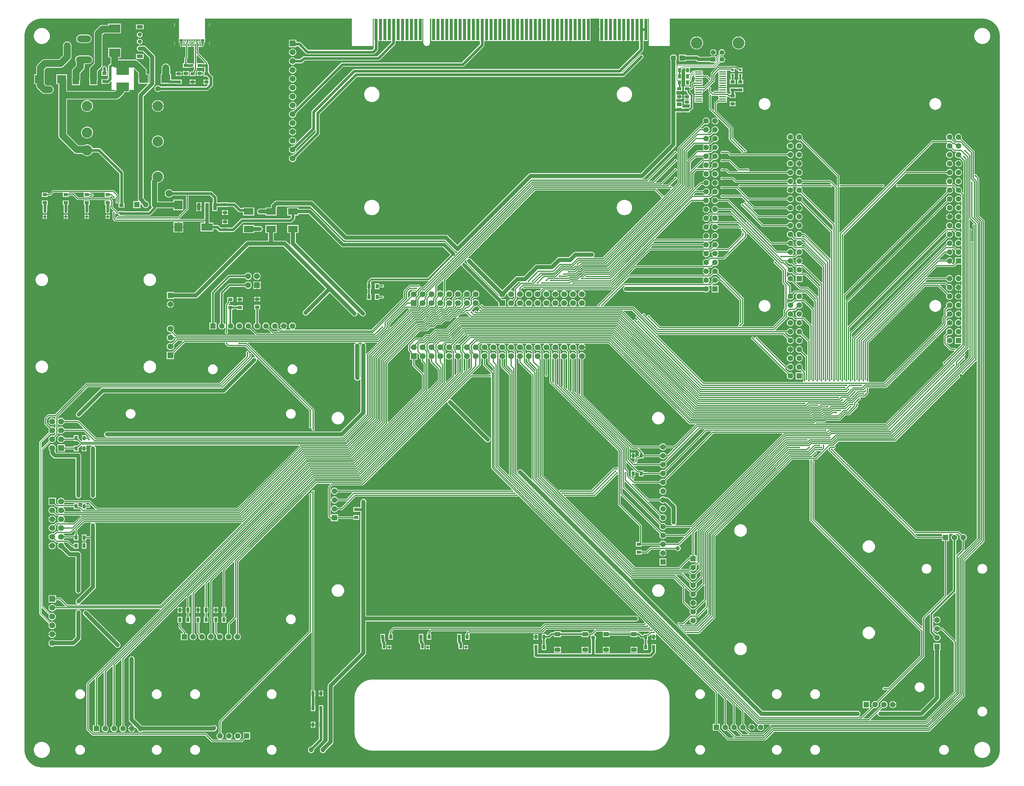
<source format=gtl>
G04*
G04 #@! TF.GenerationSoftware,Altium Limited,Altium Designer,22.6.1 (34)*
G04*
G04 Layer_Physical_Order=1*
G04 Layer_Color=255*
%FSLAX24Y24*%
%MOIN*%
G70*
G04*
G04 #@! TF.SameCoordinates,DB5E7376-35C4-4558-AAA8-989BC4282307*
G04*
G04*
G04 #@! TF.FilePolarity,Positive*
G04*
G01*
G75*
%ADD12C,0.0079*%
%ADD15C,0.0118*%
%ADD16C,0.0197*%
%ADD40R,0.0669X0.0669*%
%ADD41C,0.0669*%
%ADD46R,0.0669X0.0669*%
%ADD54R,0.0358X0.2449*%
%ADD55R,0.0315X0.0295*%
%ADD56R,0.0295X0.0315*%
%ADD57O,0.0827X0.0138*%
%ADD58R,0.0610X0.0512*%
%ADD59R,0.0512X0.0354*%
%ADD60R,0.0354X0.0512*%
%ADD61R,0.1417X0.0984*%
%ADD62R,0.1102X0.0752*%
%ADD63R,0.0752X0.1102*%
%ADD64R,0.0394X0.0846*%
%ADD65R,0.1280X0.0846*%
%ADD66R,0.0551X0.0433*%
%ADD67R,0.0945X0.1024*%
%ADD68R,0.1024X0.0945*%
%ADD69R,0.0394X0.0276*%
%ADD70R,0.0118X0.0276*%
%ADD71R,0.1299X0.0945*%
%ADD72C,0.0472*%
%ADD73C,0.0315*%
%ADD74C,0.0394*%
%ADD75C,0.0787*%
%ADD76C,0.0591*%
%ADD77C,0.0157*%
%ADD78R,0.0630X0.0630*%
%ADD79C,0.0630*%
%ADD80R,0.0630X0.0630*%
%ADD81R,0.0709X0.0394*%
%ADD82C,0.0472*%
%ADD83O,0.0512X0.0591*%
%ADD84R,0.0554X0.0554*%
%ADD85C,0.0554*%
%ADD86C,0.1306*%
%ADD87O,0.0787X0.1575*%
%ADD88O,0.1575X0.0787*%
%ADD89O,0.1811X0.0787*%
%ADD90C,0.1181*%
%ADD91C,0.0197*%
%ADD92C,0.0394*%
%ADD93C,0.0787*%
%ADD94C,0.0591*%
%ADD95C,0.0315*%
G36*
X37009Y81547D02*
X39371D01*
Y84646D01*
X39474D01*
Y82118D01*
X39491D01*
Y81289D01*
X39310Y81107D01*
X32068D01*
X31233Y81942D01*
X31155Y81994D01*
X31063Y82013D01*
X30728D01*
Y82248D01*
X29902D01*
Y81421D01*
X30728D01*
Y81531D01*
X30963D01*
X31798Y80696D01*
X31876Y80644D01*
X31969Y80625D01*
X39409D01*
X39502Y80644D01*
X39580Y80696D01*
X39903Y81019D01*
X39955Y81097D01*
X39973Y81189D01*
Y82118D01*
X40193D01*
Y83421D01*
X40272D01*
Y82118D01*
X41470D01*
Y81968D01*
X39900Y80398D01*
X31614D01*
X31522Y80380D01*
X31444Y80328D01*
X31192Y80075D01*
X30651D01*
X30610Y80129D01*
X30523Y80196D01*
X30423Y80237D01*
X30315Y80252D01*
X30207Y80237D01*
X30106Y80196D01*
X30020Y80129D01*
X29954Y80043D01*
X29912Y79943D01*
X29898Y79835D01*
X29912Y79727D01*
X29954Y79626D01*
X30020Y79540D01*
X30106Y79474D01*
X30207Y79432D01*
X30315Y79418D01*
X30423Y79432D01*
X30523Y79474D01*
X30610Y79540D01*
X30651Y79594D01*
X31291D01*
X31384Y79612D01*
X31462Y79664D01*
X31714Y79917D01*
X40000D01*
X40092Y79935D01*
X40170Y79987D01*
X41881Y81698D01*
X41933Y81776D01*
X41951Y81868D01*
Y82118D01*
X42693D01*
Y83421D01*
X42772D01*
Y82118D01*
X44990D01*
Y84646D01*
X45093D01*
Y81927D01*
X45093D01*
X45097Y81878D01*
X45122Y81783D01*
X45171Y81698D01*
X45241Y81629D01*
X45326Y81580D01*
X45420Y81555D01*
X45519D01*
X45613Y81580D01*
X45698Y81629D01*
X45768Y81698D01*
X45817Y81783D01*
X45841Y81875D01*
X45842Y81878D01*
X45845Y81915D01*
X45845Y81923D01*
X45845D01*
X45845Y81927D01*
X45845Y81927D01*
X45845Y81973D01*
Y84646D01*
X45974D01*
Y82118D01*
X51491D01*
Y81753D01*
X49428Y79690D01*
X35929D01*
X35837Y79671D01*
X35759Y79619D01*
X30651Y74511D01*
X30613Y74544D01*
X30635Y74573D01*
X30676Y74626D01*
X30718Y74727D01*
X30732Y74835D01*
X30718Y74943D01*
X30676Y75043D01*
X30610Y75129D01*
X30523Y75196D01*
X30423Y75237D01*
X30315Y75252D01*
X30207Y75237D01*
X30106Y75196D01*
X30020Y75129D01*
X29954Y75043D01*
X29912Y74943D01*
X29898Y74835D01*
X29912Y74727D01*
X29954Y74626D01*
X30020Y74540D01*
X30106Y74474D01*
X30207Y74432D01*
X30315Y74418D01*
X30423Y74432D01*
X30523Y74474D01*
X30576Y74514D01*
X30606Y74537D01*
X30639Y74499D01*
X30382Y74243D01*
X30315Y74252D01*
X30207Y74237D01*
X30106Y74196D01*
X30020Y74129D01*
X29954Y74043D01*
X29912Y73943D01*
X29898Y73835D01*
X29912Y73727D01*
X29954Y73626D01*
X30020Y73540D01*
X30106Y73474D01*
X30207Y73432D01*
X30315Y73418D01*
X30423Y73432D01*
X30523Y73474D01*
X30610Y73540D01*
X30676Y73626D01*
X30718Y73727D01*
X30732Y73835D01*
X30723Y73902D01*
X36029Y79208D01*
X49528D01*
X49620Y79226D01*
X49698Y79279D01*
X51903Y81483D01*
X51955Y81561D01*
X51973Y81654D01*
Y82118D01*
X52193D01*
Y83421D01*
X52272D01*
Y82118D01*
X59193D01*
Y83421D01*
X59272D01*
Y82118D01*
X59693D01*
Y83421D01*
X59772D01*
Y82118D01*
X60193D01*
Y83421D01*
X60272D01*
Y82118D01*
X60693D01*
Y83421D01*
X60772D01*
Y82118D01*
X61193D01*
Y83421D01*
X61272D01*
Y82118D01*
X61693D01*
Y83421D01*
X61772D01*
Y82118D01*
X63990D01*
Y84646D01*
X64974D01*
Y83461D01*
X65232D01*
Y83421D01*
X65272D01*
Y82118D01*
X67693D01*
Y83421D01*
X67772D01*
Y82118D01*
X68193D01*
Y83421D01*
X68272D01*
Y82118D01*
X68693D01*
Y83421D01*
X68772D01*
Y82118D01*
X69193D01*
Y83421D01*
X69272D01*
Y82118D01*
X69491D01*
Y81255D01*
X67178Y78942D01*
X37283D01*
X37191Y78923D01*
X37113Y78871D01*
X32507Y74265D01*
X32455Y74187D01*
X32436Y74094D01*
Y72297D01*
X30651Y70511D01*
X30613Y70544D01*
X30635Y70573D01*
X30676Y70626D01*
X30718Y70727D01*
X30732Y70835D01*
X30718Y70943D01*
X30676Y71043D01*
X30610Y71129D01*
X30523Y71196D01*
X30423Y71237D01*
X30315Y71252D01*
X30207Y71237D01*
X30106Y71196D01*
X30020Y71129D01*
X29954Y71043D01*
X29912Y70943D01*
X29898Y70835D01*
X29912Y70727D01*
X29954Y70626D01*
X30020Y70540D01*
X30106Y70474D01*
X30207Y70432D01*
X30315Y70418D01*
X30423Y70432D01*
X30523Y70474D01*
X30576Y70514D01*
X30606Y70537D01*
X30639Y70499D01*
X30382Y70243D01*
X30315Y70252D01*
X30207Y70237D01*
X30106Y70196D01*
X30020Y70129D01*
X29954Y70043D01*
X29912Y69943D01*
X29898Y69835D01*
X29912Y69727D01*
X29954Y69626D01*
X30020Y69540D01*
X30106Y69474D01*
X30207Y69432D01*
X30315Y69418D01*
X30423Y69432D01*
X30523Y69474D01*
X30606Y69537D01*
X30639Y69499D01*
X30382Y69243D01*
X30315Y69252D01*
X30207Y69237D01*
X30106Y69196D01*
X30020Y69129D01*
X29954Y69043D01*
X29912Y68943D01*
X29898Y68835D01*
X29912Y68727D01*
X29954Y68626D01*
X30020Y68540D01*
X30106Y68474D01*
X30207Y68432D01*
X30315Y68418D01*
X30423Y68432D01*
X30523Y68474D01*
X30610Y68540D01*
X30676Y68626D01*
X30718Y68727D01*
X30732Y68835D01*
X30723Y68902D01*
X33320Y71499D01*
X33372Y71577D01*
X33390Y71669D01*
Y73837D01*
X37619Y78066D01*
X67677D01*
X67769Y78085D01*
X67847Y78137D01*
X69895Y80184D01*
X69947Y80262D01*
X69965Y80354D01*
X69947Y80447D01*
X69895Y80525D01*
X69817Y80577D01*
X69724Y80595D01*
X69632Y80577D01*
X69554Y80525D01*
X67577Y78548D01*
X67531D01*
X67512Y78594D01*
X69903Y80985D01*
X69955Y81063D01*
X69973Y81155D01*
Y82118D01*
X70490D01*
Y84646D01*
X70593D01*
Y81547D01*
X72956D01*
Y84646D01*
X108268Y84646D01*
X108397Y84646D01*
X108653Y84612D01*
X108902Y84545D01*
X109140Y84446D01*
X109364Y84317D01*
X109568Y84160D01*
X109751Y83978D01*
X109908Y83773D01*
X110037Y83550D01*
X110136Y83311D01*
X110203Y83062D01*
X110236Y82806D01*
Y82677D01*
X110236D01*
X110236Y82677D01*
Y1969D01*
Y1839D01*
X110203Y1584D01*
X110136Y1334D01*
X110037Y1096D01*
X109908Y873D01*
X109751Y668D01*
X109568Y485D01*
X109364Y328D01*
X109140Y199D01*
X108902Y100D01*
X108653Y34D01*
X108397Y0D01*
X1839D01*
X1584Y34D01*
X1334Y100D01*
X1096Y199D01*
X873Y328D01*
X668Y485D01*
X485Y668D01*
X328Y873D01*
X199Y1096D01*
X100Y1334D01*
X34Y1584D01*
X0Y1839D01*
Y1969D01*
Y82677D01*
Y82806D01*
X34Y83062D01*
X100Y83311D01*
X199Y83550D01*
X328Y83773D01*
X485Y83978D01*
X668Y84160D01*
X873Y84317D01*
X1096Y84446D01*
X1334Y84545D01*
X1584Y84612D01*
X1839Y84646D01*
X17479D01*
X17479Y84646D01*
Y84361D01*
X17440Y84337D01*
X17444Y84330D01*
X17450Y84319D01*
X17455Y84307D01*
X17459Y84295D01*
X17463Y84282D01*
X17466Y84270D01*
X17469Y84257D01*
X17471Y84244D01*
X17472Y84232D01*
X17472Y84219D01*
Y84205D01*
Y83693D01*
Y83679D01*
X17472Y83666D01*
X17471Y83653D01*
X17469Y83640D01*
X17466Y83628D01*
X17463Y83615D01*
X17459Y83603D01*
X17455Y83591D01*
X17450Y83579D01*
X17444Y83567D01*
X17440Y83561D01*
X17479Y83537D01*
Y82421D01*
X17466Y82406D01*
X17441D01*
Y82206D01*
X17409Y82196D01*
X17412Y82193D01*
X17420Y82184D01*
X17427Y82174D01*
X17434Y82164D01*
X17441Y82154D01*
X17447Y82143D01*
X17452Y82132D01*
X17457Y82120D01*
X17461Y82108D01*
X17465Y82096D01*
X17467Y82085D01*
X17470Y82072D01*
X17471Y82060D01*
X17472Y82048D01*
X17472Y82035D01*
Y81878D01*
X17549D01*
X17543Y81921D01*
X17539Y81931D01*
X17567Y81972D01*
X17677D01*
Y82189D01*
X17756D01*
Y81972D01*
X18159D01*
X18188Y81927D01*
X18171Y81894D01*
X17795D01*
Y81677D01*
X17756D01*
D01*
X17795D01*
Y81461D01*
X18206D01*
Y80373D01*
X18129Y80296D01*
X18099Y80251D01*
X18088Y80197D01*
Y79606D01*
X17894D01*
Y79094D01*
X18563D01*
Y79110D01*
X18917D01*
X19009Y79128D01*
X19088Y79180D01*
X19107Y79200D01*
X19140Y79249D01*
X19190Y79234D01*
Y78956D01*
X19113Y78879D01*
X19083Y78833D01*
X19072Y78780D01*
Y78661D01*
X18681D01*
Y78150D01*
X19350D01*
Y78510D01*
X19353Y78524D01*
Y78721D01*
X19430Y78798D01*
X19461Y78844D01*
X19471Y78898D01*
Y79094D01*
X20138D01*
Y79110D01*
X20350D01*
Y78642D01*
X20256D01*
Y78130D01*
X20585D01*
X20842Y77873D01*
Y77736D01*
X20630D01*
Y77480D01*
Y77224D01*
X20716D01*
X20735Y77178D01*
X20530Y76973D01*
X15365D01*
X15345Y76999D01*
X15267Y77059D01*
X15176Y77097D01*
X15079Y77110D01*
X14981Y77097D01*
X14890Y77059D01*
X14812Y76999D01*
X14752Y76921D01*
X14714Y76830D01*
X14701Y76732D01*
X14714Y76635D01*
X14752Y76544D01*
X14812Y76466D01*
X14890Y76406D01*
X14981Y76368D01*
X15079Y76355D01*
X15176Y76368D01*
X15267Y76406D01*
X15345Y76466D01*
X15365Y76491D01*
X20630D01*
X20722Y76510D01*
X20800Y76562D01*
X21253Y77015D01*
X21305Y77093D01*
X21324Y77185D01*
Y77972D01*
X21305Y78065D01*
X21253Y78143D01*
X20925Y78471D01*
Y78642D01*
X20831D01*
Y79370D01*
X20813Y79462D01*
X20761Y79540D01*
X20731Y79560D01*
Y79646D01*
X20720Y79699D01*
X20690Y79745D01*
X19668Y80767D01*
Y81461D01*
X20079D01*
Y81677D01*
X20118D01*
D01*
X20079D01*
Y81894D01*
X19696D01*
X19688Y81901D01*
X19676Y81927D01*
X19705Y81972D01*
X20118D01*
Y82189D01*
X20197D01*
Y81972D01*
X20307D01*
X20335Y81931D01*
X20331Y81921D01*
X20325Y81878D01*
X20402D01*
Y82035D01*
X20402Y82048D01*
X20403Y82060D01*
X20404Y82072D01*
X20407Y82085D01*
X20409Y82096D01*
X20413Y82108D01*
X20417Y82120D01*
X20422Y82132D01*
X20427Y82143D01*
X20433Y82154D01*
X20440Y82164D01*
X20447Y82174D01*
X20454Y82184D01*
X20461Y82192D01*
X20433Y82201D01*
Y82406D01*
X20408D01*
X20395Y82421D01*
Y83537D01*
X20426Y83556D01*
X20424Y83559D01*
X20419Y83571D01*
X20415Y83583D01*
X20411Y83596D01*
X20408Y83608D01*
X20405Y83620D01*
X20403Y83633D01*
X20402Y83646D01*
X20402Y83659D01*
Y83673D01*
Y84224D01*
Y84239D01*
X20402Y84252D01*
X20403Y84264D01*
X20405Y84277D01*
X20408Y84290D01*
X20411Y84302D01*
X20415Y84315D01*
X20419Y84326D01*
X20424Y84338D01*
X20426Y84342D01*
X20395Y84361D01*
Y84646D01*
X20395Y84646D01*
X37009D01*
Y81547D01*
D02*
G37*
G36*
X20400Y79637D02*
X20381Y79591D01*
X20138D01*
Y79606D01*
X19471D01*
Y80501D01*
X19517Y80520D01*
X20400Y79637D01*
D02*
G37*
G36*
X19271Y81939D02*
X19242Y81894D01*
X18996D01*
Y81461D01*
X19190D01*
Y79506D01*
X19140Y79491D01*
X19107Y79540D01*
X19029Y79593D01*
X18937Y79611D01*
X18845Y79593D01*
X18843Y79591D01*
X18563D01*
Y79606D01*
X18369D01*
Y80139D01*
X18446Y80216D01*
X18476Y80261D01*
X18487Y80315D01*
Y81461D01*
X18878D01*
Y81894D01*
X18623D01*
X18593Y81939D01*
X18605Y81965D01*
X18613Y81972D01*
X19253D01*
X19271Y81939D01*
D02*
G37*
G36*
X32909Y72028D02*
Y71769D01*
X30651Y69511D01*
X30613Y69544D01*
X30676Y69626D01*
X30718Y69727D01*
X30732Y69835D01*
X30723Y69902D01*
X32847Y72027D01*
X32859Y72043D01*
X32909Y72028D01*
D02*
G37*
%LPC*%
G36*
X17157Y84444D02*
X17156Y84444D01*
X17155Y84443D01*
X17157Y84444D01*
D02*
G37*
G36*
X17316Y84444D02*
X17318Y84443D01*
X17317Y84444D01*
X17316Y84444D01*
D02*
G37*
G36*
X20874Y84158D02*
Y83988D01*
X20950D01*
X20945Y84031D01*
X20913Y84108D01*
X20874Y84158D01*
D02*
G37*
G36*
X17000D02*
X16961Y84108D01*
X16929Y84031D01*
X16924Y83988D01*
X17000D01*
Y84158D01*
D02*
G37*
G36*
X20950Y83909D02*
X20874D01*
Y83739D01*
X20913Y83790D01*
X20945Y83867D01*
X20950Y83909D01*
D02*
G37*
G36*
X17000Y83909D02*
X16924D01*
X16929Y83867D01*
X16961Y83790D01*
X17000Y83739D01*
Y83909D01*
D02*
G37*
G36*
X17155Y83454D02*
X17156Y83454D01*
X17157Y83454D01*
X17155Y83454D01*
D02*
G37*
G36*
X17318Y83454D02*
X17316Y83454D01*
X17317Y83454D01*
X17318Y83454D01*
D02*
G37*
G36*
X13465Y83996D02*
X12598D01*
Y83445D01*
X13465D01*
Y83996D01*
D02*
G37*
G36*
X13032Y83152D02*
X12949Y83141D01*
X12873Y83110D01*
X12807Y83059D01*
X12756Y82993D01*
X12725Y82917D01*
X12714Y82835D01*
X12725Y82752D01*
X12756Y82676D01*
X12807Y82610D01*
X12873Y82560D01*
X12949Y82528D01*
X13032Y82517D01*
X13114Y82528D01*
X13190Y82560D01*
X13256Y82610D01*
X13307Y82676D01*
X13338Y82752D01*
X13349Y82835D01*
X13338Y82917D01*
X13307Y82993D01*
X13256Y83059D01*
X13190Y83110D01*
X13114Y83141D01*
X13032Y83152D01*
D02*
G37*
G36*
X65193Y83382D02*
X64974D01*
Y82118D01*
X65193D01*
Y83382D01*
D02*
G37*
G36*
X80756Y82621D02*
Y81929D01*
X81448D01*
X81437Y82033D01*
X81396Y82171D01*
X81328Y82298D01*
X81236Y82410D01*
X81125Y82501D01*
X80998Y82569D01*
X80860Y82611D01*
X80756Y82621D01*
D02*
G37*
G36*
X76016D02*
Y81929D01*
X76708D01*
X76697Y82033D01*
X76655Y82171D01*
X76588Y82298D01*
X76496Y82410D01*
X76385Y82501D01*
X76258Y82569D01*
X76120Y82611D01*
X76016Y82621D01*
D02*
G37*
G36*
X75937Y82621D02*
X75833Y82611D01*
X75695Y82569D01*
X75568Y82501D01*
X75457Y82410D01*
X75365Y82298D01*
X75297Y82171D01*
X75255Y82033D01*
X75245Y81929D01*
X75937D01*
Y82621D01*
D02*
G37*
G36*
X80677Y82621D02*
X80573Y82611D01*
X80435Y82569D01*
X80308Y82501D01*
X80197Y82410D01*
X80105Y82298D01*
X80037Y82171D01*
X79996Y82033D01*
X79985Y81929D01*
X80677D01*
Y82621D01*
D02*
G37*
G36*
X7126Y82839D02*
X6339D01*
X6215Y82822D01*
X6100Y82775D01*
X6002Y82699D01*
X5926Y82600D01*
X5878Y82486D01*
X5862Y82362D01*
X5878Y82239D01*
X5926Y82124D01*
X6002Y82025D01*
X6100Y81950D01*
X6215Y81902D01*
X6339Y81886D01*
X7126D01*
X7249Y81902D01*
X7364Y81950D01*
X7463Y82025D01*
X7539Y82124D01*
X7586Y82239D01*
X7602Y82362D01*
X7586Y82486D01*
X7539Y82600D01*
X7463Y82699D01*
X7364Y82775D01*
X7249Y82822D01*
X7126Y82839D01*
D02*
G37*
G36*
X20874Y82048D02*
Y81878D01*
X20950D01*
X20945Y81921D01*
X20913Y81997D01*
X20874Y82048D01*
D02*
G37*
G36*
X17000Y82049D02*
X16961Y81997D01*
X16929Y81921D01*
X16924Y81878D01*
X17000D01*
Y82035D01*
X17000Y82048D01*
X17000Y82049D01*
D02*
G37*
G36*
X108268Y83587D02*
X108090Y83570D01*
X107920Y83518D01*
X107762Y83434D01*
X107624Y83321D01*
X107511Y83183D01*
X107427Y83025D01*
X107375Y82855D01*
X107358Y82677D01*
X107375Y82500D01*
X107427Y82329D01*
X107511Y82172D01*
X107624Y82034D01*
X107762Y81921D01*
X107920Y81837D01*
X108090Y81785D01*
X108268Y81767D01*
X108445Y81785D01*
X108616Y81837D01*
X108773Y81921D01*
X108911Y82034D01*
X109024Y82172D01*
X109108Y82329D01*
X109160Y82500D01*
X109178Y82677D01*
X109160Y82855D01*
X109108Y83025D01*
X109024Y83183D01*
X108911Y83321D01*
X108773Y83434D01*
X108616Y83518D01*
X108445Y83570D01*
X108268Y83587D01*
D02*
G37*
G36*
X1969Y83587D02*
X1791Y83570D01*
X1620Y83518D01*
X1463Y83434D01*
X1325Y83321D01*
X1212Y83183D01*
X1128Y83025D01*
X1076Y82855D01*
X1059Y82677D01*
X1076Y82500D01*
X1128Y82329D01*
X1212Y82172D01*
X1325Y82034D01*
X1463Y81921D01*
X1620Y81837D01*
X1791Y81785D01*
X1969Y81767D01*
X2146Y81785D01*
X2317Y81837D01*
X2474Y81921D01*
X2612Y82034D01*
X2725Y82172D01*
X2809Y82329D01*
X2861Y82500D01*
X2878Y82677D01*
X2861Y82855D01*
X2809Y83025D01*
X2725Y83183D01*
X2612Y83321D01*
X2474Y83434D01*
X2317Y83518D01*
X2146Y83570D01*
X1969Y83587D01*
D02*
G37*
G36*
X13032Y82365D02*
X12949Y82354D01*
X12873Y82322D01*
X12807Y82272D01*
X12756Y82206D01*
X12725Y82129D01*
X12714Y82047D01*
X12725Y81965D01*
X12756Y81888D01*
X12807Y81823D01*
X12873Y81772D01*
X12949Y81740D01*
X13032Y81730D01*
X13114Y81740D01*
X13190Y81772D01*
X13256Y81823D01*
X13307Y81888D01*
X13338Y81965D01*
X13349Y82047D01*
X13338Y82129D01*
X13307Y82206D01*
X13256Y82272D01*
X13190Y82322D01*
X13114Y82354D01*
X13032Y82365D01*
D02*
G37*
G36*
X20256Y81894D02*
X20157D01*
Y81717D01*
X20256D01*
Y81894D01*
D02*
G37*
G36*
X17717D02*
X17618D01*
Y81717D01*
X17717D01*
Y81894D01*
D02*
G37*
G36*
X17000Y81799D02*
X16924D01*
X16929Y81756D01*
X16961Y81680D01*
X17000Y81628D01*
X17000Y81630D01*
X17000Y81642D01*
Y81799D01*
D02*
G37*
G36*
X20402Y81799D02*
X20325D01*
X20331Y81756D01*
X20363Y81680D01*
X20402Y81628D01*
X20402Y81630D01*
X20402Y81642D01*
Y81799D01*
D02*
G37*
G36*
X17549Y81799D02*
X17472D01*
Y81642D01*
X17472Y81630D01*
X17472Y81628D01*
X17511Y81680D01*
X17543Y81756D01*
X17549Y81799D01*
D02*
G37*
G36*
X20950Y81799D02*
X20874D01*
Y81661D01*
Y81647D01*
X20874Y81634D01*
X20873Y81628D01*
X20913Y81680D01*
X20945Y81756D01*
X20950Y81799D01*
D02*
G37*
G36*
X20256Y81638D02*
X20157D01*
Y81461D01*
X20256D01*
Y81638D01*
D02*
G37*
G36*
X17717D02*
X17618D01*
Y81461D01*
X17717D01*
Y81638D01*
D02*
G37*
G36*
X75937Y81850D02*
X75245D01*
X75255Y81746D01*
X75297Y81608D01*
X75365Y81481D01*
X75457Y81370D01*
X75568Y81279D01*
X75695Y81211D01*
X75833Y81169D01*
X75937Y81159D01*
Y81850D01*
D02*
G37*
G36*
X81448D02*
X80756D01*
Y81159D01*
X80860Y81169D01*
X80998Y81211D01*
X81125Y81279D01*
X81236Y81370D01*
X81328Y81481D01*
X81396Y81608D01*
X81437Y81746D01*
X81448Y81850D01*
D02*
G37*
G36*
X80677D02*
X79985D01*
X79996Y81746D01*
X80037Y81608D01*
X80105Y81481D01*
X80197Y81370D01*
X80308Y81279D01*
X80435Y81211D01*
X80573Y81169D01*
X80677Y81159D01*
Y81850D01*
D02*
G37*
G36*
X76708D02*
X76016D01*
Y81159D01*
X76120Y81169D01*
X76258Y81211D01*
X76385Y81279D01*
X76496Y81370D01*
X76588Y81481D01*
X76655Y81608D01*
X76697Y81746D01*
X76708Y81850D01*
D02*
G37*
G36*
X77894Y81181D02*
Y80866D01*
X78208D01*
X78201Y80920D01*
X78165Y81006D01*
X78108Y81081D01*
X78034Y81138D01*
X77947Y81174D01*
X77894Y81181D01*
D02*
G37*
G36*
X77815Y81181D02*
X77761Y81174D01*
X77675Y81138D01*
X77600Y81081D01*
X77543Y81006D01*
X77508Y80920D01*
X77501Y80866D01*
X77815D01*
Y81181D01*
D02*
G37*
G36*
Y80787D02*
X77501D01*
X77508Y80734D01*
X77543Y80647D01*
X77600Y80573D01*
X77675Y80516D01*
X77761Y80480D01*
X77815Y80473D01*
Y80787D01*
D02*
G37*
G36*
X78208D02*
X77894D01*
Y80473D01*
X77947Y80480D01*
X78034Y80516D01*
X78108Y80573D01*
X78165Y80647D01*
X78201Y80734D01*
X78208Y80787D01*
D02*
G37*
G36*
X30315Y81252D02*
X30207Y81237D01*
X30106Y81196D01*
X30020Y81129D01*
X29954Y81043D01*
X29912Y80943D01*
X29898Y80835D01*
X29912Y80727D01*
X29954Y80626D01*
X30020Y80540D01*
X30106Y80474D01*
X30207Y80432D01*
X30315Y80418D01*
X30423Y80432D01*
X30523Y80474D01*
X30610Y80540D01*
X30676Y80626D01*
X30718Y80727D01*
X30732Y80835D01*
X30718Y80943D01*
X30676Y81043D01*
X30610Y81129D01*
X30523Y81196D01*
X30423Y81237D01*
X30315Y81252D01*
D02*
G37*
G36*
X13465Y80650D02*
X12598D01*
Y80098D01*
X13465D01*
Y80650D01*
D02*
G37*
G36*
X78839Y81186D02*
X78746Y81174D01*
X78659Y81138D01*
X78585Y81081D01*
X78528Y81006D01*
X78492Y80920D01*
X78480Y80827D01*
X78492Y80734D01*
X78516Y80675D01*
X78337Y80495D01*
X78311Y80456D01*
X78302Y80410D01*
X78302Y80410D01*
Y79895D01*
X78256Y79850D01*
X78210Y79869D01*
Y80395D01*
X77498D01*
Y80317D01*
X76296D01*
X76220Y80393D01*
X76163Y80438D01*
X76096Y80465D01*
X76024Y80475D01*
X74752D01*
Y80591D01*
X73965D01*
Y79803D01*
X74752D01*
Y79919D01*
X75908D01*
X75985Y79843D01*
X76042Y79799D01*
X76109Y79771D01*
X76181Y79761D01*
X77498D01*
Y79683D01*
X78024D01*
X78043Y79637D01*
X77897Y79490D01*
X73937D01*
X73937Y79490D01*
X73891Y79481D01*
X73852Y79455D01*
X73722Y79326D01*
X73676Y79345D01*
Y79964D01*
X73702Y79998D01*
X73742Y80094D01*
X73755Y80197D01*
X73742Y80300D01*
X73702Y80395D01*
X73639Y80478D01*
X73557Y80541D01*
X73461Y80580D01*
X73358Y80594D01*
X73255Y80580D01*
X73160Y80541D01*
X73077Y80478D01*
X73014Y80395D01*
X72975Y80300D01*
X72961Y80197D01*
X72975Y80094D01*
X73014Y79998D01*
X73041Y79964D01*
Y74370D01*
Y70537D01*
X69672Y67168D01*
X57205D01*
X57123Y67157D01*
X57046Y67126D01*
X56980Y67075D01*
X48937Y59032D01*
X47862Y60107D01*
X47797Y60157D01*
X47720Y60189D01*
X47638Y60200D01*
X36431D01*
X32666Y63965D01*
X32600Y64015D01*
X32523Y64047D01*
X32441Y64058D01*
X28466D01*
X28384Y64047D01*
X28307Y64015D01*
X28241Y63965D01*
X27964Y63688D01*
X27914Y63622D01*
X27882Y63546D01*
X27871Y63463D01*
Y63289D01*
X27244D01*
Y63152D01*
X26614D01*
X26532Y63141D01*
X26455Y63110D01*
X26390Y63059D01*
X26339Y62993D01*
X26307Y62917D01*
X26296Y62835D01*
X26307Y62752D01*
X26339Y62676D01*
X26390Y62610D01*
X26455Y62560D01*
X26532Y62528D01*
X26614Y62517D01*
X27244D01*
Y62380D01*
X28504D01*
Y62954D01*
X28507Y62974D01*
Y63332D01*
X28597Y63422D01*
X32309D01*
X36075Y59657D01*
X36140Y59607D01*
X36217Y59575D01*
X36299Y59564D01*
X47506D01*
X48712Y58358D01*
X48778Y58308D01*
X48855Y58276D01*
X48937Y58265D01*
X48941Y58266D01*
X48964Y58218D01*
X48821Y58075D01*
X48774Y58091D01*
X48772Y58104D01*
X48744Y58171D01*
X48700Y58228D01*
X47638Y59291D01*
X47580Y59335D01*
X47513Y59363D01*
X47441Y59372D01*
X36099D01*
X32441Y63031D01*
X32383Y63075D01*
X32316Y63103D01*
X32244Y63113D01*
X30984D01*
Y63289D01*
X29724D01*
Y62380D01*
X30113D01*
Y62186D01*
X29979Y62052D01*
X24606D01*
X24514Y62034D01*
X24436Y61981D01*
X23463Y61009D01*
X23012D01*
Y61024D01*
X22343D01*
Y61009D01*
X22206D01*
X21952Y61263D01*
X21874Y61315D01*
X21781Y61333D01*
X21348D01*
Y61594D01*
X20908D01*
Y61890D01*
Y63396D01*
X20906Y63414D01*
Y63898D01*
X20354D01*
Y63414D01*
X20352Y63396D01*
Y61991D01*
X17535D01*
X17515Y62041D01*
X18505Y63031D01*
X18535Y63076D01*
X18546Y63130D01*
Y64641D01*
X20963D01*
X21295Y64310D01*
Y63898D01*
X21260D01*
Y62894D01*
X21811D01*
Y63362D01*
X22657D01*
X22681Y63366D01*
X23012D01*
Y63381D01*
X23601D01*
X24160Y62822D01*
X24239Y62770D01*
X24331Y62751D01*
X24724D01*
Y62380D01*
X25984D01*
Y63289D01*
X24724D01*
Y63233D01*
X24430D01*
X23871Y63792D01*
X23793Y63845D01*
X23701Y63863D01*
X23012D01*
Y63878D01*
X22343D01*
Y63843D01*
X21811D01*
Y63898D01*
X21776D01*
Y64409D01*
X21758Y64502D01*
X21706Y64580D01*
X21233Y65052D01*
X21155Y65104D01*
X21063Y65123D01*
X16749D01*
X16676Y65219D01*
X16577Y65295D01*
X16462Y65342D01*
X16339Y65358D01*
X16215Y65342D01*
X16100Y65295D01*
X16002Y65219D01*
X15926Y65120D01*
X15878Y65005D01*
X15862Y64882D01*
X15878Y64759D01*
X15926Y64644D01*
X16002Y64545D01*
X16100Y64469D01*
X16215Y64422D01*
X16339Y64405D01*
X16462Y64422D01*
X16577Y64469D01*
X16676Y64545D01*
X16749Y64641D01*
X18265D01*
Y63188D01*
X17343Y62266D01*
X10660D01*
X10620Y62293D01*
X10551Y62307D01*
X10482Y62293D01*
X10423Y62254D01*
X10384Y62195D01*
X10371Y62126D01*
X10384Y62057D01*
X10348Y62020D01*
X10345Y62019D01*
X10259Y62105D01*
Y62569D01*
X10285Y62608D01*
X10289Y62630D01*
X10344Y62647D01*
X10412Y62578D01*
X10458Y62547D01*
X10512Y62537D01*
X10650D01*
Y62362D01*
X11319D01*
Y62377D01*
X14114D01*
X14206Y62396D01*
X14284Y62448D01*
X14838Y63001D01*
X14890Y63079D01*
X14908Y63172D01*
Y63205D01*
X16850D01*
Y62992D01*
X17953D01*
Y64173D01*
X16850D01*
Y63960D01*
X15078D01*
Y66062D01*
X15110Y66094D01*
X15218Y66104D01*
X15344Y66142D01*
X15460Y66205D01*
X15562Y66288D01*
X15646Y66390D01*
X15708Y66506D01*
X15746Y66633D01*
X15759Y66764D01*
X15746Y66895D01*
X15708Y67021D01*
X15646Y67137D01*
X15562Y67239D01*
X15460Y67323D01*
X15344Y67385D01*
X15218Y67423D01*
X15087Y67436D01*
X14955Y67423D01*
X14829Y67385D01*
X14713Y67323D01*
X14611Y67239D01*
X14527Y67137D01*
X14465Y67021D01*
X14427Y66895D01*
X14414Y66764D01*
X14427Y66633D01*
X14463Y66514D01*
X14434Y66485D01*
X14374Y66407D01*
X14336Y66316D01*
X14324Y66218D01*
Y63740D01*
X14317Y63725D01*
X14304Y63622D01*
X14317Y63519D01*
X14357Y63424D01*
X14420Y63341D01*
X14427Y63336D01*
Y63271D01*
X14014Y62859D01*
X11319D01*
Y62874D01*
X10650D01*
Y62818D01*
X10570D01*
X10022Y63365D01*
Y64055D01*
X10012Y64109D01*
X9981Y64154D01*
X9745Y64391D01*
X9699Y64421D01*
X9646Y64432D01*
X6082D01*
X5670Y64843D01*
X5625Y64874D01*
X5571Y64885D01*
X5020D01*
Y64978D01*
X6713D01*
Y64488D01*
X7382D01*
Y64623D01*
X7469D01*
X7471Y64616D01*
X7510Y64557D01*
X7569Y64518D01*
X7638Y64504D01*
X7707Y64518D01*
X7766Y64557D01*
X7805Y64616D01*
X7818Y64685D01*
X7805Y64754D01*
X7766Y64813D01*
X7707Y64852D01*
X7638Y64866D01*
X7634Y64865D01*
X7592Y64894D01*
X7538Y64904D01*
X7382D01*
Y64978D01*
X9075D01*
Y64488D01*
X9744D01*
Y64553D01*
X9794Y64574D01*
X9942Y64426D01*
X9951Y64380D01*
X9990Y64321D01*
X10049Y64282D01*
X10118Y64268D01*
X10187Y64282D01*
X10246Y64321D01*
X10256Y64336D01*
X10324Y64348D01*
X10332Y64342D01*
Y64046D01*
X10306Y64006D01*
X10292Y63937D01*
X10306Y63868D01*
X10345Y63809D01*
X10403Y63770D01*
X10472Y63756D01*
X10542Y63770D01*
X10600Y63809D01*
X10639Y63868D01*
X10653Y63937D01*
X10639Y64006D01*
X10613Y64046D01*
Y64685D01*
X10602Y64739D01*
X10572Y64784D01*
X10139Y65217D01*
X10093Y65248D01*
X10039Y65259D01*
X3268D01*
X3214Y65248D01*
X3168Y65217D01*
X2835Y64885D01*
X2657D01*
Y65000D01*
X1988D01*
Y64488D01*
X2657D01*
Y64604D01*
X2893D01*
X2947Y64614D01*
X2993Y64645D01*
X3326Y64978D01*
X4350D01*
Y64488D01*
X5020D01*
Y64604D01*
X5513D01*
X5924Y64192D01*
X5970Y64162D01*
X6024Y64151D01*
X9548D01*
X9552Y64144D01*
X9525Y64094D01*
X9075D01*
Y63583D01*
X9169D01*
Y62864D01*
X9173Y62841D01*
Y62638D01*
X9337D01*
X9409Y62623D01*
X9482Y62638D01*
X9646D01*
Y62841D01*
X9650Y62864D01*
Y63583D01*
X9741D01*
Y63307D01*
X9752Y63253D01*
X9783Y63208D01*
X10088Y62903D01*
X10071Y62848D01*
X10049Y62844D01*
X9990Y62805D01*
X9951Y62746D01*
X9937Y62677D01*
X9951Y62608D01*
X9978Y62569D01*
Y62047D01*
X9988Y61993D01*
X10019Y61948D01*
X10216Y61751D01*
X10261Y61721D01*
X10315Y61710D01*
X20352D01*
Y61594D01*
X19911D01*
Y60591D01*
X21348D01*
Y60852D01*
X21682D01*
X21936Y60597D01*
X22014Y60545D01*
X22106Y60527D01*
X22343D01*
Y60512D01*
X23012D01*
Y60527D01*
X23563D01*
X23655Y60545D01*
X23733Y60597D01*
X24706Y61570D01*
X30079D01*
X30171Y61589D01*
X30249Y61641D01*
X30525Y61916D01*
X30577Y61994D01*
X30595Y62087D01*
Y62380D01*
X30984D01*
Y62557D01*
X32129D01*
X35788Y58898D01*
X35845Y58854D01*
X35912Y58826D01*
X35984Y58817D01*
X47326D01*
X48180Y57963D01*
X45555Y55338D01*
X39213D01*
X39143Y55324D01*
X39085Y55285D01*
X38829Y55029D01*
X38790Y54971D01*
X38776Y54902D01*
Y54705D01*
X38701D01*
Y54035D01*
X38776D01*
Y53524D01*
X38701D01*
Y52854D01*
X39213D01*
Y53524D01*
X39137D01*
Y54035D01*
X39213D01*
Y54705D01*
X39137D01*
Y54827D01*
X39287Y54977D01*
X45630D01*
X45658Y54982D01*
X45683Y54936D01*
X45056Y54310D01*
X44734D01*
X44721Y54320D01*
X44711Y54332D01*
X44698Y54356D01*
X44708Y54409D01*
X44694Y54479D01*
X44655Y54537D01*
X44597Y54576D01*
X44528Y54590D01*
X44458Y54576D01*
X44419Y54550D01*
X43580D01*
X43526Y54539D01*
X43481Y54509D01*
X42893Y53921D01*
X42862Y53875D01*
X42852Y53822D01*
Y53107D01*
X39216Y49471D01*
X30424D01*
X30414Y49521D01*
X30499Y49556D01*
X30581Y49619D01*
X30644Y49701D01*
X30684Y49797D01*
X30697Y49900D01*
X30684Y50003D01*
X30644Y50099D01*
X30581Y50181D01*
X30499Y50244D01*
X30403Y50284D01*
X30300Y50297D01*
X30197Y50284D01*
X30101Y50244D01*
X30019Y50181D01*
X29956Y50099D01*
X29916Y50003D01*
X29903Y49900D01*
X29916Y49797D01*
X29956Y49701D01*
X30019Y49619D01*
X30101Y49556D01*
X30186Y49521D01*
X30176Y49471D01*
X29424D01*
X29414Y49521D01*
X29499Y49556D01*
X29581Y49619D01*
X29644Y49701D01*
X29684Y49797D01*
X29692Y49861D01*
X28908D01*
X28916Y49797D01*
X28956Y49701D01*
X29019Y49619D01*
X29101Y49556D01*
X29186Y49521D01*
X29176Y49471D01*
X28927D01*
X28660Y49739D01*
X28684Y49797D01*
X28697Y49900D01*
X28684Y50003D01*
X28644Y50099D01*
X28581Y50181D01*
X28499Y50244D01*
X28403Y50284D01*
X28300Y50297D01*
X28197Y50284D01*
X28101Y50244D01*
X28019Y50181D01*
X27956Y50099D01*
X27916Y50003D01*
X27903Y49900D01*
X27916Y49797D01*
X27956Y49701D01*
X28019Y49619D01*
X28101Y49556D01*
X28197Y49516D01*
X28300Y49503D01*
X28403Y49516D01*
X28461Y49540D01*
X28681Y49321D01*
X28662Y49274D01*
X28124D01*
X27660Y49739D01*
X27684Y49797D01*
X27697Y49900D01*
X27684Y50003D01*
X27644Y50099D01*
X27581Y50181D01*
X27499Y50244D01*
X27403Y50284D01*
X27300Y50297D01*
X27197Y50284D01*
X27101Y50244D01*
X27019Y50181D01*
X26956Y50099D01*
X26916Y50003D01*
X26903Y49900D01*
X26916Y49797D01*
X26956Y49701D01*
X27019Y49619D01*
X27101Y49556D01*
X27197Y49516D01*
X27300Y49503D01*
X27403Y49516D01*
X27461Y49540D01*
X27878Y49124D01*
X27858Y49078D01*
X26321D01*
X25660Y49739D01*
X25684Y49797D01*
X25697Y49900D01*
X25684Y50003D01*
X25644Y50099D01*
X25581Y50181D01*
X25499Y50244D01*
X25403Y50284D01*
X25300Y50297D01*
X25197Y50284D01*
X25101Y50244D01*
X25019Y50181D01*
X24956Y50099D01*
X24916Y50003D01*
X24903Y49900D01*
X24916Y49797D01*
X24956Y49701D01*
X25019Y49619D01*
X25101Y49556D01*
X25197Y49516D01*
X25300Y49503D01*
X25403Y49516D01*
X25461Y49540D01*
X26074Y48927D01*
X26055Y48881D01*
X17202D01*
X16802Y49281D01*
X16867Y49366D01*
X16909Y49467D01*
X16923Y49575D01*
X16909Y49683D01*
X16867Y49783D01*
X16801Y49870D01*
X16714Y49936D01*
X16614Y49978D01*
X16506Y49992D01*
X16398Y49978D01*
X16297Y49936D01*
X16211Y49870D01*
X16145Y49783D01*
X16103Y49683D01*
X16089Y49575D01*
X16103Y49467D01*
X16145Y49366D01*
X16211Y49280D01*
X16297Y49214D01*
X16398Y49172D01*
X16506Y49158D01*
X16525Y49160D01*
X16682Y49004D01*
X16653Y48961D01*
X16614Y48978D01*
X16506Y48992D01*
X16398Y48978D01*
X16297Y48936D01*
X16211Y48870D01*
X16145Y48783D01*
X16103Y48683D01*
X16089Y48575D01*
X16103Y48467D01*
X16145Y48366D01*
X16211Y48280D01*
X16297Y48214D01*
X16398Y48172D01*
X16506Y48158D01*
X16614Y48172D01*
X16714Y48214D01*
X16801Y48280D01*
X16867Y48366D01*
X16882Y48403D01*
X17070D01*
X17089Y48357D01*
X16682Y47949D01*
X16614Y47978D01*
X16506Y47992D01*
X16398Y47978D01*
X16297Y47936D01*
X16211Y47870D01*
X16145Y47783D01*
X16103Y47683D01*
X16089Y47575D01*
X16103Y47467D01*
X16145Y47366D01*
X16211Y47280D01*
X16297Y47214D01*
X16398Y47172D01*
X16506Y47158D01*
X16614Y47172D01*
X16714Y47214D01*
X16801Y47280D01*
X16867Y47366D01*
X16909Y47467D01*
X16923Y47575D01*
X16909Y47683D01*
X16880Y47751D01*
X17336Y48206D01*
X17873D01*
X17892Y48160D01*
X16721Y46988D01*
X16093D01*
Y46161D01*
X16919D01*
Y46789D01*
X18139Y48009D01*
X22630D01*
X22663Y47959D01*
X22654Y47913D01*
X22668Y47844D01*
X22707Y47786D01*
X22766Y47747D01*
X22812Y47737D01*
X22972Y47578D01*
X23017Y47547D01*
X23071Y47537D01*
X24981D01*
X26113Y46405D01*
X26085Y46362D01*
X26066Y46370D01*
X25984Y46381D01*
X25902Y46370D01*
X25825Y46338D01*
X25760Y46288D01*
X22388Y42916D01*
X8858D01*
X8776Y42905D01*
X8699Y42874D01*
X8634Y42823D01*
X5917Y40107D01*
X5867Y40041D01*
X5835Y39964D01*
X5824Y39882D01*
X5835Y39800D01*
X5867Y39723D01*
X5917Y39657D01*
X5983Y39607D01*
X6060Y39575D01*
X6142Y39564D01*
X6224Y39575D01*
X6301Y39607D01*
X6366Y39657D01*
X8990Y42281D01*
X22520D01*
X22602Y42292D01*
X22679Y42323D01*
X22744Y42374D01*
X26209Y45838D01*
X26259Y45904D01*
X26291Y45981D01*
X26302Y46063D01*
X26291Y46145D01*
X26283Y46164D01*
X26326Y46192D01*
X32182Y40336D01*
Y38613D01*
X32156Y38573D01*
X32142Y38504D01*
X32156Y38435D01*
X32195Y38376D01*
X32254Y38337D01*
X32323Y38323D01*
X32392Y38337D01*
X32417Y38354D01*
X32474Y38332D01*
X32479Y38310D01*
X32471Y38297D01*
X32457Y38228D01*
X32471Y38159D01*
X32510Y38101D01*
X32569Y38061D01*
X32638Y38048D01*
X32707Y38061D01*
X32766Y38101D01*
X32805Y38159D01*
X32818Y38228D01*
X32805Y38297D01*
X32778Y38337D01*
Y40394D01*
X32768Y40447D01*
X32737Y40493D01*
X25267Y47963D01*
X25286Y48009D01*
X37446D01*
X37456Y47959D01*
X37440Y47952D01*
X37374Y47902D01*
X37323Y47836D01*
X37292Y47759D01*
X37281Y47677D01*
Y44055D01*
X37292Y43973D01*
X37323Y43896D01*
X37374Y43830D01*
X37413Y43791D01*
X37479Y43741D01*
X37556Y43709D01*
X37638Y43698D01*
X37720Y43709D01*
X37797Y43741D01*
X37862Y43791D01*
X37913Y43857D01*
X37939Y43921D01*
X37989Y43911D01*
Y40210D01*
X35735Y37955D01*
X9331D01*
X9248Y37945D01*
X9172Y37913D01*
X9106Y37862D01*
X9056Y37797D01*
X9024Y37720D01*
X9013Y37638D01*
X9024Y37556D01*
X9056Y37479D01*
X9106Y37413D01*
X9172Y37363D01*
X9248Y37331D01*
X9331Y37320D01*
X35866D01*
X35948Y37331D01*
X36025Y37363D01*
X36091Y37413D01*
X38532Y39854D01*
X38582Y39920D01*
X38589Y39936D01*
X38639Y39926D01*
Y39855D01*
X36050Y37266D01*
X8129D01*
X6198Y39198D01*
X6152Y39228D01*
X6098Y39239D01*
X4539D01*
X4511Y39307D01*
X4444Y39393D01*
X4358Y39460D01*
X4258Y39501D01*
X4150Y39515D01*
X4042Y39501D01*
X3941Y39460D01*
X3855Y39393D01*
X3849Y39386D01*
X3802Y39402D01*
Y39587D01*
X7184Y42970D01*
X22205D01*
X22258Y42980D01*
X22304Y43011D01*
X25611Y46318D01*
X25642Y46364D01*
X25652Y46417D01*
Y46525D01*
X25679Y46565D01*
X25692Y46634D01*
X25679Y46703D01*
X25640Y46762D01*
X25581Y46801D01*
X25512Y46814D01*
X25443Y46801D01*
X25387Y46764D01*
X25386Y46764D01*
X25356Y46809D01*
X25364Y46821D01*
X25377Y46890D01*
X25364Y46959D01*
X25325Y47017D01*
X25266Y47057D01*
X25197Y47070D01*
X25128Y47057D01*
X25069Y47017D01*
X25030Y46959D01*
X25016Y46890D01*
X25030Y46821D01*
X25056Y46781D01*
Y46476D01*
X22041Y43460D01*
X7057D01*
X7003Y43449D01*
X6957Y43419D01*
X3443Y39904D01*
X2717D01*
X2663Y39894D01*
X2617Y39863D01*
X2302Y39548D01*
X2272Y39503D01*
X2261Y39449D01*
Y38846D01*
X2272Y38793D01*
X2302Y38747D01*
X2775Y38274D01*
X2747Y38206D01*
X2733Y38098D01*
X2747Y37991D01*
X2783Y37902D01*
X1726Y36845D01*
X1700Y36806D01*
X1691Y36760D01*
X1691Y36760D01*
Y17374D01*
X1691Y17374D01*
X1700Y17328D01*
X1726Y17289D01*
X2783Y16231D01*
X2747Y16143D01*
X2733Y16035D01*
X2747Y15928D01*
X2789Y15827D01*
X2855Y15741D01*
X2941Y15674D01*
X3042Y15633D01*
X3150Y15618D01*
X3258Y15633D01*
X3358Y15674D01*
X3444Y15741D01*
X3511Y15827D01*
X3552Y15928D01*
X3567Y16035D01*
X3552Y16143D01*
X3511Y16244D01*
X3444Y16330D01*
X3358Y16397D01*
X3258Y16438D01*
X3150Y16452D01*
X3042Y16438D01*
X2954Y16402D01*
X1931Y17424D01*
Y18018D01*
X1978Y18037D01*
X2783Y17231D01*
X2747Y17143D01*
X2733Y17035D01*
X2747Y16928D01*
X2789Y16827D01*
X2855Y16741D01*
X2941Y16674D01*
X3042Y16633D01*
X3150Y16618D01*
X3258Y16633D01*
X3358Y16674D01*
X3444Y16741D01*
X3511Y16827D01*
X3552Y16928D01*
X3567Y17035D01*
X3552Y17143D01*
X3511Y17244D01*
X3444Y17330D01*
X3358Y17397D01*
X3258Y17438D01*
X3150Y17452D01*
X3042Y17438D01*
X2954Y17402D01*
X2089Y18266D01*
Y35867D01*
X2954Y36732D01*
X3042Y36696D01*
X3150Y36681D01*
X3258Y36696D01*
X3358Y36737D01*
X3444Y36804D01*
X3511Y36890D01*
X3552Y36991D01*
X3567Y37098D01*
X3552Y37206D01*
X3524Y37274D01*
X3761Y37511D01*
X3791Y37556D01*
X3802Y37610D01*
Y37795D01*
X3849Y37811D01*
X3855Y37804D01*
X3941Y37737D01*
X4042Y37696D01*
X4150Y37681D01*
X4258Y37696D01*
X4358Y37737D01*
X4444Y37804D01*
X4511Y37890D01*
X4539Y37958D01*
X6725D01*
X7443Y37240D01*
X7411Y37201D01*
X7392Y37214D01*
X7345Y37223D01*
X7265Y37304D01*
X7219Y37335D01*
X7165Y37345D01*
X7008D01*
Y37539D01*
X6496D01*
Y36873D01*
X6436D01*
X6202Y37107D01*
X6156Y37138D01*
X6102Y37148D01*
Y37539D01*
X5591D01*
Y37239D01*
X4539D01*
X4511Y37307D01*
X4444Y37393D01*
X4358Y37460D01*
X4258Y37501D01*
X4150Y37515D01*
X4042Y37501D01*
X3941Y37460D01*
X3855Y37393D01*
X3789Y37307D01*
X3747Y37206D01*
X3733Y37098D01*
X3747Y36991D01*
X3789Y36890D01*
X3855Y36804D01*
X3941Y36737D01*
X4042Y36696D01*
X4150Y36681D01*
X4258Y36696D01*
X4358Y36737D01*
X4444Y36804D01*
X4511Y36890D01*
X4539Y36958D01*
X5591D01*
Y36870D01*
X5951D01*
X5965Y36867D01*
X6044D01*
X6278Y36634D01*
X6044Y36400D01*
X5965D01*
X5951Y36398D01*
X5591D01*
Y36239D01*
X4563D01*
Y36512D01*
X3736D01*
Y35685D01*
X4563D01*
Y35958D01*
X5591D01*
Y35728D01*
X6102D01*
Y36119D01*
X6156Y36130D01*
X6202Y36161D01*
X6436Y36395D01*
X6496D01*
Y36102D01*
X6752D01*
X7008D01*
Y36395D01*
X7604D01*
X7614Y36345D01*
X7597Y36338D01*
X7531Y36288D01*
X7481Y36222D01*
X7449Y36145D01*
X7438Y36063D01*
Y30709D01*
X7449Y30626D01*
X7481Y30550D01*
X7531Y30484D01*
X7597Y30434D01*
X7674Y30402D01*
X7756Y30391D01*
X7838Y30402D01*
X7915Y30434D01*
X7981Y30484D01*
X8031Y30550D01*
X8063Y30626D01*
X8074Y30709D01*
Y36063D01*
X8063Y36145D01*
X8031Y36222D01*
X7981Y36288D01*
X7915Y36338D01*
X7898Y36345D01*
X7908Y36395D01*
X31052D01*
X31071Y36349D01*
X24036Y29314D01*
X8287D01*
X7442Y30158D01*
X7396Y30189D01*
X7343Y30200D01*
X4539D01*
X4511Y30268D01*
X4444Y30354D01*
X4358Y30420D01*
X4258Y30462D01*
X4150Y30476D01*
X4042Y30462D01*
X3941Y30420D01*
X3855Y30354D01*
X3789Y30268D01*
X3747Y30167D01*
X3733Y30059D01*
X3747Y29951D01*
X3789Y29851D01*
X3855Y29764D01*
X3867Y29755D01*
X3851Y29707D01*
X3700D01*
X3563Y29844D01*
Y30472D01*
X2736D01*
Y29646D01*
X3364D01*
X3542Y29468D01*
X3588Y29437D01*
X3642Y29426D01*
X3867D01*
X3884Y29376D01*
X3855Y29354D01*
X3789Y29268D01*
X3747Y29167D01*
X3733Y29059D01*
X3747Y28951D01*
X3789Y28851D01*
X3848Y28773D01*
X3833Y28723D01*
X3684D01*
X3524Y28883D01*
X3552Y28951D01*
X3567Y29059D01*
X3552Y29167D01*
X3511Y29268D01*
X3444Y29354D01*
X3358Y29420D01*
X3258Y29462D01*
X3150Y29476D01*
X3042Y29462D01*
X2941Y29420D01*
X2855Y29354D01*
X2789Y29268D01*
X2747Y29167D01*
X2733Y29059D01*
X2747Y28951D01*
X2789Y28851D01*
X2855Y28764D01*
X2941Y28698D01*
X3042Y28656D01*
X3150Y28642D01*
X3258Y28656D01*
X3325Y28684D01*
X3527Y28483D01*
X3572Y28453D01*
X3626Y28442D01*
X3888D01*
X3905Y28392D01*
X3855Y28354D01*
X3789Y28268D01*
X3747Y28167D01*
X3733Y28059D01*
X3747Y27951D01*
X3789Y27851D01*
X3855Y27764D01*
X3910Y27722D01*
X3893Y27672D01*
X3622D01*
X3568Y27661D01*
X3523Y27631D01*
X3325Y27434D01*
X3258Y27462D01*
X3150Y27476D01*
X3042Y27462D01*
X2941Y27420D01*
X2855Y27354D01*
X2789Y27268D01*
X2747Y27167D01*
X2733Y27059D01*
X2747Y26951D01*
X2789Y26851D01*
X2855Y26764D01*
X2941Y26698D01*
X3042Y26656D01*
X3150Y26642D01*
X3258Y26656D01*
X3358Y26698D01*
X3444Y26764D01*
X3511Y26851D01*
X3552Y26951D01*
X3567Y27059D01*
X3552Y27167D01*
X3524Y27235D01*
X3680Y27391D01*
X3827D01*
X3845Y27341D01*
X3789Y27268D01*
X3747Y27167D01*
X3733Y27059D01*
X3747Y26951D01*
X3789Y26851D01*
X3855Y26764D01*
X3876Y26748D01*
X3859Y26698D01*
X3648D01*
X3594Y26687D01*
X3549Y26657D01*
X3325Y26434D01*
X3258Y26462D01*
X3150Y26476D01*
X3042Y26462D01*
X2941Y26420D01*
X2855Y26354D01*
X2789Y26268D01*
X2747Y26167D01*
X2733Y26059D01*
X2747Y25951D01*
X2789Y25851D01*
X2855Y25764D01*
X2941Y25698D01*
X3042Y25656D01*
X3150Y25642D01*
X3258Y25656D01*
X3325Y25684D01*
X3558Y25452D01*
X3604Y25421D01*
X3657Y25411D01*
X3851D01*
X3867Y25363D01*
X3855Y25354D01*
X3789Y25268D01*
X3747Y25167D01*
X3733Y25059D01*
X3747Y24951D01*
X3789Y24851D01*
X3855Y24764D01*
X3941Y24698D01*
X4042Y24656D01*
X4112Y24647D01*
X4890Y23870D01*
X4955Y23819D01*
X5032Y23788D01*
X5114Y23777D01*
X5785D01*
Y19961D01*
X5796Y19878D01*
X5827Y19802D01*
X5878Y19736D01*
X5944Y19686D01*
X6020Y19654D01*
X6102Y19643D01*
X6185Y19654D01*
X6261Y19686D01*
X6327Y19736D01*
X6377Y19802D01*
X6409Y19878D01*
X6420Y19961D01*
Y24055D01*
X6409Y24137D01*
X6377Y24214D01*
X6327Y24280D01*
X6288Y24319D01*
X6222Y24370D01*
X6145Y24401D01*
X6063Y24412D01*
X5246D01*
X4562Y25096D01*
X4552Y25167D01*
X4511Y25268D01*
X4444Y25354D01*
X4432Y25363D01*
X4448Y25411D01*
X4824D01*
X5294Y24940D01*
X5340Y24910D01*
X5394Y24899D01*
X5591D01*
Y24705D01*
X6102D01*
Y25374D01*
X5591D01*
Y25180D01*
X5452D01*
X4981Y25651D01*
X4936Y25681D01*
X4882Y25692D01*
X4432D01*
X4415Y25742D01*
X4444Y25764D01*
X4511Y25851D01*
X4539Y25919D01*
X5591D01*
Y25650D01*
X6102D01*
Y26319D01*
X5987D01*
Y26851D01*
X6790Y27655D01*
X7538D01*
X7555Y27605D01*
X7531Y27587D01*
X7481Y27521D01*
X7449Y27444D01*
X7438Y27362D01*
Y26125D01*
X7008D01*
Y26319D01*
X6496D01*
Y25650D01*
X6611D01*
Y25374D01*
X6496D01*
Y24705D01*
X7008D01*
Y25374D01*
X6892D01*
Y25650D01*
X7008D01*
Y25844D01*
X7438D01*
Y20525D01*
X5878Y18965D01*
X5827Y18899D01*
X5796Y18822D01*
X5785Y18740D01*
X5796Y18658D01*
X5827Y18581D01*
X5878Y18516D01*
X5944Y18465D01*
X6020Y18433D01*
X6102Y18422D01*
X6185Y18433D01*
X6261Y18465D01*
X6327Y18516D01*
X7981Y20169D01*
X8031Y20235D01*
X8063Y20311D01*
X8074Y20394D01*
Y25984D01*
Y27362D01*
X8063Y27444D01*
X8031Y27521D01*
X7981Y27587D01*
X7957Y27605D01*
X7974Y27655D01*
X24559D01*
X24578Y27609D01*
X15342Y18373D01*
X4901D01*
X4139Y19135D01*
X4093Y19165D01*
X4039Y19176D01*
X3563D01*
Y19449D01*
X2736D01*
Y18622D01*
X3563D01*
Y18895D01*
X3981D01*
X4654Y18222D01*
X4635Y18176D01*
X3539D01*
X3511Y18244D01*
X3444Y18330D01*
X3358Y18397D01*
X3258Y18438D01*
X3150Y18452D01*
X3042Y18438D01*
X2941Y18397D01*
X2855Y18330D01*
X2789Y18244D01*
X2747Y18143D01*
X2733Y18035D01*
X2747Y17928D01*
X2789Y17827D01*
X2855Y17741D01*
X2941Y17674D01*
X3042Y17633D01*
X3150Y17618D01*
X3258Y17633D01*
X3358Y17674D01*
X3444Y17741D01*
X3511Y17827D01*
X3539Y17895D01*
X15356D01*
X15375Y17849D01*
X7066Y9540D01*
X7036Y9494D01*
X7025Y9440D01*
Y4291D01*
X7036Y4238D01*
X7066Y4192D01*
X7617Y3641D01*
X7663Y3610D01*
X7717Y3600D01*
X20414D01*
X21121Y2893D01*
X21167Y2862D01*
X21220Y2852D01*
X24571D01*
X24625Y2862D01*
X24670Y2893D01*
X24927Y3150D01*
X25516D01*
Y3937D01*
X24728D01*
Y3348D01*
X24513Y3133D01*
X24290D01*
X24280Y3183D01*
X24321Y3199D01*
X24403Y3263D01*
X24466Y3345D01*
X24506Y3441D01*
X24519Y3543D01*
X24506Y3646D01*
X24466Y3742D01*
X24403Y3824D01*
X24321Y3887D01*
X24225Y3927D01*
X24122Y3940D01*
X24019Y3927D01*
X23923Y3887D01*
X23841Y3824D01*
X23778Y3742D01*
X23738Y3646D01*
X23725Y3543D01*
X23738Y3441D01*
X23778Y3345D01*
X23841Y3263D01*
X23923Y3199D01*
X23964Y3183D01*
X23954Y3133D01*
X23290D01*
X23280Y3183D01*
X23321Y3199D01*
X23403Y3263D01*
X23466Y3345D01*
X23506Y3441D01*
X23514Y3504D01*
X23122D01*
X22730D01*
X22738Y3441D01*
X22778Y3345D01*
X22841Y3263D01*
X22924Y3199D01*
X22964Y3183D01*
X22954Y3133D01*
X22290D01*
X22280Y3183D01*
X22321Y3199D01*
X22403Y3263D01*
X22466Y3345D01*
X22506Y3441D01*
X22519Y3543D01*
X22506Y3646D01*
X22466Y3742D01*
X22403Y3824D01*
X22321Y3887D01*
X22263Y3911D01*
Y5095D01*
X32422Y15255D01*
X32428Y15263D01*
X32478Y15248D01*
Y8681D01*
X32362D01*
Y8012D01*
X32377D01*
Y7028D01*
X32362D01*
Y6358D01*
X32874D01*
Y7028D01*
X32859D01*
Y8012D01*
X32874D01*
Y8681D01*
X32759D01*
Y31049D01*
X32766Y31053D01*
X32805Y31112D01*
X32818Y31181D01*
X32805Y31250D01*
X32766Y31309D01*
X32707Y31348D01*
X32638Y31362D01*
X32569Y31348D01*
X32510Y31309D01*
X32471Y31250D01*
X32457Y31181D01*
X32471Y31112D01*
X32478Y31102D01*
Y30997D01*
X32428Y30970D01*
X32392Y30994D01*
X32323Y31007D01*
X32254Y30994D01*
X32195Y30954D01*
X32156Y30896D01*
X32142Y30827D01*
X32156Y30758D01*
X32182Y30718D01*
Y15413D01*
X22023Y5253D01*
X21992Y5207D01*
X21982Y5154D01*
Y3911D01*
X21923Y3887D01*
X21841Y3824D01*
X21778Y3742D01*
X21738Y3646D01*
X21725Y3543D01*
X21738Y3441D01*
X21778Y3345D01*
X21841Y3263D01*
X21923Y3199D01*
X21964Y3183D01*
X21954Y3133D01*
X21279D01*
X20572Y3839D01*
X20526Y3870D01*
X20472Y3881D01*
X7775D01*
X7728Y3927D01*
X7726Y3935D01*
X7750Y3976D01*
X7781Y3976D01*
X8524D01*
Y4764D01*
X8270D01*
Y10068D01*
X8943Y10741D01*
X8989Y10722D01*
Y4738D01*
X8931Y4714D01*
X8849Y4651D01*
X8786Y4569D01*
X8746Y4473D01*
X8733Y4370D01*
X8746Y4267D01*
X8786Y4172D01*
X8849Y4089D01*
X8931Y4026D01*
X9027Y3987D01*
X9130Y3973D01*
X9233Y3987D01*
X9328Y4026D01*
X9411Y4089D01*
X9474Y4172D01*
X9513Y4267D01*
X9527Y4370D01*
X9513Y4473D01*
X9474Y4569D01*
X9411Y4651D01*
X9328Y4714D01*
X9270Y4738D01*
Y10790D01*
X9943Y11463D01*
X9989Y11443D01*
Y4738D01*
X9931Y4714D01*
X9849Y4651D01*
X9786Y4569D01*
X9746Y4473D01*
X9733Y4370D01*
X9746Y4267D01*
X9786Y4172D01*
X9849Y4089D01*
X9931Y4026D01*
X10027Y3987D01*
X10130Y3973D01*
X10233Y3987D01*
X10328Y4026D01*
X10411Y4089D01*
X10474Y4172D01*
X10513Y4267D01*
X10527Y4370D01*
X10513Y4473D01*
X10474Y4569D01*
X10411Y4651D01*
X10328Y4714D01*
X10270Y4738D01*
Y11511D01*
X10943Y12184D01*
X10989Y12165D01*
Y4738D01*
X10931Y4714D01*
X10849Y4651D01*
X10786Y4569D01*
X10746Y4473D01*
X10733Y4370D01*
X10746Y4267D01*
X10786Y4172D01*
X10849Y4089D01*
X10931Y4026D01*
X11027Y3987D01*
X11130Y3973D01*
X11233Y3987D01*
X11328Y4026D01*
X11411Y4089D01*
X11474Y4172D01*
X11513Y4267D01*
X11527Y4370D01*
X11513Y4473D01*
X11474Y4569D01*
X11411Y4651D01*
X11328Y4714D01*
X11270Y4738D01*
Y12233D01*
X18298Y19260D01*
X18344Y19241D01*
Y18130D01*
X18228D01*
Y17461D01*
X18344D01*
Y17028D01*
X18228D01*
Y16358D01*
X18740D01*
Y17028D01*
X18625D01*
Y17461D01*
X18740D01*
Y18130D01*
X18625D01*
Y19309D01*
X18876Y19561D01*
X18922Y19541D01*
Y15132D01*
X18864Y15108D01*
X18782Y15045D01*
X18719Y14962D01*
X18679Y14867D01*
X18666Y14764D01*
X18679Y14661D01*
X18719Y14565D01*
X18782Y14483D01*
X18864Y14420D01*
X18960Y14380D01*
X19063Y14367D01*
X19166Y14380D01*
X19262Y14420D01*
X19344Y14483D01*
X19407Y14565D01*
X19447Y14661D01*
X19460Y14764D01*
X19447Y14867D01*
X19407Y14962D01*
X19344Y15045D01*
X19262Y15108D01*
X19203Y15132D01*
Y19609D01*
X20345Y20751D01*
X20391Y20732D01*
Y18130D01*
X20276D01*
Y17461D01*
X20391D01*
Y17028D01*
X20276D01*
Y16358D01*
X20787D01*
Y17028D01*
X20672D01*
Y17461D01*
X20787D01*
Y18130D01*
X20672D01*
Y20799D01*
X20896Y21023D01*
X20942Y21004D01*
Y15140D01*
X20864Y15108D01*
X20782Y15045D01*
X20719Y14962D01*
X20679Y14867D01*
X20666Y14764D01*
X20679Y14661D01*
X20719Y14565D01*
X20782Y14483D01*
X20864Y14420D01*
X20960Y14380D01*
X21063Y14367D01*
X21166Y14380D01*
X21262Y14420D01*
X21344Y14483D01*
X21407Y14565D01*
X21447Y14661D01*
X21460Y14764D01*
X21447Y14867D01*
X21407Y14962D01*
X21344Y15045D01*
X21262Y15108D01*
X21223Y15124D01*
Y21072D01*
X22353Y22202D01*
X22399Y22183D01*
Y18130D01*
X22283D01*
Y17461D01*
X22399D01*
Y17028D01*
X22283D01*
Y16358D01*
X22795D01*
Y17028D01*
X22680D01*
Y17461D01*
X22795D01*
Y18130D01*
X22680D01*
Y22251D01*
X23679Y23250D01*
X23726Y23231D01*
Y17027D01*
X22964Y16265D01*
X22933Y16219D01*
X22922Y16165D01*
Y15132D01*
X22864Y15108D01*
X22782Y15045D01*
X22719Y14962D01*
X22679Y14867D01*
X22666Y14764D01*
X22679Y14661D01*
X22719Y14565D01*
X22782Y14483D01*
X22864Y14420D01*
X22960Y14380D01*
X23063Y14367D01*
X23166Y14380D01*
X23262Y14420D01*
X23344Y14483D01*
X23407Y14565D01*
X23447Y14661D01*
X23460Y14764D01*
X23447Y14867D01*
X23407Y14962D01*
X23344Y15045D01*
X23262Y15108D01*
X23203Y15132D01*
Y16107D01*
X23876Y16780D01*
X23923Y16761D01*
Y15132D01*
X23864Y15108D01*
X23782Y15045D01*
X23719Y14962D01*
X23679Y14867D01*
X23666Y14764D01*
X23679Y14661D01*
X23719Y14565D01*
X23782Y14483D01*
X23864Y14420D01*
X23960Y14380D01*
X24063Y14367D01*
X24166Y14380D01*
X24262Y14420D01*
X24344Y14483D01*
X24407Y14565D01*
X24447Y14661D01*
X24460Y14764D01*
X24447Y14867D01*
X24407Y14962D01*
X24344Y15045D01*
X24262Y15108D01*
X24203Y15132D01*
Y23217D01*
X33050Y32064D01*
X34556D01*
X34575Y32018D01*
X34349Y31792D01*
X34319Y31747D01*
X34308Y31693D01*
Y28386D01*
X34319Y28332D01*
X34349Y28286D01*
X34511Y28125D01*
X34556Y28095D01*
X34610Y28084D01*
X34646D01*
Y27831D01*
X35433D01*
Y28084D01*
X37185D01*
Y27992D01*
X37854D01*
Y28504D01*
X37185D01*
Y28365D01*
X35433D01*
Y28618D01*
X34646D01*
Y28506D01*
X34596Y28480D01*
X34589Y28484D01*
Y31635D01*
X34822Y31867D01*
X38228D01*
X38282Y31878D01*
X38328Y31909D01*
X47746Y41327D01*
X47793Y41303D01*
X47793Y41299D01*
X47803Y41217D01*
X47835Y41140D01*
X47886Y41075D01*
X52138Y36823D01*
X52203Y36772D01*
X52280Y36740D01*
X52362Y36730D01*
X52444Y36740D01*
X52521Y36772D01*
X52587Y36823D01*
X52637Y36888D01*
X52669Y36965D01*
X52680Y37047D01*
X52669Y37129D01*
X52637Y37206D01*
X52587Y37272D01*
X48335Y41524D01*
X48269Y41574D01*
X48192Y41606D01*
X48110Y41617D01*
X48106Y41616D01*
X48083Y41664D01*
X50531Y44111D01*
X52577D01*
X52595Y44115D01*
X52616Y44111D01*
X52686Y44124D01*
X52705Y44137D01*
X52755Y44110D01*
Y33837D01*
X52765Y33783D01*
X52796Y33738D01*
X55097Y31436D01*
X55081Y31382D01*
X55052Y31363D01*
X35408D01*
X35383Y31423D01*
X35320Y31505D01*
X35238Y31568D01*
X35142Y31608D01*
X35039Y31622D01*
X34937Y31608D01*
X34841Y31568D01*
X34759Y31505D01*
X34695Y31423D01*
X34656Y31327D01*
X34642Y31224D01*
X34656Y31122D01*
X34695Y31026D01*
X34759Y30944D01*
X34841Y30881D01*
X34937Y30841D01*
X35039Y30827D01*
X35142Y30841D01*
X35238Y30881D01*
X35320Y30944D01*
X35383Y31026D01*
X35406Y31082D01*
X37074D01*
X37093Y31036D01*
X36422Y30365D01*
X35407D01*
X35383Y30423D01*
X35320Y30505D01*
X35238Y30568D01*
X35142Y30608D01*
X35039Y30622D01*
X34937Y30608D01*
X34841Y30568D01*
X34759Y30505D01*
X34695Y30423D01*
X34656Y30327D01*
X34642Y30224D01*
X34656Y30122D01*
X34695Y30026D01*
X34759Y29944D01*
X34841Y29881D01*
X34937Y29841D01*
X35039Y29827D01*
X35142Y29841D01*
X35238Y29881D01*
X35320Y29944D01*
X35383Y30026D01*
X35407Y30084D01*
X36468D01*
X36486Y30054D01*
X36490Y30035D01*
X35820Y29365D01*
X35407D01*
X35383Y29423D01*
X35320Y29505D01*
X35238Y29568D01*
X35142Y29608D01*
X35039Y29622D01*
X34937Y29608D01*
X34841Y29568D01*
X34759Y29505D01*
X34695Y29423D01*
X34656Y29327D01*
X34642Y29224D01*
X34656Y29122D01*
X34695Y29026D01*
X34759Y28944D01*
X34841Y28881D01*
X34937Y28841D01*
X35039Y28827D01*
X35142Y28841D01*
X35238Y28881D01*
X35320Y28944D01*
X35383Y29026D01*
X35407Y29084D01*
X35878D01*
X35932Y29095D01*
X35977Y29125D01*
X37460Y30608D01*
X55521D01*
X55561Y30581D01*
X55630Y30567D01*
X55699Y30581D01*
X55758Y30620D01*
X55792Y30671D01*
X55846Y30688D01*
X70097Y16436D01*
X70081Y16382D01*
X70030Y16348D01*
X69991Y16290D01*
X69981Y16243D01*
X69981Y16243D01*
X58813D01*
X58760Y16232D01*
X58714Y16202D01*
X58361Y15849D01*
X41732D01*
X41679Y15838D01*
X41633Y15808D01*
X41298Y15473D01*
X41268Y15428D01*
X41257Y15374D01*
Y15098D01*
X41142D01*
Y14429D01*
X41654D01*
Y15098D01*
X41538D01*
Y15316D01*
X41790Y15568D01*
X45777D01*
X45796Y15522D01*
X45629Y15355D01*
X45599Y15310D01*
X45588Y15256D01*
Y15098D01*
X45472D01*
Y14429D01*
X45984D01*
Y15098D01*
X45869D01*
Y15198D01*
X46042Y15371D01*
X50029D01*
X50048Y15325D01*
X49960Y15237D01*
X49929Y15192D01*
X49919Y15138D01*
Y15098D01*
X49803D01*
Y14429D01*
X50315D01*
Y15098D01*
X50297D01*
X50277Y15146D01*
X50300Y15174D01*
X58583D01*
X58636Y15185D01*
X58682Y15216D01*
X59035Y15568D01*
X64438D01*
X64457Y15522D01*
X64135Y15200D01*
X63760D01*
Y15394D01*
X62992D01*
Y15240D01*
X60630D01*
Y15394D01*
X59862D01*
Y15240D01*
X59587D01*
X59517Y15226D01*
X59459Y15187D01*
X59217Y14944D01*
X58976D01*
Y15098D01*
X58465D01*
Y14429D01*
X58540D01*
Y13917D01*
X58465D01*
Y13248D01*
X58976D01*
Y13917D01*
X58901D01*
Y14429D01*
X58976D01*
Y14583D01*
X59291D01*
X59360Y14597D01*
X59419Y14636D01*
X59661Y14878D01*
X59862D01*
Y14724D01*
X60630D01*
Y14878D01*
X62992D01*
Y14724D01*
X63760D01*
Y14919D01*
X64052D01*
X64063Y14887D01*
X64065Y14869D01*
X64016Y14805D01*
X63984Y14728D01*
X63974Y14646D01*
X63984Y14563D01*
X64016Y14487D01*
X64050Y14442D01*
Y12879D01*
X58056D01*
Y13248D01*
X58071D01*
Y13917D01*
X57559D01*
Y13248D01*
X57574D01*
Y12657D01*
X57592Y12565D01*
X57645Y12487D01*
X57664Y12467D01*
X57742Y12415D01*
X57835Y12397D01*
X70748D01*
X70840Y12415D01*
X70918Y12467D01*
X71292Y12842D01*
X71345Y12920D01*
X71363Y13012D01*
Y13248D01*
X71378D01*
Y13917D01*
X70866D01*
Y13248D01*
X70881D01*
Y13112D01*
X70648Y12879D01*
X64532D01*
Y14442D01*
X64566Y14487D01*
X64598Y14563D01*
X64609Y14646D01*
X64598Y14728D01*
X64566Y14805D01*
X64516Y14870D01*
X64450Y14921D01*
X64374Y14953D01*
X64351Y14955D01*
X64335Y15003D01*
X64694Y15362D01*
X65374D01*
Y14724D01*
X66142D01*
Y14878D01*
X68504D01*
Y14724D01*
X69272D01*
Y14878D01*
X69354D01*
X69597Y14636D01*
X69655Y14597D01*
X69724Y14583D01*
X69961D01*
Y14429D01*
X70036D01*
Y13917D01*
X69961D01*
Y13248D01*
X70472D01*
Y13917D01*
X70397D01*
Y14429D01*
X70472D01*
Y14820D01*
X70551D01*
X70605Y14831D01*
X70651Y14861D01*
X70820Y15031D01*
X70866Y15012D01*
Y14803D01*
X71122D01*
X71378D01*
Y15051D01*
X71378Y15085D01*
X71419Y15109D01*
X71427Y15107D01*
X78068Y8465D01*
Y4921D01*
X77815D01*
Y4134D01*
X78404D01*
X79448Y3090D01*
X79493Y3059D01*
X79547Y3048D01*
X83701D01*
X83755Y3059D01*
X83800Y3090D01*
X84743Y4033D01*
X102255D01*
X102309Y4043D01*
X102355Y4074D01*
X106280Y8000D01*
X106311Y8045D01*
X106322Y8099D01*
Y23328D01*
X108485Y25491D01*
X108516Y25537D01*
X108526Y25591D01*
Y61738D01*
X108516Y61792D01*
X108485Y61837D01*
X107916Y62406D01*
Y66594D01*
X107905Y66648D01*
X107875Y66694D01*
X107656Y66912D01*
X107647Y66959D01*
X107608Y67017D01*
X107549Y67057D01*
X107480Y67070D01*
X107435Y67061D01*
X107385Y67094D01*
Y69571D01*
X107374Y69625D01*
X107343Y69670D01*
X105923Y71091D01*
X105947Y71149D01*
X105960Y71252D01*
X105947Y71355D01*
X105907Y71451D01*
X105844Y71533D01*
X105762Y71596D01*
X105666Y71636D01*
X105563Y71649D01*
X105460Y71636D01*
X105364Y71596D01*
X105282Y71533D01*
X105219Y71451D01*
X105179Y71355D01*
X105166Y71252D01*
X105179Y71149D01*
X105219Y71053D01*
X105282Y70971D01*
X105364Y70908D01*
X105395Y70895D01*
X105386Y70845D01*
X105168D01*
X104923Y71091D01*
X104947Y71149D01*
X104960Y71252D01*
X104947Y71355D01*
X104907Y71451D01*
X104844Y71533D01*
X104762Y71596D01*
X104666Y71636D01*
X104563Y71649D01*
X104460Y71636D01*
X104364Y71596D01*
X104282Y71533D01*
X104219Y71451D01*
X104179Y71355D01*
X104166Y71252D01*
X104179Y71149D01*
X104219Y71053D01*
X104282Y70971D01*
X104325Y70939D01*
X104308Y70889D01*
X102638D01*
X102584Y70878D01*
X102538Y70847D01*
X92155Y60464D01*
X92109Y60483D01*
Y65600D01*
X92142Y65614D01*
X92159Y65618D01*
X92214Y65581D01*
X92283Y65567D01*
X92353Y65581D01*
X92392Y65608D01*
X96899D01*
X96939Y65581D01*
X97008Y65567D01*
X97077Y65581D01*
X97136Y65620D01*
X97175Y65679D01*
X97189Y65748D01*
X97175Y65817D01*
X97136Y65876D01*
X97077Y65915D01*
X97008Y65929D01*
X96939Y65915D01*
X96899Y65889D01*
X92392D01*
X92353Y65915D01*
X92283Y65929D01*
X92214Y65915D01*
X92159Y65878D01*
X92142Y65882D01*
X92109Y65896D01*
Y66846D01*
X92098Y66900D01*
X92068Y66946D01*
X87923Y71091D01*
X87947Y71149D01*
X87960Y71252D01*
X87947Y71355D01*
X87907Y71451D01*
X87844Y71533D01*
X87762Y71596D01*
X87666Y71636D01*
X87563Y71649D01*
X87460Y71636D01*
X87364Y71596D01*
X87282Y71533D01*
X87219Y71451D01*
X87179Y71355D01*
X87166Y71252D01*
X87179Y71149D01*
X87219Y71053D01*
X87282Y70971D01*
X87364Y70908D01*
X87460Y70868D01*
X87563Y70855D01*
X87666Y70868D01*
X87724Y70892D01*
X91828Y66788D01*
Y65759D01*
X91782Y65740D01*
X91170Y66351D01*
X91125Y66382D01*
X91071Y66392D01*
X87931D01*
X87907Y66451D01*
X87844Y66533D01*
X87762Y66596D01*
X87666Y66636D01*
X87563Y66649D01*
X87460Y66636D01*
X87364Y66596D01*
X87282Y66533D01*
X87219Y66451D01*
X87179Y66355D01*
X87166Y66252D01*
X87179Y66149D01*
X87219Y66053D01*
X87282Y65971D01*
X87325Y65939D01*
X87308Y65889D01*
X86818D01*
X86801Y65939D01*
X86844Y65971D01*
X86907Y66053D01*
X86947Y66149D01*
X86960Y66252D01*
X86947Y66355D01*
X86907Y66451D01*
X86844Y66533D01*
X86762Y66596D01*
X86666Y66636D01*
X86563Y66649D01*
X86460Y66636D01*
X86364Y66596D01*
X86282Y66533D01*
X86219Y66451D01*
X86195Y66392D01*
X80460D01*
X80178Y66674D01*
X80133Y66705D01*
X80079Y66715D01*
X78967D01*
X78927Y66742D01*
X78858Y66755D01*
X78789Y66742D01*
X78731Y66703D01*
X78691Y66644D01*
X78678Y66575D01*
X78691Y66506D01*
X78731Y66447D01*
X78789Y66408D01*
X78858Y66394D01*
X78927Y66408D01*
X78967Y66434D01*
X80021D01*
X80302Y66153D01*
X80348Y66122D01*
X80402Y66111D01*
X86195D01*
X86219Y66053D01*
X86282Y65971D01*
X86325Y65939D01*
X86308Y65889D01*
X81220Y65889D01*
X81220Y65889D01*
X80975D01*
X80935Y65915D01*
X80866Y65929D01*
X80797Y65915D01*
X80738Y65876D01*
X80699Y65817D01*
X80686Y65748D01*
X80699Y65679D01*
X80738Y65620D01*
X80797Y65581D01*
X80866Y65567D01*
X80935Y65581D01*
X80975Y65608D01*
X81220D01*
X81220Y65608D01*
X86298Y65608D01*
X86314Y65558D01*
X86282Y65533D01*
X86219Y65451D01*
X86179Y65355D01*
X86171Y65291D01*
X86563D01*
X86955D01*
X86947Y65355D01*
X86907Y65451D01*
X86844Y65533D01*
X86811Y65558D01*
X86828Y65608D01*
X87298D01*
X87314Y65558D01*
X87282Y65533D01*
X87219Y65451D01*
X87179Y65355D01*
X87166Y65252D01*
X87179Y65149D01*
X87219Y65053D01*
X87282Y64971D01*
X87364Y64908D01*
X87460Y64868D01*
X87563Y64855D01*
X87666Y64868D01*
X87724Y64892D01*
X91356Y61261D01*
Y60723D01*
X91309Y60704D01*
X87923Y64091D01*
X87947Y64149D01*
X87960Y64252D01*
X87947Y64355D01*
X87907Y64451D01*
X87844Y64533D01*
X87762Y64596D01*
X87666Y64636D01*
X87563Y64649D01*
X87460Y64636D01*
X87364Y64596D01*
X87282Y64533D01*
X87219Y64451D01*
X87179Y64355D01*
X87166Y64252D01*
X87179Y64149D01*
X87219Y64053D01*
X87282Y63971D01*
X87364Y63908D01*
X87460Y63868D01*
X87563Y63855D01*
X87666Y63868D01*
X87724Y63892D01*
X91119Y60497D01*
Y57530D01*
X91073Y57511D01*
X88233Y60351D01*
X88188Y60382D01*
X88134Y60392D01*
X87931D01*
X87907Y60451D01*
X87844Y60533D01*
X87762Y60596D01*
X87666Y60636D01*
X87563Y60649D01*
X87460Y60636D01*
X87364Y60596D01*
X87282Y60533D01*
X87219Y60451D01*
X87179Y60355D01*
X87166Y60252D01*
X87179Y60149D01*
X87219Y60053D01*
X87282Y59971D01*
X87304Y59954D01*
X87287Y59904D01*
X87109D01*
X86923Y60091D01*
X86947Y60149D01*
X86960Y60252D01*
X86947Y60355D01*
X86907Y60451D01*
X86844Y60533D01*
X86762Y60596D01*
X86666Y60636D01*
X86563Y60649D01*
X86460Y60636D01*
X86364Y60596D01*
X86282Y60533D01*
X86219Y60451D01*
X86179Y60355D01*
X86166Y60252D01*
X86179Y60149D01*
X86219Y60053D01*
X86282Y59971D01*
X86364Y59908D01*
X86460Y59868D01*
X86563Y59855D01*
X86666Y59868D01*
X86724Y59892D01*
X86952Y59664D01*
X86997Y59634D01*
X87051Y59623D01*
X87318D01*
X87335Y59573D01*
X87282Y59533D01*
X87219Y59451D01*
X87179Y59355D01*
X87166Y59252D01*
X87179Y59149D01*
X87219Y59053D01*
X87282Y58971D01*
X87335Y58931D01*
X87318Y58881D01*
X87133D01*
X86923Y59091D01*
X86947Y59149D01*
X86960Y59252D01*
X86947Y59355D01*
X86907Y59451D01*
X86844Y59533D01*
X86762Y59596D01*
X86666Y59636D01*
X86563Y59649D01*
X86460Y59636D01*
X86364Y59596D01*
X86282Y59533D01*
X86219Y59451D01*
X86195Y59392D01*
X84428D01*
X79639Y64182D01*
X79593Y64212D01*
X79539Y64223D01*
X78427D01*
X78403Y64281D01*
X78340Y64363D01*
X78258Y64427D01*
X78162Y64466D01*
X78059Y64480D01*
X77956Y64466D01*
X77861Y64427D01*
X77778Y64363D01*
X77715Y64281D01*
X77675Y64185D01*
X77662Y64083D01*
X77675Y63980D01*
X77715Y63884D01*
X77778Y63802D01*
X77861Y63739D01*
X77956Y63699D01*
X78059Y63686D01*
X78162Y63699D01*
X78258Y63739D01*
X78340Y63802D01*
X78403Y63884D01*
X78427Y63942D01*
X79481D01*
X81672Y61751D01*
X81655Y61697D01*
X81605Y61663D01*
X81571Y61612D01*
X81517Y61596D01*
X79930Y63182D01*
X79884Y63212D01*
X79831Y63223D01*
X78427D01*
X78403Y63281D01*
X78340Y63363D01*
X78258Y63427D01*
X78162Y63466D01*
X78059Y63480D01*
X77956Y63466D01*
X77861Y63427D01*
X77778Y63363D01*
X77715Y63281D01*
X77675Y63185D01*
X77662Y63083D01*
X77675Y62980D01*
X77715Y62884D01*
X77778Y62802D01*
X77846Y62750D01*
X77829Y62700D01*
X77535D01*
X77482Y62689D01*
X77436Y62658D01*
X77220Y62442D01*
X77162Y62466D01*
X77059Y62480D01*
X76956Y62466D01*
X76861Y62427D01*
X76778Y62363D01*
X76715Y62281D01*
X76675Y62185D01*
X76662Y62083D01*
X76675Y61980D01*
X76715Y61884D01*
X76778Y61802D01*
X76861Y61739D01*
X76956Y61699D01*
X77059Y61686D01*
X77162Y61699D01*
X77258Y61739D01*
X77340Y61802D01*
X77403Y61884D01*
X77443Y61980D01*
X77456Y62083D01*
X77443Y62185D01*
X77419Y62244D01*
X77594Y62419D01*
X77772D01*
X77788Y62371D01*
X77778Y62363D01*
X77715Y62281D01*
X77675Y62185D01*
X77662Y62083D01*
X77675Y61980D01*
X77715Y61884D01*
X77778Y61802D01*
X77826Y61765D01*
X77809Y61715D01*
X77551D01*
X77497Y61705D01*
X77452Y61674D01*
X77220Y61442D01*
X77162Y61466D01*
X77059Y61480D01*
X76956Y61466D01*
X76861Y61427D01*
X76778Y61363D01*
X76715Y61281D01*
X76675Y61185D01*
X76662Y61083D01*
X76675Y60980D01*
X76715Y60884D01*
X76778Y60802D01*
X76861Y60739D01*
X76956Y60699D01*
X77059Y60686D01*
X77162Y60699D01*
X77258Y60739D01*
X77340Y60802D01*
X77403Y60884D01*
X77443Y60980D01*
X77456Y61083D01*
X77443Y61185D01*
X77419Y61244D01*
X77609Y61434D01*
X77788D01*
X77805Y61384D01*
X77778Y61363D01*
X77715Y61281D01*
X77675Y61185D01*
X77662Y61083D01*
X77675Y60980D01*
X77715Y60884D01*
X77778Y60802D01*
X77861Y60739D01*
X77956Y60699D01*
X78059Y60686D01*
X78162Y60699D01*
X78258Y60739D01*
X78340Y60802D01*
X78403Y60884D01*
X78431Y60952D01*
X80727D01*
X80738Y60935D01*
X80797Y60896D01*
X80866Y60882D01*
X80935Y60896D01*
X80946Y60903D01*
X80982Y60867D01*
X80975Y60857D01*
X80961Y60787D01*
X80975Y60718D01*
X81014Y60660D01*
X81073Y60621D01*
X81119Y60611D01*
X81160Y60570D01*
X81144Y60516D01*
X81093Y60482D01*
X81054Y60423D01*
X81040Y60354D01*
X81054Y60285D01*
X81080Y60246D01*
Y60216D01*
X79540Y58676D01*
X78237D01*
X78227Y58726D01*
X78258Y58739D01*
X78340Y58802D01*
X78403Y58884D01*
X78443Y58980D01*
X78456Y59083D01*
X78443Y59185D01*
X78403Y59281D01*
X78340Y59363D01*
X78258Y59427D01*
X78162Y59466D01*
X78059Y59480D01*
X77956Y59466D01*
X77861Y59427D01*
X77778Y59363D01*
X77715Y59281D01*
X77675Y59185D01*
X77662Y59083D01*
X77675Y58980D01*
X77700Y58922D01*
X77501Y58723D01*
X77319D01*
X77302Y58773D01*
X77340Y58802D01*
X77403Y58884D01*
X77443Y58980D01*
X77456Y59083D01*
X77443Y59185D01*
X77403Y59281D01*
X77340Y59363D01*
X77272Y59416D01*
X77289Y59466D01*
X77583D01*
X77636Y59476D01*
X77682Y59507D01*
X77898Y59723D01*
X77956Y59699D01*
X78059Y59686D01*
X78162Y59699D01*
X78258Y59739D01*
X78340Y59802D01*
X78403Y59884D01*
X78443Y59980D01*
X78456Y60083D01*
X78443Y60185D01*
X78403Y60281D01*
X78340Y60363D01*
X78258Y60427D01*
X78162Y60466D01*
X78059Y60480D01*
X77956Y60466D01*
X77861Y60427D01*
X77778Y60363D01*
X77715Y60281D01*
X77675Y60185D01*
X77662Y60083D01*
X77675Y59980D01*
X77700Y59922D01*
X77524Y59747D01*
X77346D01*
X77330Y59794D01*
X77340Y59802D01*
X77403Y59884D01*
X77443Y59980D01*
X77451Y60043D01*
X77059D01*
X76667D01*
X76675Y59980D01*
X76715Y59884D01*
X76778Y59802D01*
X76788Y59794D01*
X76772Y59747D01*
X71299D01*
X71280Y59793D01*
X75429Y63942D01*
X76691D01*
X76715Y63884D01*
X76778Y63802D01*
X76861Y63739D01*
X76956Y63699D01*
X77059Y63686D01*
X77162Y63699D01*
X77258Y63739D01*
X77340Y63802D01*
X77403Y63884D01*
X77443Y63980D01*
X77456Y64083D01*
X77443Y64185D01*
X77403Y64281D01*
X77354Y64345D01*
X77378Y64395D01*
X77512D01*
X77566Y64406D01*
X77611Y64436D01*
X77898Y64723D01*
X77956Y64699D01*
X78059Y64686D01*
X78162Y64699D01*
X78258Y64739D01*
X78340Y64802D01*
X78403Y64884D01*
X78443Y64980D01*
X78456Y65083D01*
X78443Y65185D01*
X78403Y65281D01*
X78340Y65363D01*
X78258Y65427D01*
X78162Y65466D01*
X78059Y65480D01*
X77956Y65466D01*
X77861Y65427D01*
X77778Y65363D01*
X77715Y65281D01*
X77675Y65185D01*
X77662Y65083D01*
X77675Y64980D01*
X77700Y64922D01*
X77454Y64676D01*
X77237D01*
X77227Y64726D01*
X77258Y64739D01*
X77340Y64802D01*
X77403Y64884D01*
X77443Y64980D01*
X77456Y65083D01*
X77443Y65185D01*
X77403Y65281D01*
X77340Y65363D01*
X77258Y65427D01*
X77162Y65466D01*
X77059Y65480D01*
X76956Y65466D01*
X76861Y65427D01*
X76778Y65363D01*
X76715Y65281D01*
X76691Y65223D01*
X75920D01*
X75901Y65269D01*
X76507Y65875D01*
X76722D01*
X76778Y65802D01*
X76861Y65739D01*
X76956Y65699D01*
X77059Y65686D01*
X77162Y65699D01*
X77258Y65739D01*
X77340Y65802D01*
X77403Y65884D01*
X77443Y65980D01*
X77456Y66083D01*
X77443Y66185D01*
X77403Y66281D01*
X77340Y66363D01*
X77258Y66427D01*
X77162Y66466D01*
X77059Y66480D01*
X76956Y66466D01*
X76861Y66427D01*
X76778Y66363D01*
X76715Y66281D01*
X76675Y66185D01*
X76672Y66156D01*
X76449D01*
X76395Y66146D01*
X76349Y66115D01*
X75738Y65503D01*
X75692Y65523D01*
Y67147D01*
X76003Y67458D01*
X76819D01*
X76836Y67408D01*
X76778Y67363D01*
X76715Y67281D01*
X76675Y67185D01*
X76662Y67083D01*
X76675Y66980D01*
X76715Y66884D01*
X76778Y66802D01*
X76861Y66739D01*
X76956Y66699D01*
X77059Y66686D01*
X77162Y66699D01*
X77258Y66739D01*
X77340Y66802D01*
X77403Y66884D01*
X77443Y66980D01*
X77456Y67083D01*
X77443Y67185D01*
X77403Y67281D01*
X77340Y67363D01*
X77282Y67408D01*
X77299Y67458D01*
X77575D01*
X77629Y67469D01*
X77674Y67499D01*
X77898Y67723D01*
X77956Y67699D01*
X78059Y67686D01*
X78162Y67699D01*
X78258Y67739D01*
X78340Y67802D01*
X78403Y67884D01*
X78443Y67980D01*
X78456Y68083D01*
X78443Y68185D01*
X78403Y68281D01*
X78340Y68363D01*
X78258Y68427D01*
X78162Y68466D01*
X78059Y68480D01*
X77956Y68466D01*
X77861Y68427D01*
X77778Y68363D01*
X77715Y68281D01*
X77675Y68185D01*
X77662Y68083D01*
X77675Y67980D01*
X77700Y67922D01*
X77517Y67739D01*
X77336D01*
X77319Y67786D01*
X77340Y67802D01*
X77403Y67884D01*
X77443Y67980D01*
X77451Y68043D01*
X77059D01*
X76667D01*
X76675Y67980D01*
X76715Y67884D01*
X76778Y67802D01*
X76799Y67786D01*
X76783Y67739D01*
X76034D01*
X76015Y67785D01*
X76672Y68442D01*
X76799D01*
X76816Y68392D01*
X76778Y68363D01*
X76715Y68281D01*
X76675Y68185D01*
X76667Y68122D01*
X77059D01*
X77451D01*
X77443Y68185D01*
X77403Y68281D01*
X77340Y68363D01*
X77302Y68392D01*
X77319Y68442D01*
X77559D01*
X77613Y68453D01*
X77658Y68483D01*
X77898Y68723D01*
X77956Y68699D01*
X78059Y68686D01*
X78162Y68699D01*
X78258Y68739D01*
X78340Y68802D01*
X78403Y68884D01*
X78443Y68980D01*
X78456Y69083D01*
X78443Y69185D01*
X78403Y69281D01*
X78340Y69363D01*
X78258Y69427D01*
X78162Y69466D01*
X78059Y69480D01*
X77956Y69466D01*
X77861Y69427D01*
X77778Y69363D01*
X77715Y69281D01*
X77675Y69185D01*
X77662Y69083D01*
X77675Y68980D01*
X77700Y68922D01*
X77501Y68723D01*
X77319D01*
X77302Y68773D01*
X77340Y68802D01*
X77403Y68884D01*
X77443Y68980D01*
X77456Y69083D01*
X77443Y69185D01*
X77403Y69281D01*
X77340Y69363D01*
X77272Y69416D01*
X77289Y69466D01*
X77583D01*
X77636Y69476D01*
X77682Y69507D01*
X77898Y69723D01*
X77956Y69699D01*
X78059Y69686D01*
X78162Y69699D01*
X78258Y69739D01*
X78340Y69802D01*
X78403Y69884D01*
X78443Y69980D01*
X78456Y70083D01*
X78443Y70185D01*
X78403Y70281D01*
X78340Y70363D01*
X78258Y70427D01*
X78162Y70466D01*
X78059Y70480D01*
X77956Y70466D01*
X77861Y70427D01*
X77778Y70363D01*
X77715Y70281D01*
X77675Y70185D01*
X77662Y70083D01*
X77675Y69980D01*
X77700Y69922D01*
X77524Y69747D01*
X77346D01*
X77330Y69794D01*
X77340Y69802D01*
X77403Y69884D01*
X77443Y69980D01*
X77451Y70043D01*
X77059D01*
X76667D01*
X76675Y69980D01*
X76715Y69884D01*
X76778Y69802D01*
X76788Y69794D01*
X76772Y69747D01*
X76060D01*
X76006Y69736D01*
X75961Y69706D01*
X74950Y68695D01*
X74904Y68714D01*
Y69548D01*
X75767Y70411D01*
X76762D01*
X76773Y70379D01*
X76776Y70361D01*
X76715Y70281D01*
X76675Y70185D01*
X76667Y70122D01*
X77059D01*
X77451D01*
X77443Y70185D01*
X77403Y70281D01*
X77342Y70361D01*
X77345Y70379D01*
X77356Y70411D01*
X77528D01*
X77581Y70421D01*
X77627Y70452D01*
X77898Y70723D01*
X77956Y70699D01*
X78059Y70686D01*
X78162Y70699D01*
X78258Y70739D01*
X78340Y70802D01*
X78403Y70884D01*
X78443Y70980D01*
X78456Y71083D01*
X78443Y71185D01*
X78403Y71281D01*
X78340Y71363D01*
X78258Y71427D01*
X78162Y71466D01*
X78059Y71480D01*
X77956Y71466D01*
X77861Y71427D01*
X77778Y71363D01*
X77715Y71281D01*
X77675Y71185D01*
X77662Y71083D01*
X77675Y70980D01*
X77700Y70922D01*
X77469Y70692D01*
X77292D01*
X77261Y70736D01*
X77261Y70742D01*
X77340Y70802D01*
X77403Y70884D01*
X77443Y70980D01*
X77456Y71083D01*
X77443Y71185D01*
X77403Y71281D01*
X77354Y71345D01*
X77378Y71395D01*
X77512D01*
X77566Y71406D01*
X77611Y71436D01*
X77898Y71723D01*
X77956Y71699D01*
X78059Y71686D01*
X78162Y71699D01*
X78258Y71739D01*
X78340Y71802D01*
X78403Y71884D01*
X78443Y71980D01*
X78456Y72083D01*
X78443Y72185D01*
X78403Y72281D01*
X78340Y72363D01*
X78258Y72427D01*
X78162Y72466D01*
X78059Y72480D01*
X77956Y72466D01*
X77861Y72427D01*
X77778Y72363D01*
X77715Y72281D01*
X77675Y72185D01*
X77662Y72083D01*
X77675Y71980D01*
X77700Y71922D01*
X77454Y71676D01*
X77237D01*
X77227Y71726D01*
X77258Y71739D01*
X77340Y71802D01*
X77403Y71884D01*
X77443Y71980D01*
X77456Y72083D01*
X77443Y72185D01*
X77403Y72281D01*
X77340Y72363D01*
X77258Y72427D01*
X77162Y72466D01*
X77059Y72480D01*
X76956Y72466D01*
X76861Y72427D01*
X76778Y72363D01*
X76715Y72281D01*
X76691Y72223D01*
X76464D01*
X76444Y72269D01*
X76898Y72723D01*
X76956Y72699D01*
X77059Y72686D01*
X77162Y72699D01*
X77258Y72739D01*
X77340Y72802D01*
X77403Y72884D01*
X77443Y72980D01*
X77456Y73083D01*
X77443Y73185D01*
X77403Y73281D01*
X77340Y73363D01*
X77258Y73427D01*
X77162Y73466D01*
X77059Y73480D01*
X76956Y73466D01*
X76861Y73427D01*
X76778Y73363D01*
X76715Y73281D01*
X76675Y73185D01*
X76662Y73083D01*
X76675Y72980D01*
X76700Y72922D01*
X76168Y72390D01*
X76151Y72379D01*
X73877Y70105D01*
X73847Y70059D01*
X73836Y70006D01*
Y66121D01*
X73296Y65582D01*
X73242Y65598D01*
X73238Y65620D01*
X73199Y65679D01*
X73140Y65718D01*
X73071Y65732D01*
X73002Y65718D01*
X72982Y65705D01*
X72951Y65744D01*
X73605Y66399D01*
X73652Y66408D01*
X73710Y66447D01*
X73750Y66506D01*
X73763Y66575D01*
X73750Y66644D01*
X73710Y66703D01*
X73652Y66742D01*
X73583Y66755D01*
X73514Y66742D01*
X73455Y66703D01*
X73416Y66644D01*
X73407Y66597D01*
X72698Y65889D01*
X72176D01*
X72157Y65935D01*
X73605Y67383D01*
X73652Y67392D01*
X73710Y67431D01*
X73750Y67490D01*
X73763Y67559D01*
X73750Y67628D01*
X73710Y67687D01*
X73652Y67726D01*
X73583Y67740D01*
X73514Y67726D01*
X73455Y67687D01*
X73416Y67628D01*
X73407Y67582D01*
X71910Y66085D01*
X71349D01*
X71330Y66132D01*
X73605Y68407D01*
X73652Y68416D01*
X73710Y68455D01*
X73750Y68514D01*
X73763Y68583D01*
X73750Y68652D01*
X73710Y68710D01*
X73652Y68750D01*
X73583Y68763D01*
X73514Y68750D01*
X73455Y68710D01*
X73416Y68652D01*
X73407Y68605D01*
X71084Y66282D01*
X70601D01*
X70582Y66328D01*
X73605Y69351D01*
X73652Y69361D01*
X73710Y69400D01*
X73750Y69458D01*
X73763Y69528D01*
X73750Y69597D01*
X73710Y69655D01*
X73652Y69694D01*
X73583Y69708D01*
X73514Y69694D01*
X73455Y69655D01*
X73416Y69597D01*
X73407Y69550D01*
X70336Y66479D01*
X57410D01*
X57383Y66529D01*
X57385Y66533D01*
X69803D01*
X69885Y66544D01*
X69962Y66575D01*
X70028Y66626D01*
X73583Y70181D01*
X73633Y70247D01*
X73665Y70323D01*
X73676Y70406D01*
Y74055D01*
X74370D01*
Y74090D01*
X74547D01*
Y74055D01*
X75217D01*
Y74209D01*
X75286Y74223D01*
X75344Y74262D01*
X75521Y74439D01*
X75561Y74498D01*
X75574Y74567D01*
Y75984D01*
X75561Y76053D01*
X75521Y76112D01*
X75220Y76413D01*
Y76572D01*
X75295D01*
X75349Y76583D01*
X75395Y76613D01*
X75572Y76790D01*
X75602Y76836D01*
X75613Y76890D01*
Y77186D01*
X75639Y77212D01*
X75696D01*
X75722Y77162D01*
X75717Y77154D01*
X75714Y77136D01*
X76201D01*
X76688D01*
X76684Y77154D01*
X76660Y77191D01*
X76655Y77224D01*
X76660Y77258D01*
X76684Y77295D01*
X76696Y77352D01*
X76684Y77410D01*
X76660Y77447D01*
X76655Y77480D01*
X76660Y77514D01*
X76684Y77551D01*
X76696Y77608D01*
X76684Y77666D01*
X76660Y77703D01*
X76655Y77736D01*
X76660Y77770D01*
X76684Y77807D01*
X76688Y77825D01*
X76201D01*
X75714D01*
X75717Y77807D01*
X75742Y77770D01*
X75747Y77736D01*
X75742Y77703D01*
X75717Y77666D01*
X75706Y77608D01*
X75717Y77551D01*
X75722Y77543D01*
X75696Y77493D01*
X75581D01*
X75527Y77482D01*
X75481Y77452D01*
X75373Y77343D01*
X75343Y77298D01*
X75332Y77244D01*
Y76948D01*
X75267Y76883D01*
X75217Y76903D01*
Y76968D01*
X74547D01*
Y76457D01*
X74859D01*
Y76339D01*
X74872Y76269D01*
X74912Y76211D01*
X75013Y76109D01*
X74994Y76063D01*
X74921D01*
Y75807D01*
Y75551D01*
X75213D01*
Y75472D01*
X74921D01*
Y75217D01*
Y74961D01*
X75213D01*
Y74642D01*
X75142Y74570D01*
X74961D01*
X74943Y74567D01*
X74885D01*
X74862Y74572D01*
X74405D01*
X74370Y74607D01*
X74370Y74646D01*
X74370D01*
Y74646D01*
X74370D01*
Y74902D01*
X74016D01*
Y74941D01*
X73976D01*
Y75236D01*
X73676D01*
Y75503D01*
X73681Y75551D01*
X73726Y75551D01*
X73976D01*
Y75807D01*
Y76063D01*
X73681Y76063D01*
X73676Y76111D01*
Y76409D01*
X73681Y76457D01*
X74350D01*
Y76968D01*
X74196D01*
Y77067D01*
X74291D01*
Y77726D01*
X74291Y77736D01*
X74291D01*
Y77776D01*
X74291D01*
Y78445D01*
X74291D01*
Y78484D01*
X74291D01*
Y78873D01*
X74311Y78915D01*
X74357Y78924D01*
X74396Y78950D01*
X74538Y79092D01*
X74685D01*
Y78858D01*
X74941D01*
X75197D01*
Y79092D01*
X78012D01*
X78012Y79092D01*
X78058Y79101D01*
X78097Y79127D01*
X78687Y79717D01*
X78746Y79693D01*
X78839Y79680D01*
X78931Y79693D01*
X79018Y79728D01*
X79092Y79786D01*
X79149Y79860D01*
X79185Y79946D01*
X79198Y80039D01*
X79185Y80132D01*
X79149Y80219D01*
X79092Y80293D01*
X79018Y80350D01*
X78931Y80386D01*
X78839Y80398D01*
X78746Y80386D01*
X78659Y80350D01*
X78593Y80299D01*
X78543Y80312D01*
Y80360D01*
X78687Y80504D01*
X78746Y80480D01*
X78839Y80468D01*
X78931Y80480D01*
X79018Y80516D01*
X79092Y80573D01*
X79149Y80647D01*
X79185Y80734D01*
X79198Y80827D01*
X79185Y80920D01*
X79149Y81006D01*
X79092Y81081D01*
X79018Y81138D01*
X78931Y81174D01*
X78839Y81186D01*
D02*
G37*
G36*
X80394Y79274D02*
X78386D01*
X78332Y79264D01*
X78286Y79233D01*
X77617Y78564D01*
X77587Y78518D01*
X77576Y78465D01*
Y77978D01*
X77526Y77951D01*
X77510Y77962D01*
X77463Y77971D01*
X77215Y78219D01*
X77170Y78250D01*
X77116Y78261D01*
X76706D01*
X76679Y78311D01*
X76684Y78318D01*
X76696Y78376D01*
X76684Y78434D01*
X76660Y78471D01*
X76655Y78504D01*
X76660Y78537D01*
X76684Y78574D01*
X76696Y78632D01*
X76684Y78689D01*
X76652Y78738D01*
X76603Y78771D01*
X76545Y78782D01*
X75856D01*
X75799Y78771D01*
X75771Y78752D01*
X75600D01*
X75600Y78752D01*
X75554Y78743D01*
X75515Y78717D01*
X75515Y78717D01*
X75269Y78471D01*
X75206Y78473D01*
X75197Y78484D01*
Y78780D01*
X74941D01*
X74685D01*
Y78484D01*
X74685Y78484D01*
Y78445D01*
X74685D01*
X74685Y78434D01*
Y77776D01*
X74685Y77776D01*
Y77736D01*
X74685D01*
X74685Y77726D01*
Y77067D01*
X75197D01*
Y77502D01*
X75223Y77507D01*
X75262Y77533D01*
X75361Y77631D01*
X75387Y77670D01*
X75396Y77717D01*
X75396Y77717D01*
Y78021D01*
X75631Y78256D01*
X75710D01*
X75736Y78206D01*
X75717Y78178D01*
X75706Y78120D01*
X75717Y78062D01*
X75742Y78025D01*
X75747Y77992D01*
X75742Y77959D01*
X75717Y77922D01*
X75714Y77904D01*
X76201D01*
X76688D01*
X76684Y77922D01*
X76679Y77930D01*
X76706Y77980D01*
X77058D01*
X77265Y77773D01*
X77274Y77726D01*
X77313Y77668D01*
X77362Y77635D01*
X77378Y77580D01*
X76780Y76981D01*
X76706D01*
X76679Y77031D01*
X76684Y77039D01*
X76688Y77057D01*
X76201D01*
X75714D01*
X75717Y77039D01*
X75742Y77002D01*
X75747Y76968D01*
X75742Y76935D01*
X75717Y76898D01*
X75706Y76841D01*
X75717Y76783D01*
X75742Y76746D01*
X75747Y76713D01*
X75742Y76679D01*
X75717Y76642D01*
X75706Y76585D01*
X75717Y76527D01*
X75742Y76490D01*
X75747Y76457D01*
X75742Y76423D01*
X75717Y76386D01*
X75706Y76329D01*
X75717Y76271D01*
X75750Y76222D01*
Y76179D01*
X75717Y76130D01*
X75714Y76112D01*
X76201D01*
X76688D01*
X76684Y76130D01*
X76652Y76179D01*
Y76222D01*
X76684Y76271D01*
X76696Y76329D01*
X76684Y76386D01*
X76679Y76394D01*
X76706Y76444D01*
X76860D01*
X76914Y76455D01*
X76960Y76485D01*
X77215Y76741D01*
X77270Y76725D01*
X77274Y76703D01*
X77300Y76663D01*
Y76417D01*
X77311Y76364D01*
X77342Y76318D01*
X77489Y76170D01*
X77473Y76116D01*
X77451Y76112D01*
X77392Y76073D01*
X77353Y76014D01*
X77339Y75945D01*
X77353Y75876D01*
X77379Y75836D01*
Y74485D01*
X77390Y74432D01*
X77420Y74386D01*
X79623Y72183D01*
Y71024D01*
X79634Y70970D01*
X79664Y70924D01*
X80966Y69623D01*
X80975Y69577D01*
X81014Y69518D01*
X81073Y69479D01*
X81142Y69465D01*
X81211Y69479D01*
X81269Y69518D01*
X81282Y69537D01*
X81329Y69557D01*
X81388Y69518D01*
X81457Y69504D01*
X81526Y69518D01*
X81584Y69557D01*
X81624Y69616D01*
X81637Y69685D01*
X81624Y69754D01*
X81584Y69813D01*
X81526Y69852D01*
X81479Y69861D01*
X80101Y71239D01*
Y72323D01*
X80090Y72377D01*
X80060Y72422D01*
X78251Y74231D01*
Y74981D01*
X78430Y75161D01*
X78541D01*
X78573Y75155D01*
X79262D01*
X79319Y75166D01*
X79368Y75199D01*
X79401Y75248D01*
X79412Y75305D01*
X79401Y75363D01*
X79376Y75400D01*
X79371Y75433D01*
X79376Y75466D01*
X79401Y75503D01*
X79412Y75561D01*
X79401Y75619D01*
X79376Y75656D01*
X79371Y75689D01*
X79376Y75722D01*
X79401Y75759D01*
X79412Y75817D01*
X79401Y75875D01*
X79444Y75895D01*
X79455Y75897D01*
X79527Y75826D01*
X79572Y75795D01*
X79626Y75785D01*
X79705D01*
Y75669D01*
X80374D01*
Y76181D01*
X80280D01*
Y76339D01*
X80374D01*
Y76354D01*
X80571D01*
Y76339D01*
X81240D01*
Y76850D01*
X80571D01*
Y76835D01*
X80374D01*
Y76850D01*
X79705D01*
Y76339D01*
X79799D01*
Y76181D01*
X79705D01*
Y76116D01*
X79655Y76095D01*
X79578Y76172D01*
X79532Y76203D01*
X79478Y76213D01*
X79422D01*
X79396Y76263D01*
X79401Y76271D01*
X79412Y76329D01*
X79401Y76386D01*
X79376Y76423D01*
X79371Y76457D01*
X79376Y76490D01*
X79401Y76527D01*
X79412Y76585D01*
X79401Y76642D01*
X79376Y76679D01*
X79371Y76713D01*
X79376Y76746D01*
X79401Y76783D01*
X79405Y76801D01*
X78917D01*
X78430D01*
X78434Y76783D01*
X78458Y76746D01*
X78463Y76713D01*
X78458Y76679D01*
X78434Y76642D01*
X78422Y76585D01*
X78434Y76527D01*
X78439Y76519D01*
X78412Y76469D01*
X78071D01*
X78061Y76476D01*
X77992Y76490D01*
X77923Y76476D01*
X77864Y76437D01*
X77825Y76378D01*
X77813Y76315D01*
X77792Y76303D01*
X77764Y76293D01*
X77581Y76476D01*
Y76663D01*
X77608Y76703D01*
X77622Y76772D01*
X77608Y76841D01*
X77569Y76899D01*
X77510Y76939D01*
X77488Y76943D01*
X77471Y76997D01*
X78013Y77538D01*
X78043Y77584D01*
X78054Y77638D01*
Y78288D01*
X78376Y78610D01*
X78430Y78594D01*
X78434Y78574D01*
X78458Y78537D01*
X78463Y78504D01*
X78458Y78471D01*
X78434Y78434D01*
X78422Y78376D01*
X78434Y78318D01*
X78458Y78281D01*
X78463Y78248D01*
X78458Y78215D01*
X78434Y78178D01*
X78422Y78120D01*
X78434Y78062D01*
X78458Y78025D01*
X78463Y77992D01*
X78458Y77959D01*
X78434Y77922D01*
X78422Y77864D01*
X78434Y77807D01*
X78458Y77770D01*
X78463Y77736D01*
X78458Y77703D01*
X78434Y77666D01*
X78422Y77608D01*
X78434Y77551D01*
X78458Y77514D01*
X78463Y77480D01*
X78458Y77447D01*
X78434Y77410D01*
X78422Y77352D01*
X78434Y77295D01*
X78458Y77258D01*
X78463Y77224D01*
X78458Y77191D01*
X78434Y77154D01*
X78422Y77096D01*
X78434Y77039D01*
X78458Y77002D01*
X78463Y76968D01*
X78458Y76935D01*
X78434Y76898D01*
X78430Y76880D01*
X78917D01*
X79405D01*
X79401Y76898D01*
X79376Y76935D01*
X79371Y76968D01*
X79376Y77002D01*
X79401Y77039D01*
X79412Y77096D01*
X79401Y77154D01*
X79376Y77191D01*
X79371Y77224D01*
X79376Y77258D01*
X79401Y77295D01*
X79412Y77352D01*
X79401Y77410D01*
X79376Y77447D01*
X79371Y77480D01*
X79376Y77514D01*
X79401Y77551D01*
X79412Y77608D01*
X79401Y77666D01*
X79376Y77703D01*
X79371Y77736D01*
X79376Y77770D01*
X79401Y77807D01*
X79412Y77864D01*
X79401Y77922D01*
X79376Y77959D01*
X79371Y77992D01*
X79376Y78025D01*
X79401Y78062D01*
X79412Y78120D01*
X79401Y78178D01*
X79376Y78215D01*
X79371Y78248D01*
X79376Y78281D01*
X79401Y78318D01*
X79412Y78376D01*
X79401Y78434D01*
X79376Y78471D01*
X79371Y78504D01*
X79376Y78537D01*
X79401Y78574D01*
X79412Y78632D01*
X79401Y78689D01*
X79368Y78738D01*
X79356Y78747D01*
X79371Y78797D01*
X79803D01*
Y78622D01*
X80276D01*
Y78993D01*
X80336D01*
X80494Y78835D01*
X80539Y78805D01*
X80593Y78794D01*
X80669D01*
Y78622D01*
X81142D01*
Y79075D01*
X80820D01*
X80820Y79075D01*
X80651D01*
X80493Y79233D01*
X80447Y79264D01*
X80394Y79274D01*
D02*
G37*
G36*
X20138Y78701D02*
X19843D01*
Y78484D01*
X20138D01*
Y78701D01*
D02*
G37*
G36*
X18563D02*
X18268D01*
Y78484D01*
X18563D01*
Y78701D01*
D02*
G37*
G36*
X19764D02*
X19469D01*
Y78484D01*
X19764D01*
Y78701D01*
D02*
G37*
G36*
X18189D02*
X17894D01*
Y78484D01*
X18189D01*
Y78701D01*
D02*
G37*
G36*
X17776Y78661D02*
X17480D01*
Y78445D01*
X17776D01*
Y78661D01*
D02*
G37*
G36*
X17402D02*
X17106D01*
Y78445D01*
X17402D01*
Y78661D01*
D02*
G37*
G36*
X30315Y79252D02*
X30207Y79237D01*
X30106Y79196D01*
X30020Y79129D01*
X29954Y79043D01*
X29912Y78943D01*
X29898Y78835D01*
X29912Y78727D01*
X29954Y78626D01*
X30020Y78540D01*
X30106Y78474D01*
X30207Y78432D01*
X30315Y78418D01*
X30423Y78432D01*
X30523Y78474D01*
X30610Y78540D01*
X30676Y78626D01*
X30718Y78727D01*
X30732Y78835D01*
X30718Y78943D01*
X30676Y79043D01*
X30610Y79129D01*
X30523Y79196D01*
X30423Y79237D01*
X30315Y79252D01*
D02*
G37*
G36*
X20138Y78406D02*
X19843D01*
Y78189D01*
X20138D01*
Y78406D01*
D02*
G37*
G36*
X19764D02*
X19469D01*
Y78189D01*
X19764D01*
Y78406D01*
D02*
G37*
G36*
X18563D02*
X18268D01*
Y78189D01*
X18563D01*
Y78406D01*
D02*
G37*
G36*
X18189D02*
X17894D01*
Y78189D01*
X18189D01*
Y78406D01*
D02*
G37*
G36*
X9055Y79296D02*
X8963Y79278D01*
X8885Y79225D01*
X8833Y79147D01*
X8814Y79055D01*
Y78701D01*
X8720D01*
Y78189D01*
X9390D01*
Y78701D01*
X9296D01*
Y79055D01*
X9278Y79147D01*
X9225Y79225D01*
X9147Y79278D01*
X9055Y79296D01*
D02*
G37*
G36*
X17776Y78366D02*
X17480D01*
Y78150D01*
X17776D01*
Y78366D01*
D02*
G37*
G36*
X17402D02*
X17106D01*
Y78150D01*
X17402D01*
Y78366D01*
D02*
G37*
G36*
X19350Y77756D02*
X19055D01*
Y77539D01*
X19350D01*
Y77756D01*
D02*
G37*
G36*
X18976D02*
X18681D01*
Y77539D01*
X18976D01*
Y77756D01*
D02*
G37*
G36*
X20551Y77736D02*
X20256D01*
Y77520D01*
X20551D01*
Y77736D01*
D02*
G37*
G36*
X30315Y78252D02*
X30207Y78237D01*
X30106Y78196D01*
X30020Y78129D01*
X29954Y78043D01*
X29912Y77943D01*
X29898Y77835D01*
X29912Y77727D01*
X29954Y77626D01*
X30020Y77540D01*
X30106Y77474D01*
X30207Y77432D01*
X30315Y77418D01*
X30423Y77432D01*
X30523Y77474D01*
X30610Y77540D01*
X30676Y77626D01*
X30718Y77727D01*
X30732Y77835D01*
X30718Y77943D01*
X30676Y78043D01*
X30610Y78129D01*
X30523Y78196D01*
X30423Y78237D01*
X30315Y78252D01*
D02*
G37*
G36*
X13504Y81578D02*
X13032D01*
X12949Y81567D01*
X12873Y81535D01*
X12807Y81484D01*
X12756Y81419D01*
X12725Y81342D01*
X12714Y81260D01*
X12725Y81178D01*
X12756Y81101D01*
X12807Y81035D01*
X12873Y80985D01*
X12949Y80953D01*
X13032Y80942D01*
X13372D01*
X14131Y80183D01*
Y77421D01*
X14102Y77397D01*
X14055Y77418D01*
Y78386D01*
X13823D01*
Y78701D01*
X13807Y78824D01*
X13759Y78939D01*
X13683Y79038D01*
X12857Y79865D01*
X12758Y79940D01*
X12643Y79988D01*
X12520Y80004D01*
X10693D01*
Y80246D01*
X10925D01*
Y81348D01*
X9469D01*
Y80246D01*
X9740D01*
Y79608D01*
X9515Y79383D01*
X9463Y79305D01*
X9444Y79213D01*
Y77895D01*
X9344Y77795D01*
X8720D01*
Y77283D01*
X9052D01*
X9075Y77279D01*
X9409D01*
X9502Y77297D01*
X9580Y77349D01*
X9795Y77564D01*
X9841Y77545D01*
Y76654D01*
X9847Y76623D01*
X9864Y76597D01*
X9891Y76579D01*
X9921Y76573D01*
X10242D01*
X10261Y76527D01*
X10195Y76461D01*
X4807Y76461D01*
Y77717D01*
X4803Y77748D01*
Y78346D01*
X3622D01*
Y77244D01*
X3854D01*
Y75984D01*
Y71417D01*
X3870Y71294D01*
X3918Y71179D01*
X3994Y71080D01*
X5572Y69502D01*
X5671Y69426D01*
X5786Y69379D01*
X5909Y69363D01*
X6550D01*
X6611Y69288D01*
X6713Y69205D01*
X6829Y69142D01*
X6955Y69104D01*
X7087Y69091D01*
X7218Y69104D01*
X7344Y69142D01*
X7460Y69205D01*
X7562Y69288D01*
X7646Y69390D01*
X7708Y69506D01*
X7713Y69523D01*
X8325D01*
X10743Y67105D01*
Y63780D01*
X10650D01*
Y63268D01*
X11319D01*
Y63780D01*
X11225D01*
Y67205D01*
X11207Y67297D01*
X11155Y67375D01*
X8595Y69934D01*
X8517Y69986D01*
X8425Y70005D01*
X7713D01*
X7708Y70021D01*
X7646Y70137D01*
X7562Y70239D01*
X7460Y70323D01*
X7344Y70385D01*
X7218Y70423D01*
X7087Y70436D01*
X6955Y70423D01*
X6829Y70385D01*
X6713Y70323D01*
X6704Y70316D01*
X6106D01*
X4807Y71615D01*
Y75508D01*
X10393Y75508D01*
X10516Y75524D01*
X10631Y75572D01*
X10729Y75647D01*
X11203Y76121D01*
X11279Y76220D01*
X11326Y76335D01*
X11330Y76358D01*
X11890D01*
Y76573D01*
X12283D01*
X12314Y76579D01*
X12340Y76597D01*
X12358Y76623D01*
X12364Y76654D01*
Y78944D01*
X12410Y78963D01*
X12870Y78503D01*
Y77913D01*
X12874Y77882D01*
Y77283D01*
X13934D01*
X13953Y77237D01*
X12925Y76209D01*
X12874Y76143D01*
X12843Y76066D01*
X12832Y75984D01*
Y64249D01*
X12843Y64166D01*
X12874Y64090D01*
X12893Y64066D01*
X12868Y64016D01*
X12307D01*
Y63228D01*
X13094D01*
Y63708D01*
X13144Y63729D01*
X13312Y63562D01*
X13317Y63519D01*
X13357Y63424D01*
X13420Y63341D01*
X13502Y63278D01*
X13598Y63238D01*
X13701Y63225D01*
X13804Y63238D01*
X13899Y63278D01*
X13982Y63341D01*
X14045Y63424D01*
X14084Y63519D01*
X14098Y63622D01*
X14084Y63725D01*
X14045Y63821D01*
X13982Y63903D01*
X13899Y63966D01*
X13804Y64006D01*
X13761Y64011D01*
X13640Y64132D01*
X13638Y64150D01*
X13606Y64226D01*
X13555Y64292D01*
X13467Y64380D01*
Y75853D01*
X14673Y77059D01*
X14724Y77125D01*
X14756Y77201D01*
X14766Y77283D01*
Y80315D01*
X14756Y80397D01*
X14724Y80474D01*
X14673Y80540D01*
X13729Y81484D01*
X13663Y81535D01*
X13586Y81567D01*
X13504Y81578D01*
D02*
G37*
G36*
X81142Y78465D02*
X80669D01*
Y78012D01*
X80725D01*
Y77756D01*
X80571D01*
Y77244D01*
X81240D01*
Y77756D01*
X81086D01*
Y78012D01*
X81142D01*
Y78465D01*
D02*
G37*
G36*
X80276D02*
X79803D01*
Y78012D01*
X79859D01*
Y77756D01*
X79705D01*
Y77244D01*
X80374D01*
Y77756D01*
X80220D01*
Y78012D01*
X80276D01*
Y78465D01*
D02*
G37*
G36*
X19350Y77461D02*
X19055D01*
Y77244D01*
X19350D01*
Y77461D01*
D02*
G37*
G36*
X18976D02*
X18681D01*
Y77244D01*
X18976D01*
Y77461D01*
D02*
G37*
G36*
X15984Y79571D02*
X15861Y79555D01*
X15746Y79507D01*
X15647Y79431D01*
X15572Y79333D01*
X15524Y79218D01*
X15508Y79094D01*
X15508Y79094D01*
Y78386D01*
X15394D01*
Y77283D01*
X16276D01*
X16299Y77279D01*
X17106D01*
Y77244D01*
X17776D01*
Y77756D01*
X17445D01*
X17421Y77761D01*
X16575D01*
Y78386D01*
X16461D01*
Y79094D01*
X16445Y79218D01*
X16397Y79333D01*
X16321Y79431D01*
X16223Y79507D01*
X16108Y79555D01*
X15984Y79571D01*
D02*
G37*
G36*
X20551Y77441D02*
X20256D01*
Y77224D01*
X20551D01*
Y77441D01*
D02*
G37*
G36*
X10925Y84085D02*
X9469D01*
Y83931D01*
X8808D01*
X8684Y83915D01*
X8569Y83867D01*
X8471Y83792D01*
X8010Y83330D01*
X7934Y83232D01*
X7886Y83117D01*
X7870Y82993D01*
Y79607D01*
X7476Y79213D01*
X7400Y79114D01*
X7353Y78999D01*
X7336Y78876D01*
Y77883D01*
X7335Y77879D01*
X7319Y77756D01*
X7335Y77633D01*
X7341Y77619D01*
Y77126D01*
X8250D01*
Y77594D01*
X8273Y77650D01*
X8290Y77774D01*
Y78679D01*
X8683Y79072D01*
X8759Y79171D01*
X8807Y79286D01*
X8823Y79409D01*
Y82796D01*
X9005Y82978D01*
X9941D01*
X9972Y82982D01*
X10925D01*
Y84085D01*
D02*
G37*
G36*
X7244Y80477D02*
X6220D01*
X6097Y80460D01*
X5982Y80413D01*
X5884Y80337D01*
X5808Y80238D01*
X5760Y80123D01*
X5744Y80000D01*
X5760Y79877D01*
X5808Y79762D01*
X5842Y79717D01*
Y79351D01*
X5508Y79016D01*
X5432Y78917D01*
X5384Y78802D01*
X5368Y78679D01*
Y77883D01*
X5366Y77879D01*
X5350Y77756D01*
X5366Y77633D01*
X5372Y77619D01*
Y77126D01*
X6281D01*
Y77594D01*
X6305Y77650D01*
X6321Y77774D01*
Y78482D01*
X6656Y78817D01*
X6732Y78915D01*
X6779Y79030D01*
X6795Y79154D01*
Y79523D01*
X7244D01*
X7367Y79540D01*
X7482Y79587D01*
X7581Y79663D01*
X7657Y79762D01*
X7704Y79877D01*
X7721Y80000D01*
X7704Y80123D01*
X7657Y80238D01*
X7581Y80337D01*
X7482Y80413D01*
X7367Y80460D01*
X7244Y80477D01*
D02*
G37*
G36*
X30315Y77252D02*
X30207Y77237D01*
X30106Y77196D01*
X30020Y77129D01*
X29954Y77043D01*
X29912Y76943D01*
X29898Y76835D01*
X29912Y76727D01*
X29954Y76626D01*
X30020Y76540D01*
X30106Y76474D01*
X30207Y76432D01*
X30315Y76418D01*
X30423Y76432D01*
X30523Y76474D01*
X30610Y76540D01*
X30676Y76626D01*
X30718Y76727D01*
X30732Y76835D01*
X30718Y76943D01*
X30676Y77043D01*
X30610Y77129D01*
X30523Y77196D01*
X30423Y77237D01*
X30315Y77252D01*
D02*
G37*
G36*
X4843Y82051D02*
X4719Y82035D01*
X4604Y81987D01*
X4506Y81912D01*
X4430Y81813D01*
X4382Y81698D01*
X4366Y81575D01*
Y80787D01*
X4366Y80787D01*
Y80512D01*
X3897Y80043D01*
X2283D01*
X2160Y80027D01*
X2045Y79980D01*
X1947Y79904D01*
X1474Y79431D01*
X1398Y79333D01*
X1351Y79218D01*
X1335Y79094D01*
Y78346D01*
X1102D01*
Y77244D01*
X1335D01*
Y77075D01*
X1351Y76952D01*
X1398Y76837D01*
X1474Y76738D01*
X1935Y76277D01*
X2034Y76202D01*
X2149Y76154D01*
X2272Y76138D01*
X2835D01*
X2958Y76154D01*
X3073Y76202D01*
X3172Y76277D01*
X3247Y76376D01*
X3295Y76491D01*
X3311Y76614D01*
X3295Y76738D01*
X3247Y76852D01*
X3172Y76951D01*
X3073Y77027D01*
X2958Y77074D01*
X2835Y77091D01*
X2470D01*
X2288Y77273D01*
Y77717D01*
X2283Y77748D01*
Y77843D01*
X2288Y77874D01*
Y78897D01*
X2481Y79090D01*
X4094D01*
X4218Y79107D01*
X4333Y79154D01*
X4431Y79230D01*
X5179Y79978D01*
X5255Y80077D01*
X5303Y80192D01*
X5319Y80315D01*
Y80866D01*
Y81260D01*
X5319Y81260D01*
Y81575D01*
X5303Y81698D01*
X5255Y81813D01*
X5179Y81912D01*
X5081Y81987D01*
X4966Y82035D01*
X4843Y82051D01*
D02*
G37*
G36*
X76688Y76033D02*
X76201D01*
X75714D01*
X75717Y76015D01*
X75742Y75978D01*
X75747Y75945D01*
X75742Y75912D01*
X75717Y75875D01*
X75714Y75856D01*
X76201D01*
X76688D01*
X76684Y75875D01*
X76660Y75912D01*
X76655Y75945D01*
X76660Y75978D01*
X76684Y76015D01*
X76688Y76033D01*
D02*
G37*
G36*
X74055Y76063D02*
Y75846D01*
X74350D01*
Y76063D01*
X74055D01*
D02*
G37*
G36*
X74843D02*
X74547D01*
Y75846D01*
X74843D01*
Y76063D01*
D02*
G37*
G36*
Y75768D02*
X74547D01*
Y75551D01*
X74843D01*
Y75768D01*
D02*
G37*
G36*
X74350D02*
X74055D01*
Y75551D01*
X74350D01*
Y75768D01*
D02*
G37*
G36*
X30315Y76252D02*
X30207Y76237D01*
X30106Y76196D01*
X30020Y76129D01*
X29954Y76043D01*
X29912Y75943D01*
X29898Y75835D01*
X29912Y75727D01*
X29954Y75626D01*
X30020Y75540D01*
X30106Y75474D01*
X30207Y75432D01*
X30315Y75418D01*
X30423Y75432D01*
X30523Y75474D01*
X30610Y75540D01*
X30676Y75626D01*
X30718Y75727D01*
X30732Y75835D01*
X30718Y75943D01*
X30676Y76043D01*
X30610Y76129D01*
X30523Y76196D01*
X30423Y76237D01*
X30315Y76252D01*
D02*
G37*
G36*
X74843Y75472D02*
X74547D01*
Y75256D01*
X74843D01*
Y75472D01*
D02*
G37*
G36*
X67815Y76953D02*
X67645Y76936D01*
X67482Y76887D01*
X67331Y76806D01*
X67200Y76698D01*
X67091Y76566D01*
X67011Y76416D01*
X66961Y76252D01*
X66945Y76083D01*
X66961Y75913D01*
X67011Y75750D01*
X67091Y75599D01*
X67200Y75467D01*
X67331Y75359D01*
X67482Y75279D01*
X67645Y75229D01*
X67815Y75212D01*
X67985Y75229D01*
X68148Y75279D01*
X68298Y75359D01*
X68430Y75467D01*
X68539Y75599D01*
X68619Y75750D01*
X68669Y75913D01*
X68685Y76083D01*
X68669Y76252D01*
X68619Y76416D01*
X68539Y76566D01*
X68430Y76698D01*
X68298Y76806D01*
X68148Y76887D01*
X67985Y76936D01*
X67815Y76953D01*
D02*
G37*
G36*
X39272D02*
X39102Y76936D01*
X38939Y76887D01*
X38788Y76806D01*
X38656Y76698D01*
X38548Y76566D01*
X38468Y76416D01*
X38418Y76252D01*
X38401Y76083D01*
X38418Y75913D01*
X38468Y75750D01*
X38548Y75599D01*
X38656Y75467D01*
X38788Y75359D01*
X38939Y75279D01*
X39102Y75229D01*
X39272Y75212D01*
X39441Y75229D01*
X39605Y75279D01*
X39755Y75359D01*
X39887Y75467D01*
X39995Y75599D01*
X40076Y75750D01*
X40125Y75913D01*
X40142Y76083D01*
X40125Y76252D01*
X40076Y76416D01*
X39995Y76566D01*
X39887Y76698D01*
X39755Y76806D01*
X39605Y76887D01*
X39441Y76936D01*
X39272Y76953D01*
D02*
G37*
G36*
X76688Y75778D02*
X76201D01*
X75714D01*
X75717Y75759D01*
X75742Y75722D01*
X75747Y75689D01*
X75742Y75656D01*
X75717Y75619D01*
X75706Y75561D01*
X75717Y75503D01*
X75742Y75466D01*
X75747Y75433D01*
X75742Y75400D01*
X75717Y75363D01*
X75706Y75305D01*
X75717Y75248D01*
X75750Y75199D01*
X75799Y75166D01*
X75856Y75155D01*
X76545D01*
X76603Y75166D01*
X76652Y75199D01*
X76684Y75248D01*
X76696Y75305D01*
X76684Y75363D01*
X76660Y75400D01*
X76655Y75433D01*
X76660Y75466D01*
X76684Y75503D01*
X76696Y75561D01*
X76684Y75619D01*
X76660Y75656D01*
X76655Y75689D01*
X76660Y75722D01*
X76684Y75759D01*
X76688Y75778D01*
D02*
G37*
G36*
X80374Y75276D02*
X80079D01*
Y75059D01*
X80374D01*
Y75276D01*
D02*
G37*
G36*
X80000D02*
X79705D01*
Y75059D01*
X80000D01*
Y75276D01*
D02*
G37*
G36*
X74370Y75236D02*
X74055D01*
Y74980D01*
X74370D01*
Y75236D01*
D02*
G37*
G36*
X74843Y75177D02*
X74547D01*
Y74961D01*
X74843D01*
Y75177D01*
D02*
G37*
G36*
X15126Y75432D02*
Y74803D01*
X15755D01*
X15746Y74895D01*
X15708Y75021D01*
X15646Y75137D01*
X15562Y75239D01*
X15460Y75323D01*
X15344Y75385D01*
X15218Y75423D01*
X15126Y75432D01*
D02*
G37*
G36*
X15047D02*
X14955Y75423D01*
X14829Y75385D01*
X14713Y75323D01*
X14611Y75239D01*
X14527Y75137D01*
X14465Y75021D01*
X14427Y74895D01*
X14418Y74803D01*
X15047D01*
Y75432D01*
D02*
G37*
G36*
X80374Y74980D02*
X80079D01*
Y74764D01*
X80374D01*
Y74980D01*
D02*
G37*
G36*
X80000D02*
X79705D01*
Y74764D01*
X80000D01*
Y74980D01*
D02*
G37*
G36*
X102953Y75673D02*
X102822Y75660D01*
X102695Y75621D01*
X102579Y75559D01*
X102477Y75476D01*
X102394Y75374D01*
X102331Y75257D01*
X102293Y75131D01*
X102280Y75000D01*
X102293Y74869D01*
X102331Y74743D01*
X102394Y74626D01*
X102477Y74524D01*
X102579Y74441D01*
X102695Y74379D01*
X102822Y74340D01*
X102953Y74327D01*
X103084Y74340D01*
X103210Y74379D01*
X103326Y74441D01*
X103428Y74524D01*
X103512Y74626D01*
X103574Y74743D01*
X103612Y74869D01*
X103625Y75000D01*
X103612Y75131D01*
X103574Y75257D01*
X103512Y75374D01*
X103428Y75476D01*
X103326Y75559D01*
X103210Y75621D01*
X103084Y75660D01*
X102953Y75673D01*
D02*
G37*
G36*
X83661D02*
X83530Y75660D01*
X83404Y75621D01*
X83288Y75559D01*
X83186Y75476D01*
X83102Y75374D01*
X83040Y75257D01*
X83002Y75131D01*
X82989Y75000D01*
X83002Y74869D01*
X83040Y74743D01*
X83102Y74626D01*
X83186Y74524D01*
X83288Y74441D01*
X83404Y74379D01*
X83530Y74340D01*
X83661Y74327D01*
X83793Y74340D01*
X83919Y74379D01*
X84035Y74441D01*
X84137Y74524D01*
X84221Y74626D01*
X84283Y74743D01*
X84321Y74869D01*
X84334Y75000D01*
X84321Y75131D01*
X84283Y75257D01*
X84221Y75374D01*
X84137Y75476D01*
X84035Y75559D01*
X83919Y75621D01*
X83793Y75660D01*
X83661Y75673D01*
D02*
G37*
G36*
X15755Y74724D02*
X15126D01*
Y74095D01*
X15218Y74104D01*
X15344Y74142D01*
X15460Y74205D01*
X15562Y74288D01*
X15646Y74390D01*
X15708Y74506D01*
X15746Y74633D01*
X15755Y74724D01*
D02*
G37*
G36*
X15047D02*
X14418D01*
X14427Y74633D01*
X14465Y74506D01*
X14527Y74390D01*
X14611Y74288D01*
X14713Y74205D01*
X14829Y74142D01*
X14955Y74104D01*
X15047Y74095D01*
Y74724D01*
D02*
G37*
G36*
X7087Y75436D02*
X6955Y75423D01*
X6829Y75385D01*
X6713Y75323D01*
X6611Y75239D01*
X6527Y75137D01*
X6465Y75021D01*
X6427Y74895D01*
X6414Y74764D01*
X6427Y74633D01*
X6465Y74506D01*
X6527Y74390D01*
X6611Y74288D01*
X6713Y74205D01*
X6829Y74142D01*
X6955Y74104D01*
X7087Y74091D01*
X7218Y74104D01*
X7344Y74142D01*
X7460Y74205D01*
X7562Y74288D01*
X7646Y74390D01*
X7708Y74506D01*
X7746Y74633D01*
X7759Y74764D01*
X7746Y74895D01*
X7708Y75021D01*
X7646Y75137D01*
X7562Y75239D01*
X7460Y75323D01*
X7344Y75385D01*
X7218Y75423D01*
X7087Y75436D01*
D02*
G37*
G36*
X78098Y73475D02*
Y73122D01*
X78451D01*
X78443Y73185D01*
X78403Y73281D01*
X78340Y73363D01*
X78258Y73427D01*
X78162Y73466D01*
X78098Y73475D01*
D02*
G37*
G36*
X78020Y73475D02*
X77956Y73466D01*
X77861Y73427D01*
X77778Y73363D01*
X77715Y73281D01*
X77675Y73185D01*
X77667Y73122D01*
X78020D01*
Y73475D01*
D02*
G37*
G36*
X78451Y73043D02*
X78098D01*
Y72691D01*
X78162Y72699D01*
X78258Y72739D01*
X78340Y72802D01*
X78403Y72884D01*
X78443Y72980D01*
X78451Y73043D01*
D02*
G37*
G36*
X78020D02*
X77667D01*
X77675Y72980D01*
X77715Y72884D01*
X77778Y72802D01*
X77861Y72739D01*
X77956Y72699D01*
X78020Y72691D01*
Y73043D01*
D02*
G37*
G36*
X30315Y73252D02*
X30207Y73237D01*
X30106Y73196D01*
X30020Y73129D01*
X29954Y73043D01*
X29912Y72943D01*
X29898Y72835D01*
X29912Y72727D01*
X29954Y72626D01*
X30020Y72540D01*
X30106Y72474D01*
X30207Y72432D01*
X30315Y72418D01*
X30423Y72432D01*
X30523Y72474D01*
X30610Y72540D01*
X30676Y72626D01*
X30718Y72727D01*
X30732Y72835D01*
X30718Y72943D01*
X30676Y73043D01*
X30610Y73129D01*
X30523Y73196D01*
X30423Y73237D01*
X30315Y73252D01*
D02*
G37*
G36*
X30354Y72246D02*
Y71874D01*
X30727D01*
X30718Y71943D01*
X30676Y72043D01*
X30610Y72129D01*
X30523Y72196D01*
X30423Y72237D01*
X30354Y72246D01*
D02*
G37*
G36*
X30276D02*
X30207Y72237D01*
X30106Y72196D01*
X30020Y72129D01*
X29954Y72043D01*
X29912Y71943D01*
X29903Y71874D01*
X30276D01*
Y72246D01*
D02*
G37*
G36*
X30727Y71795D02*
X30354D01*
Y71423D01*
X30423Y71432D01*
X30523Y71474D01*
X30610Y71540D01*
X30676Y71626D01*
X30718Y71727D01*
X30727Y71795D01*
D02*
G37*
G36*
X30276D02*
X29903D01*
X29912Y71727D01*
X29954Y71626D01*
X30020Y71540D01*
X30106Y71474D01*
X30207Y71432D01*
X30276Y71423D01*
Y71795D01*
D02*
G37*
G36*
X7087Y72436D02*
X6955Y72423D01*
X6829Y72385D01*
X6713Y72323D01*
X6611Y72239D01*
X6527Y72137D01*
X6465Y72021D01*
X6427Y71895D01*
X6414Y71764D01*
X6427Y71633D01*
X6465Y71506D01*
X6527Y71390D01*
X6611Y71288D01*
X6713Y71205D01*
X6829Y71142D01*
X6955Y71104D01*
X7087Y71091D01*
X7218Y71104D01*
X7344Y71142D01*
X7460Y71205D01*
X7562Y71288D01*
X7646Y71390D01*
X7708Y71506D01*
X7746Y71633D01*
X7759Y71764D01*
X7746Y71895D01*
X7708Y72021D01*
X7646Y72137D01*
X7562Y72239D01*
X7460Y72323D01*
X7344Y72385D01*
X7218Y72423D01*
X7087Y72436D01*
D02*
G37*
G36*
X86563Y71649D02*
X86460Y71636D01*
X86364Y71596D01*
X86282Y71533D01*
X86219Y71451D01*
X86179Y71355D01*
X86166Y71252D01*
X86179Y71149D01*
X86219Y71053D01*
X86282Y70971D01*
X86364Y70908D01*
X86460Y70868D01*
X86563Y70855D01*
X86666Y70868D01*
X86762Y70908D01*
X86844Y70971D01*
X86907Y71053D01*
X86947Y71149D01*
X86960Y71252D01*
X86947Y71355D01*
X86907Y71451D01*
X86844Y71533D01*
X86762Y71596D01*
X86666Y71636D01*
X86563Y71649D01*
D02*
G37*
G36*
X15087Y71436D02*
X14955Y71423D01*
X14829Y71385D01*
X14713Y71323D01*
X14611Y71239D01*
X14527Y71137D01*
X14465Y71021D01*
X14427Y70895D01*
X14414Y70764D01*
X14427Y70633D01*
X14465Y70506D01*
X14527Y70390D01*
X14611Y70288D01*
X14713Y70205D01*
X14829Y70142D01*
X14955Y70104D01*
X15087Y70091D01*
X15218Y70104D01*
X15344Y70142D01*
X15460Y70205D01*
X15562Y70288D01*
X15646Y70390D01*
X15708Y70506D01*
X15746Y70633D01*
X15759Y70764D01*
X15746Y70895D01*
X15708Y71021D01*
X15646Y71137D01*
X15562Y71239D01*
X15460Y71323D01*
X15344Y71385D01*
X15218Y71423D01*
X15087Y71436D01*
D02*
G37*
G36*
X87563Y70649D02*
X87460Y70636D01*
X87364Y70596D01*
X87282Y70533D01*
X87219Y70451D01*
X87179Y70355D01*
X87166Y70252D01*
X87179Y70149D01*
X87219Y70053D01*
X87282Y69971D01*
X87364Y69908D01*
X87460Y69868D01*
X87563Y69855D01*
X87666Y69868D01*
X87762Y69908D01*
X87844Y69971D01*
X87907Y70053D01*
X87947Y70149D01*
X87960Y70252D01*
X87947Y70355D01*
X87907Y70451D01*
X87844Y70533D01*
X87762Y70596D01*
X87666Y70636D01*
X87563Y70649D01*
D02*
G37*
G36*
X86563D02*
X86460Y70636D01*
X86364Y70596D01*
X86282Y70533D01*
X86219Y70451D01*
X86179Y70355D01*
X86166Y70252D01*
X86179Y70149D01*
X86219Y70053D01*
X86282Y69971D01*
X86364Y69908D01*
X86460Y69868D01*
X86563Y69855D01*
X86666Y69868D01*
X86762Y69908D01*
X86844Y69971D01*
X86907Y70053D01*
X86947Y70149D01*
X86960Y70252D01*
X86947Y70355D01*
X86907Y70451D01*
X86844Y70533D01*
X86762Y70596D01*
X86666Y70636D01*
X86563Y70649D01*
D02*
G37*
G36*
X87563Y69649D02*
X87460Y69636D01*
X87364Y69596D01*
X87282Y69533D01*
X87219Y69451D01*
X87179Y69355D01*
X87166Y69252D01*
X87179Y69149D01*
X87219Y69053D01*
X87282Y68971D01*
X87364Y68908D01*
X87460Y68868D01*
X87563Y68855D01*
X87666Y68868D01*
X87762Y68908D01*
X87844Y68971D01*
X87907Y69053D01*
X87947Y69149D01*
X87960Y69252D01*
X87947Y69355D01*
X87907Y69451D01*
X87844Y69533D01*
X87762Y69596D01*
X87666Y69636D01*
X87563Y69649D01*
D02*
G37*
G36*
X78858Y69708D02*
X78789Y69694D01*
X78731Y69655D01*
X78691Y69597D01*
X78678Y69528D01*
X78691Y69458D01*
X78731Y69400D01*
X78789Y69361D01*
X78858Y69347D01*
X78927Y69361D01*
X78967Y69387D01*
X79469D01*
X79704Y69153D01*
X79749Y69122D01*
X79803Y69111D01*
X86195D01*
X86219Y69053D01*
X86282Y68971D01*
X86364Y68908D01*
X86460Y68868D01*
X86563Y68855D01*
X86666Y68868D01*
X86762Y68908D01*
X86844Y68971D01*
X86907Y69053D01*
X86947Y69149D01*
X86960Y69252D01*
X86947Y69355D01*
X86907Y69451D01*
X86844Y69533D01*
X86762Y69596D01*
X86666Y69636D01*
X86563Y69649D01*
X86460Y69636D01*
X86364Y69596D01*
X86282Y69533D01*
X86219Y69451D01*
X86195Y69392D01*
X79861D01*
X79627Y69627D01*
X79581Y69657D01*
X79528Y69668D01*
X78967D01*
X78927Y69694D01*
X78858Y69708D01*
D02*
G37*
G36*
X87602Y68644D02*
Y68291D01*
X87955D01*
X87947Y68355D01*
X87907Y68451D01*
X87844Y68533D01*
X87762Y68596D01*
X87666Y68636D01*
X87602Y68644D01*
D02*
G37*
G36*
X87524D02*
X87460Y68636D01*
X87364Y68596D01*
X87282Y68533D01*
X87219Y68451D01*
X87179Y68355D01*
X87171Y68291D01*
X87524D01*
Y68644D01*
D02*
G37*
G36*
X87955Y68213D02*
X87602D01*
Y67860D01*
X87666Y67868D01*
X87762Y67908D01*
X87844Y67971D01*
X87907Y68053D01*
X87947Y68149D01*
X87955Y68213D01*
D02*
G37*
G36*
X87524D02*
X87171D01*
X87179Y68149D01*
X87219Y68053D01*
X87282Y67971D01*
X87364Y67908D01*
X87460Y67868D01*
X87524Y67860D01*
Y68213D01*
D02*
G37*
G36*
X86563Y68649D02*
X86460Y68636D01*
X86364Y68596D01*
X86282Y68533D01*
X86219Y68451D01*
X86179Y68355D01*
X86166Y68252D01*
X86179Y68149D01*
X86219Y68053D01*
X86282Y67971D01*
X86364Y67908D01*
X86460Y67868D01*
X86563Y67855D01*
X86666Y67868D01*
X86762Y67908D01*
X86844Y67971D01*
X86907Y68053D01*
X86947Y68149D01*
X86960Y68252D01*
X86947Y68355D01*
X86907Y68451D01*
X86844Y68533D01*
X86762Y68596D01*
X86666Y68636D01*
X86563Y68649D01*
D02*
G37*
G36*
X78858Y68763D02*
X78789Y68750D01*
X78731Y68710D01*
X78691Y68652D01*
X78678Y68583D01*
X78691Y68514D01*
X78731Y68455D01*
X78789Y68416D01*
X78858Y68402D01*
X78927Y68416D01*
X78967Y68442D01*
X79647D01*
X80630Y67460D01*
X80655Y67442D01*
X80640Y67392D01*
X79696D01*
X79430Y67658D01*
X79384Y67689D01*
X79331Y67700D01*
X78967D01*
X78927Y67726D01*
X78858Y67740D01*
X78789Y67726D01*
X78731Y67687D01*
X78691Y67628D01*
X78678Y67559D01*
X78691Y67490D01*
X78731Y67431D01*
X78789Y67392D01*
X78858Y67378D01*
X78927Y67392D01*
X78967Y67419D01*
X79273D01*
X79538Y67153D01*
X79584Y67122D01*
X79638Y67111D01*
X86195D01*
X86219Y67053D01*
X86282Y66971D01*
X86364Y66908D01*
X86460Y66868D01*
X86563Y66855D01*
X86666Y66868D01*
X86762Y66908D01*
X86844Y66971D01*
X86907Y67053D01*
X86947Y67149D01*
X86960Y67252D01*
X86947Y67355D01*
X86907Y67451D01*
X86844Y67533D01*
X86762Y67596D01*
X86666Y67636D01*
X86563Y67649D01*
X86460Y67636D01*
X86364Y67596D01*
X86282Y67533D01*
X86219Y67451D01*
X86195Y67392D01*
X81885D01*
X81867Y67442D01*
X81899Y67490D01*
X81913Y67559D01*
X81899Y67628D01*
X81860Y67687D01*
X81801Y67726D01*
X81732Y67740D01*
X81663Y67726D01*
X81624Y67700D01*
X80787D01*
X79805Y68682D01*
X79759Y68712D01*
X79705Y68723D01*
X78967D01*
X78927Y68750D01*
X78858Y68763D01*
D02*
G37*
G36*
X87563Y67649D02*
X87460Y67636D01*
X87364Y67596D01*
X87282Y67533D01*
X87219Y67451D01*
X87179Y67355D01*
X87166Y67252D01*
X87179Y67149D01*
X87219Y67053D01*
X87282Y66971D01*
X87364Y66908D01*
X87460Y66868D01*
X87563Y66855D01*
X87666Y66868D01*
X87762Y66908D01*
X87844Y66971D01*
X87907Y67053D01*
X87947Y67149D01*
X87960Y67252D01*
X87947Y67355D01*
X87907Y67451D01*
X87844Y67533D01*
X87762Y67596D01*
X87666Y67636D01*
X87563Y67649D01*
D02*
G37*
G36*
X78059Y67480D02*
X77956Y67466D01*
X77861Y67427D01*
X77778Y67363D01*
X77715Y67281D01*
X77675Y67185D01*
X77662Y67083D01*
X77675Y66980D01*
X77715Y66884D01*
X77778Y66802D01*
X77861Y66739D01*
X77956Y66699D01*
X78059Y66686D01*
X78162Y66699D01*
X78258Y66739D01*
X78340Y66802D01*
X78403Y66884D01*
X78443Y66980D01*
X78456Y67083D01*
X78443Y67185D01*
X78403Y67281D01*
X78340Y67363D01*
X78258Y67427D01*
X78162Y67466D01*
X78059Y67480D01*
D02*
G37*
G36*
X78098Y66475D02*
Y66122D01*
X78451D01*
X78443Y66185D01*
X78403Y66281D01*
X78340Y66363D01*
X78258Y66427D01*
X78162Y66466D01*
X78098Y66475D01*
D02*
G37*
G36*
X78020Y66475D02*
X77956Y66466D01*
X77861Y66427D01*
X77778Y66363D01*
X77715Y66281D01*
X77675Y66185D01*
X77667Y66122D01*
X78020D01*
Y66475D01*
D02*
G37*
G36*
X78451Y66043D02*
X78098D01*
Y65691D01*
X78162Y65699D01*
X78258Y65739D01*
X78340Y65802D01*
X78403Y65884D01*
X78443Y65980D01*
X78451Y66043D01*
D02*
G37*
G36*
X78020D02*
X77667D01*
X77675Y65980D01*
X77715Y65884D01*
X77778Y65802D01*
X77861Y65739D01*
X77956Y65699D01*
X78020Y65691D01*
Y66043D01*
D02*
G37*
G36*
X86955Y65213D02*
X86602D01*
Y64860D01*
X86666Y64868D01*
X86762Y64908D01*
X86844Y64971D01*
X86907Y65053D01*
X86947Y65149D01*
X86955Y65213D01*
D02*
G37*
G36*
X86524D02*
X86171D01*
X86179Y65149D01*
X86219Y65053D01*
X86282Y64971D01*
X86364Y64908D01*
X86460Y64868D01*
X86524Y64860D01*
Y65213D01*
D02*
G37*
G36*
X78858Y65732D02*
X78789Y65718D01*
X78731Y65679D01*
X78691Y65620D01*
X78678Y65551D01*
X78691Y65482D01*
X78731Y65423D01*
X78789Y65384D01*
X78858Y65371D01*
X78927Y65384D01*
X78967Y65411D01*
X80454D01*
X81107Y64757D01*
X81086Y64707D01*
X78967D01*
X78927Y64734D01*
X78858Y64748D01*
X78789Y64734D01*
X78731Y64695D01*
X78691Y64636D01*
X78678Y64567D01*
X78691Y64498D01*
X78731Y64439D01*
X78789Y64400D01*
X78858Y64386D01*
X78927Y64400D01*
X78967Y64426D01*
X81084D01*
X81577Y63933D01*
X81545Y63894D01*
X81526Y63907D01*
X81457Y63921D01*
X81388Y63907D01*
X81329Y63868D01*
X81290Y63809D01*
X81281Y63763D01*
X81231Y63738D01*
X81228Y63738D01*
X81211Y63750D01*
X81142Y63763D01*
X81073Y63750D01*
X81014Y63710D01*
X80975Y63652D01*
X80961Y63583D01*
X80975Y63514D01*
X81014Y63455D01*
X81073Y63416D01*
X81119Y63407D01*
X82159Y62367D01*
X82165Y62336D01*
X82196Y62291D01*
X83334Y61153D01*
X83379Y61122D01*
X83433Y61111D01*
X86195D01*
X86219Y61053D01*
X86282Y60971D01*
X86364Y60908D01*
X86460Y60868D01*
X86563Y60855D01*
X86666Y60868D01*
X86762Y60908D01*
X86844Y60971D01*
X86907Y61053D01*
X86947Y61149D01*
X86960Y61252D01*
X86947Y61355D01*
X86907Y61451D01*
X86844Y61533D01*
X86762Y61596D01*
X86666Y61636D01*
X86563Y61649D01*
X86460Y61636D01*
X86364Y61596D01*
X86282Y61533D01*
X86219Y61451D01*
X86195Y61392D01*
X83491D01*
X82431Y62453D01*
X82425Y62483D01*
X82394Y62529D01*
X81446Y63477D01*
X81463Y63530D01*
X81467Y63531D01*
X82846Y62153D01*
X82891Y62122D01*
X82945Y62111D01*
X86195D01*
X86219Y62053D01*
X86282Y61971D01*
X86364Y61908D01*
X86460Y61868D01*
X86563Y61855D01*
X86666Y61868D01*
X86762Y61908D01*
X86844Y61971D01*
X86907Y62053D01*
X86947Y62149D01*
X86960Y62252D01*
X86947Y62355D01*
X86907Y62451D01*
X86844Y62533D01*
X86762Y62596D01*
X86666Y62636D01*
X86563Y62649D01*
X86460Y62636D01*
X86364Y62596D01*
X86282Y62533D01*
X86219Y62451D01*
X86195Y62392D01*
X83003D01*
X81633Y63763D01*
X81624Y63809D01*
X81611Y63829D01*
X81650Y63860D01*
X82357Y63153D01*
X82403Y63122D01*
X82457Y63111D01*
X86195D01*
X86219Y63053D01*
X86282Y62971D01*
X86364Y62908D01*
X86460Y62868D01*
X86563Y62855D01*
X86666Y62868D01*
X86762Y62908D01*
X86844Y62971D01*
X86907Y63053D01*
X86947Y63149D01*
X86960Y63252D01*
X86947Y63355D01*
X86907Y63451D01*
X86844Y63533D01*
X86762Y63596D01*
X86666Y63636D01*
X86563Y63649D01*
X86460Y63636D01*
X86364Y63596D01*
X86282Y63533D01*
X86219Y63451D01*
X86195Y63392D01*
X82515D01*
X81846Y64061D01*
X81867Y64111D01*
X86195D01*
X86219Y64053D01*
X86282Y63971D01*
X86364Y63908D01*
X86460Y63868D01*
X86563Y63855D01*
X86666Y63868D01*
X86762Y63908D01*
X86844Y63971D01*
X86907Y64053D01*
X86947Y64149D01*
X86960Y64252D01*
X86947Y64355D01*
X86907Y64451D01*
X86844Y64533D01*
X86762Y64596D01*
X86666Y64636D01*
X86563Y64649D01*
X86460Y64636D01*
X86364Y64596D01*
X86282Y64533D01*
X86219Y64451D01*
X86195Y64392D01*
X81869D01*
X80611Y65651D01*
X80566Y65681D01*
X80512Y65692D01*
X78967D01*
X78927Y65718D01*
X78858Y65732D01*
D02*
G37*
G36*
X20000Y63898D02*
X19764D01*
Y63435D01*
X20000D01*
Y63898D01*
D02*
G37*
G36*
X19685D02*
X19449D01*
Y63435D01*
X19685D01*
Y63898D01*
D02*
G37*
G36*
X87602Y63644D02*
Y63291D01*
X87955D01*
X87947Y63355D01*
X87907Y63451D01*
X87844Y63533D01*
X87762Y63596D01*
X87666Y63636D01*
X87602Y63644D01*
D02*
G37*
G36*
X87524D02*
X87460Y63636D01*
X87364Y63596D01*
X87282Y63533D01*
X87219Y63451D01*
X87179Y63355D01*
X87171Y63291D01*
X87524D01*
Y63644D01*
D02*
G37*
G36*
X77098Y63475D02*
Y63122D01*
X77451D01*
X77443Y63185D01*
X77403Y63281D01*
X77340Y63363D01*
X77258Y63427D01*
X77162Y63466D01*
X77098Y63475D01*
D02*
G37*
G36*
X77020Y63475D02*
X76956Y63466D01*
X76861Y63427D01*
X76778Y63363D01*
X76715Y63281D01*
X76675Y63185D01*
X76667Y63122D01*
X77020D01*
Y63475D01*
D02*
G37*
G36*
X20000Y63356D02*
X19764D01*
Y62894D01*
X20000D01*
Y63356D01*
D02*
G37*
G36*
X19685D02*
X19449D01*
Y62894D01*
X19685D01*
Y63356D01*
D02*
G37*
G36*
X87955Y63213D02*
X87602D01*
Y62860D01*
X87666Y62868D01*
X87762Y62908D01*
X87844Y62971D01*
X87907Y63053D01*
X87947Y63149D01*
X87955Y63213D01*
D02*
G37*
G36*
X87524D02*
X87171D01*
X87179Y63149D01*
X87219Y63053D01*
X87282Y62971D01*
X87364Y62908D01*
X87460Y62868D01*
X87524Y62860D01*
Y63213D01*
D02*
G37*
G36*
X23012Y62972D02*
X22717D01*
Y62756D01*
X23012D01*
Y62972D01*
D02*
G37*
G36*
X22638D02*
X22343D01*
Y62756D01*
X22638D01*
Y62972D01*
D02*
G37*
G36*
X77451Y63043D02*
X77098D01*
Y62691D01*
X77162Y62699D01*
X77258Y62739D01*
X77340Y62802D01*
X77403Y62884D01*
X77443Y62980D01*
X77451Y63043D01*
D02*
G37*
G36*
X77020D02*
X76667D01*
X76675Y62980D01*
X76715Y62884D01*
X76778Y62802D01*
X76861Y62739D01*
X76956Y62699D01*
X77020Y62691D01*
Y63043D01*
D02*
G37*
G36*
X7382Y64094D02*
X6713D01*
Y63583D01*
X6806D01*
Y62864D01*
X6811Y62841D01*
Y62638D01*
X6974D01*
X7047Y62623D01*
X7120Y62638D01*
X7283D01*
Y62841D01*
X7288Y62864D01*
Y63583D01*
X7382D01*
Y64094D01*
D02*
G37*
G36*
X5020D02*
X4350D01*
Y63583D01*
X4444D01*
Y62864D01*
X4449Y62841D01*
Y62638D01*
X4612D01*
X4685Y62623D01*
X4758Y62638D01*
X4921D01*
Y62841D01*
X4926Y62864D01*
Y63583D01*
X5020D01*
Y64094D01*
D02*
G37*
G36*
X2657D02*
X1988D01*
Y63583D01*
X2082D01*
Y62864D01*
X2087Y62841D01*
Y62638D01*
X2250D01*
X2323Y62623D01*
X2396Y62638D01*
X2559D01*
Y62841D01*
X2564Y62864D01*
Y63583D01*
X2657D01*
Y64094D01*
D02*
G37*
G36*
X23012Y62677D02*
X22717D01*
Y62461D01*
X23012D01*
Y62677D01*
D02*
G37*
G36*
X22638D02*
X22343D01*
Y62461D01*
X22638D01*
Y62677D01*
D02*
G37*
G36*
X39272Y64158D02*
X39102Y64141D01*
X38939Y64091D01*
X38788Y64011D01*
X38656Y63903D01*
X38548Y63771D01*
X38468Y63620D01*
X38418Y63457D01*
X38401Y63287D01*
X38418Y63118D01*
X38468Y62954D01*
X38548Y62804D01*
X38656Y62672D01*
X38788Y62564D01*
X38939Y62483D01*
X39102Y62434D01*
X39272Y62417D01*
X39441Y62434D01*
X39605Y62483D01*
X39755Y62564D01*
X39887Y62672D01*
X39995Y62804D01*
X40076Y62954D01*
X40125Y63118D01*
X40142Y63287D01*
X40125Y63457D01*
X40076Y63620D01*
X39995Y63771D01*
X39887Y63903D01*
X39755Y64011D01*
X39605Y64091D01*
X39441Y64141D01*
X39272Y64158D01*
D02*
G37*
G36*
X2559Y62480D02*
X2362D01*
Y62293D01*
X2559D01*
Y62480D01*
D02*
G37*
G36*
X9646D02*
X9449D01*
Y62293D01*
X9646D01*
Y62480D01*
D02*
G37*
G36*
X7283D02*
X7087D01*
Y62293D01*
X7283D01*
Y62480D01*
D02*
G37*
G36*
X4921D02*
X4724D01*
Y62293D01*
X4921D01*
Y62480D01*
D02*
G37*
G36*
X2283D02*
X2087D01*
Y62293D01*
X2283D01*
Y62480D01*
D02*
G37*
G36*
X9370D02*
X9173D01*
Y62293D01*
X9370D01*
Y62480D01*
D02*
G37*
G36*
X7008D02*
X6811D01*
Y62293D01*
X7008D01*
Y62480D01*
D02*
G37*
G36*
X4646D02*
X4449D01*
Y62293D01*
X4646D01*
Y62480D01*
D02*
G37*
G36*
X9646Y62215D02*
X9449D01*
Y62028D01*
X9646D01*
Y62215D01*
D02*
G37*
G36*
X9370D02*
X9173D01*
Y62028D01*
X9370D01*
Y62215D01*
D02*
G37*
G36*
X7283D02*
X7087D01*
Y62028D01*
X7283D01*
Y62215D01*
D02*
G37*
G36*
X7008D02*
X6811D01*
Y62028D01*
X7008D01*
Y62215D01*
D02*
G37*
G36*
X4921D02*
X4724D01*
Y62028D01*
X4921D01*
Y62215D01*
D02*
G37*
G36*
X4646D02*
X4449D01*
Y62028D01*
X4646D01*
Y62215D01*
D02*
G37*
G36*
X2559D02*
X2362D01*
Y62028D01*
X2559D01*
Y62215D01*
D02*
G37*
G36*
X2283D02*
X2087D01*
Y62028D01*
X2283D01*
Y62215D01*
D02*
G37*
G36*
X87563Y62649D02*
X87460Y62636D01*
X87364Y62596D01*
X87282Y62533D01*
X87219Y62451D01*
X87179Y62355D01*
X87166Y62252D01*
X87179Y62149D01*
X87219Y62053D01*
X87282Y61971D01*
X87364Y61908D01*
X87460Y61868D01*
X87563Y61855D01*
X87666Y61868D01*
X87762Y61908D01*
X87844Y61971D01*
X87907Y62053D01*
X87947Y62149D01*
X87960Y62252D01*
X87947Y62355D01*
X87907Y62451D01*
X87844Y62533D01*
X87762Y62596D01*
X87666Y62636D01*
X87563Y62649D01*
D02*
G37*
G36*
X23012Y61929D02*
X22717D01*
Y61713D01*
X23012D01*
Y61929D01*
D02*
G37*
G36*
X22638D02*
X22343D01*
Y61713D01*
X22638D01*
Y61929D01*
D02*
G37*
G36*
X23012Y61634D02*
X22717D01*
Y61417D01*
X23012D01*
Y61634D01*
D02*
G37*
G36*
X22638D02*
X22343D01*
Y61417D01*
X22638D01*
Y61634D01*
D02*
G37*
G36*
X17953Y61654D02*
X17441D01*
Y61102D01*
X17953D01*
Y61654D01*
D02*
G37*
G36*
X17362D02*
X16850D01*
Y61102D01*
X17362D01*
Y61654D01*
D02*
G37*
G36*
X87563Y61649D02*
X87460Y61636D01*
X87364Y61596D01*
X87282Y61533D01*
X87219Y61451D01*
X87179Y61355D01*
X87166Y61252D01*
X87179Y61149D01*
X87219Y61053D01*
X87282Y60971D01*
X87364Y60908D01*
X87460Y60868D01*
X87563Y60855D01*
X87666Y60868D01*
X87762Y60908D01*
X87844Y60971D01*
X87907Y61053D01*
X87947Y61149D01*
X87960Y61252D01*
X87947Y61355D01*
X87907Y61451D01*
X87844Y61533D01*
X87762Y61596D01*
X87666Y61636D01*
X87563Y61649D01*
D02*
G37*
G36*
X17953Y61024D02*
X17441D01*
Y60472D01*
X17953D01*
Y61024D01*
D02*
G37*
G36*
X17362D02*
X16850D01*
Y60472D01*
X17362D01*
Y61024D01*
D02*
G37*
G36*
X25984Y61321D02*
X24724D01*
Y60411D01*
X25984D01*
Y60548D01*
X26614D01*
X26696Y60559D01*
X26773Y60591D01*
X26839Y60642D01*
X26889Y60707D01*
X26921Y60784D01*
X26932Y60866D01*
X26921Y60948D01*
X26889Y61025D01*
X26839Y61091D01*
X26773Y61141D01*
X26696Y61173D01*
X26614Y61184D01*
X25984D01*
Y61321D01*
D02*
G37*
G36*
X77098Y60475D02*
Y60122D01*
X77451D01*
X77443Y60185D01*
X77403Y60281D01*
X77340Y60363D01*
X77258Y60427D01*
X77162Y60466D01*
X77098Y60475D01*
D02*
G37*
G36*
X77020Y60475D02*
X76956Y60466D01*
X76861Y60427D01*
X76778Y60363D01*
X76715Y60281D01*
X76675Y60185D01*
X76667Y60122D01*
X77020D01*
Y60475D01*
D02*
G37*
G36*
X30984Y61321D02*
X29724D01*
Y60411D01*
X30037D01*
Y59213D01*
X30047Y59130D01*
X30073Y59069D01*
X30030Y59041D01*
X29634Y59437D01*
X29568Y59488D01*
X29492Y59519D01*
X29409Y59530D01*
X28192D01*
Y60411D01*
X28504D01*
Y61321D01*
X27244D01*
Y60411D01*
X27556D01*
Y59530D01*
X25236D01*
X25154Y59519D01*
X25077Y59488D01*
X25012Y59437D01*
X19238Y53664D01*
X16890D01*
Y53740D01*
X16102D01*
Y52953D01*
X16890D01*
Y53029D01*
X19370D01*
X19452Y53040D01*
X19529Y53071D01*
X19595Y53122D01*
X25368Y58895D01*
X29278D01*
X34059Y54114D01*
X31547Y51603D01*
X31497Y51537D01*
X31465Y51460D01*
X31454Y51378D01*
X31465Y51296D01*
X31497Y51219D01*
X31547Y51153D01*
X31613Y51103D01*
X31689Y51071D01*
X31772Y51060D01*
X31854Y51071D01*
X31930Y51103D01*
X31996Y51153D01*
X34508Y53665D01*
X37098Y51075D01*
X37164Y51024D01*
X37241Y50992D01*
X37323Y50982D01*
X37405Y50992D01*
X37482Y51024D01*
X37547Y51075D01*
X37598Y51140D01*
X37630Y51217D01*
X37641Y51299D01*
X37630Y51381D01*
X37604Y51443D01*
X37647Y51471D01*
X38043Y51075D01*
X38109Y51024D01*
X38186Y50992D01*
X38268Y50982D01*
X38350Y50992D01*
X38427Y51024D01*
X38492Y51075D01*
X38543Y51140D01*
X38575Y51217D01*
X38585Y51299D01*
X38575Y51381D01*
X38543Y51458D01*
X38492Y51524D01*
X30672Y59344D01*
Y60411D01*
X30984D01*
Y61321D01*
D02*
G37*
G36*
X26327Y55924D02*
Y55551D01*
X26699D01*
X26690Y55620D01*
X26648Y55720D01*
X26582Y55807D01*
X26496Y55873D01*
X26395Y55915D01*
X26327Y55924D01*
D02*
G37*
G36*
X26248D02*
X26179Y55915D01*
X26079Y55873D01*
X25993Y55807D01*
X25926Y55720D01*
X25885Y55620D01*
X25876Y55551D01*
X26248D01*
Y55924D01*
D02*
G37*
G36*
X26699Y55472D02*
X26327D01*
Y55100D01*
X26395Y55109D01*
X26496Y55151D01*
X26582Y55217D01*
X26648Y55303D01*
X26690Y55404D01*
X26699Y55472D01*
D02*
G37*
G36*
X26248D02*
X25876D01*
X25885Y55404D01*
X25926Y55303D01*
X25993Y55217D01*
X26079Y55151D01*
X26179Y55109D01*
X26248Y55100D01*
Y55472D01*
D02*
G37*
G36*
X25287Y55929D02*
X25179Y55915D01*
X25079Y55873D01*
X24993Y55807D01*
X24926Y55720D01*
X24915Y55692D01*
X23150D01*
X23080Y55679D01*
X23022Y55640D01*
X21172Y53790D01*
X21133Y53731D01*
X21119Y53662D01*
Y50294D01*
X20906D01*
Y49506D01*
X21694D01*
Y50294D01*
X21481D01*
Y53587D01*
X23224Y55331D01*
X24915D01*
X24926Y55303D01*
X24993Y55217D01*
X25079Y55151D01*
X25179Y55109D01*
X25287Y55095D01*
X25395Y55109D01*
X25496Y55151D01*
X25582Y55217D01*
X25648Y55303D01*
X25690Y55404D01*
X25704Y55512D01*
X25690Y55620D01*
X25648Y55720D01*
X25582Y55807D01*
X25496Y55873D01*
X25395Y55915D01*
X25287Y55929D01*
D02*
G37*
G36*
X26701Y54925D02*
X26327D01*
Y54551D01*
X26701D01*
Y54925D01*
D02*
G37*
G36*
X26248D02*
X25874D01*
Y54551D01*
X26248D01*
Y54925D01*
D02*
G37*
G36*
X14173Y55830D02*
X14034Y55817D01*
X13901Y55776D01*
X13778Y55710D01*
X13670Y55622D01*
X13581Y55514D01*
X13515Y55391D01*
X13475Y55257D01*
X13461Y55118D01*
X13475Y54979D01*
X13515Y54846D01*
X13581Y54722D01*
X13670Y54615D01*
X13778Y54526D01*
X13901Y54460D01*
X14034Y54420D01*
X14173Y54406D01*
X14312Y54420D01*
X14446Y54460D01*
X14569Y54526D01*
X14677Y54615D01*
X14765Y54722D01*
X14831Y54846D01*
X14872Y54979D01*
X14885Y55118D01*
X14872Y55257D01*
X14831Y55391D01*
X14765Y55514D01*
X14677Y55622D01*
X14569Y55710D01*
X14446Y55776D01*
X14312Y55817D01*
X14173Y55830D01*
D02*
G37*
G36*
X1969D02*
X1830Y55817D01*
X1696Y55776D01*
X1573Y55710D01*
X1465Y55622D01*
X1376Y55514D01*
X1311Y55391D01*
X1270Y55257D01*
X1256Y55118D01*
X1270Y54979D01*
X1311Y54846D01*
X1376Y54722D01*
X1465Y54615D01*
X1573Y54526D01*
X1696Y54460D01*
X1830Y54420D01*
X1969Y54406D01*
X2107Y54420D01*
X2241Y54460D01*
X2364Y54526D01*
X2472Y54615D01*
X2561Y54722D01*
X2626Y54846D01*
X2667Y54979D01*
X2681Y55118D01*
X2667Y55257D01*
X2626Y55391D01*
X2561Y55514D01*
X2472Y55622D01*
X2364Y55710D01*
X2241Y55776D01*
X2107Y55817D01*
X1969Y55830D01*
D02*
G37*
G36*
X40118Y54705D02*
X39606D01*
Y54035D01*
X40118D01*
Y54269D01*
X40364D01*
X40403Y54243D01*
X40472Y54229D01*
X40542Y54243D01*
X40600Y54282D01*
X40639Y54340D01*
X40653Y54409D01*
X40639Y54479D01*
X40600Y54537D01*
X40542Y54576D01*
X40472Y54590D01*
X40403Y54576D01*
X40364Y54550D01*
X40118D01*
Y54705D01*
D02*
G37*
G36*
X26701Y54472D02*
X26327D01*
Y54098D01*
X26701D01*
Y54472D01*
D02*
G37*
G36*
X26248D02*
X25874D01*
Y54098D01*
X26248D01*
Y54472D01*
D02*
G37*
G36*
X25287Y54929D02*
X25179Y54915D01*
X25079Y54873D01*
X24993Y54807D01*
X24926Y54720D01*
X24915Y54692D01*
X23173D01*
X23104Y54679D01*
X23045Y54640D01*
X22172Y53766D01*
X22133Y53708D01*
X22119Y53639D01*
Y50251D01*
X22101Y50244D01*
X22019Y50181D01*
X21956Y50099D01*
X21916Y50003D01*
X21903Y49900D01*
X21916Y49797D01*
X21956Y49701D01*
X22019Y49619D01*
X22101Y49556D01*
X22197Y49516D01*
X22300Y49503D01*
X22403Y49516D01*
X22499Y49556D01*
X22581Y49619D01*
X22644Y49701D01*
X22644Y49702D01*
X22694Y49692D01*
Y49282D01*
X22668Y49242D01*
X22654Y49173D01*
X22668Y49104D01*
X22707Y49046D01*
X22766Y49006D01*
X22835Y48993D01*
X22904Y49006D01*
X22962Y49046D01*
X23002Y49104D01*
X23015Y49173D01*
X23002Y49242D01*
X22975Y49282D01*
Y49603D01*
X23025Y49615D01*
X23101Y49556D01*
X23197Y49516D01*
X23300Y49503D01*
X23403Y49516D01*
X23499Y49556D01*
X23581Y49619D01*
X23644Y49701D01*
X23684Y49797D01*
X23697Y49900D01*
X23684Y50003D01*
X23644Y50099D01*
X23581Y50181D01*
X23499Y50244D01*
X23465Y50258D01*
Y51732D01*
X23602D01*
Y51808D01*
X23996D01*
Y51732D01*
X24665D01*
Y52244D01*
X23996D01*
Y52169D01*
X23602D01*
Y52244D01*
X23059D01*
X23040Y52290D01*
X23170Y52420D01*
X23201Y52466D01*
X23211Y52520D01*
Y52638D01*
X23602D01*
Y53150D01*
X22933D01*
Y52789D01*
X22930Y52776D01*
Y52578D01*
X22735Y52383D01*
X22705Y52337D01*
X22694Y52283D01*
Y50108D01*
X22644Y50098D01*
X22644Y50099D01*
X22581Y50181D01*
X22499Y50244D01*
X22481Y50251D01*
Y53564D01*
X23248Y54331D01*
X24915D01*
X24926Y54303D01*
X24993Y54217D01*
X25079Y54151D01*
X25179Y54109D01*
X25287Y54095D01*
X25395Y54109D01*
X25496Y54151D01*
X25582Y54217D01*
X25648Y54303D01*
X25690Y54404D01*
X25704Y54512D01*
X25690Y54620D01*
X25648Y54720D01*
X25582Y54807D01*
X25496Y54873D01*
X25395Y54915D01*
X25287Y54929D01*
D02*
G37*
G36*
X26634Y53189D02*
X26339D01*
Y52972D01*
X26634D01*
Y53189D01*
D02*
G37*
G36*
X26260D02*
X25965D01*
Y52972D01*
X26260D01*
Y53189D01*
D02*
G37*
G36*
X40118Y53524D02*
X39606D01*
Y52854D01*
X40118D01*
Y53009D01*
X40324D01*
X40364Y52983D01*
X40433Y52969D01*
X40502Y52983D01*
X40561Y53022D01*
X40600Y53080D01*
X40614Y53150D01*
X40600Y53219D01*
X40561Y53277D01*
X40502Y53316D01*
X40433Y53330D01*
X40364Y53316D01*
X40324Y53290D01*
X40118D01*
Y53524D01*
D02*
G37*
G36*
X24665Y53150D02*
X24370D01*
Y52933D01*
X24665D01*
Y53150D01*
D02*
G37*
G36*
X24291D02*
X23996D01*
Y52933D01*
X24291D01*
Y53150D01*
D02*
G37*
G36*
X26634Y52894D02*
X26339D01*
Y52677D01*
X26634D01*
Y52894D01*
D02*
G37*
G36*
X26260D02*
X25965D01*
Y52677D01*
X26260D01*
Y52894D01*
D02*
G37*
G36*
X24665Y52854D02*
X24370D01*
Y52638D01*
X24665D01*
Y52854D01*
D02*
G37*
G36*
X24291D02*
X23996D01*
Y52638D01*
X24291D01*
Y52854D01*
D02*
G37*
G36*
X16535Y52738D02*
Y52386D01*
X16888D01*
X16880Y52449D01*
X16840Y52545D01*
X16777Y52627D01*
X16695Y52690D01*
X16599Y52730D01*
X16535Y52738D01*
D02*
G37*
G36*
X16457D02*
X16393Y52730D01*
X16298Y52690D01*
X16215Y52627D01*
X16152Y52545D01*
X16113Y52449D01*
X16104Y52386D01*
X16457D01*
Y52738D01*
D02*
G37*
G36*
X16888Y52307D02*
X16535D01*
Y51955D01*
X16599Y51963D01*
X16695Y52003D01*
X16777Y52066D01*
X16840Y52148D01*
X16880Y52244D01*
X16888Y52307D01*
D02*
G37*
G36*
X16457D02*
X16104D01*
X16113Y52244D01*
X16152Y52148D01*
X16215Y52066D01*
X16298Y52003D01*
X16393Y51963D01*
X16457Y51955D01*
Y52307D01*
D02*
G37*
G36*
X29339Y50292D02*
Y49939D01*
X29692D01*
X29684Y50003D01*
X29644Y50099D01*
X29581Y50181D01*
X29499Y50244D01*
X29403Y50284D01*
X29339Y50292D01*
D02*
G37*
G36*
X29261D02*
X29197Y50284D01*
X29101Y50244D01*
X29019Y50181D01*
X28956Y50099D01*
X28916Y50003D01*
X28908Y49939D01*
X29261D01*
Y50292D01*
D02*
G37*
G36*
X26634Y52283D02*
X25965D01*
Y51772D01*
X26119D01*
Y50251D01*
X26101Y50244D01*
X26019Y50181D01*
X25956Y50099D01*
X25916Y50003D01*
X25903Y49900D01*
X25916Y49797D01*
X25956Y49701D01*
X26019Y49619D01*
X26101Y49556D01*
X26197Y49516D01*
X26300Y49503D01*
X26403Y49516D01*
X26499Y49556D01*
X26581Y49619D01*
X26644Y49701D01*
X26684Y49797D01*
X26697Y49900D01*
X26684Y50003D01*
X26644Y50099D01*
X26581Y50181D01*
X26499Y50244D01*
X26480Y50251D01*
Y51772D01*
X26634D01*
Y52283D01*
D02*
G37*
G36*
X24300Y50297D02*
X24197Y50284D01*
X24101Y50244D01*
X24019Y50181D01*
X23956Y50099D01*
X23916Y50003D01*
X23903Y49900D01*
X23916Y49797D01*
X23956Y49701D01*
X24019Y49619D01*
X24101Y49556D01*
X24197Y49516D01*
X24300Y49503D01*
X24403Y49516D01*
X24499Y49556D01*
X24581Y49619D01*
X24644Y49701D01*
X24684Y49797D01*
X24697Y49900D01*
X24684Y50003D01*
X24644Y50099D01*
X24581Y50181D01*
X24499Y50244D01*
X24403Y50284D01*
X24300Y50297D01*
D02*
G37*
G36*
X14173Y45988D02*
X14034Y45974D01*
X13901Y45933D01*
X13778Y45868D01*
X13670Y45779D01*
X13581Y45671D01*
X13515Y45548D01*
X13475Y45415D01*
X13461Y45276D01*
X13475Y45137D01*
X13515Y45003D01*
X13581Y44880D01*
X13670Y44772D01*
X13778Y44684D01*
X13901Y44618D01*
X14034Y44577D01*
X14173Y44563D01*
X14312Y44577D01*
X14446Y44618D01*
X14569Y44684D01*
X14677Y44772D01*
X14765Y44880D01*
X14831Y45003D01*
X14872Y45137D01*
X14885Y45276D01*
X14872Y45415D01*
X14831Y45548D01*
X14765Y45671D01*
X14677Y45779D01*
X14569Y45868D01*
X14446Y45933D01*
X14312Y45974D01*
X14173Y45988D01*
D02*
G37*
G36*
X1969D02*
X1830Y45974D01*
X1696Y45933D01*
X1573Y45868D01*
X1465Y45779D01*
X1376Y45671D01*
X1311Y45548D01*
X1270Y45415D01*
X1256Y45276D01*
X1270Y45137D01*
X1311Y45003D01*
X1376Y44880D01*
X1465Y44772D01*
X1573Y44684D01*
X1696Y44618D01*
X1830Y44577D01*
X1969Y44563D01*
X2107Y44577D01*
X2241Y44618D01*
X2364Y44684D01*
X2472Y44772D01*
X2561Y44880D01*
X2626Y45003D01*
X2667Y45137D01*
X2681Y45276D01*
X2667Y45415D01*
X2626Y45548D01*
X2561Y45671D01*
X2472Y45779D01*
X2364Y45868D01*
X2241Y45933D01*
X2107Y45974D01*
X1969Y45988D01*
D02*
G37*
G36*
X30300Y45556D02*
X30156Y45537D01*
X30022Y45481D01*
X29907Y45393D01*
X29819Y45278D01*
X29763Y45144D01*
X29744Y45000D01*
X29763Y44856D01*
X29819Y44722D01*
X29907Y44607D01*
X30022Y44519D01*
X30156Y44463D01*
X30300Y44444D01*
X30444Y44463D01*
X30578Y44519D01*
X30693Y44607D01*
X30781Y44722D01*
X30837Y44856D01*
X30856Y45000D01*
X30837Y45144D01*
X30781Y45278D01*
X30693Y45393D01*
X30578Y45481D01*
X30444Y45537D01*
X30300Y45556D01*
D02*
G37*
G36*
X21300D02*
X21156Y45537D01*
X21022Y45481D01*
X20907Y45393D01*
X20819Y45278D01*
X20763Y45144D01*
X20744Y45000D01*
X20763Y44856D01*
X20819Y44722D01*
X20907Y44607D01*
X21022Y44519D01*
X21156Y44463D01*
X21300Y44444D01*
X21444Y44463D01*
X21578Y44519D01*
X21693Y44607D01*
X21781Y44722D01*
X21837Y44856D01*
X21856Y45000D01*
X21837Y45144D01*
X21781Y45278D01*
X21693Y45393D01*
X21578Y45481D01*
X21444Y45537D01*
X21300Y45556D01*
D02*
G37*
G36*
X30118Y40517D02*
X29974Y40498D01*
X29840Y40442D01*
X29725Y40354D01*
X29637Y40239D01*
X29581Y40105D01*
X29562Y39961D01*
X29581Y39817D01*
X29637Y39683D01*
X29725Y39568D01*
X29840Y39479D01*
X29974Y39424D01*
X30118Y39405D01*
X30262Y39424D01*
X30396Y39479D01*
X30511Y39568D01*
X30600Y39683D01*
X30655Y39817D01*
X30674Y39961D01*
X30655Y40105D01*
X30600Y40239D01*
X30511Y40354D01*
X30396Y40442D01*
X30262Y40498D01*
X30118Y40517D01*
D02*
G37*
G36*
X12008D02*
X11864Y40498D01*
X11730Y40442D01*
X11615Y40354D01*
X11526Y40239D01*
X11471Y40105D01*
X11452Y39961D01*
X11471Y39817D01*
X11526Y39683D01*
X11615Y39568D01*
X11730Y39479D01*
X11864Y39424D01*
X12008Y39405D01*
X12152Y39424D01*
X12286Y39479D01*
X12401Y39568D01*
X12489Y39683D01*
X12545Y39817D01*
X12564Y39961D01*
X12545Y40105D01*
X12489Y40239D01*
X12401Y40354D01*
X12286Y40442D01*
X12152Y40498D01*
X12008Y40517D01*
D02*
G37*
G36*
X35433Y40181D02*
X35294Y40167D01*
X35161Y40126D01*
X35037Y40061D01*
X34930Y39972D01*
X34841Y39864D01*
X34775Y39741D01*
X34735Y39607D01*
X34721Y39469D01*
X34735Y39330D01*
X34775Y39196D01*
X34841Y39073D01*
X34930Y38965D01*
X35037Y38876D01*
X35161Y38811D01*
X35294Y38770D01*
X35433Y38756D01*
X35572Y38770D01*
X35706Y38811D01*
X35829Y38876D01*
X35937Y38965D01*
X36025Y39073D01*
X36091Y39196D01*
X36131Y39330D01*
X36145Y39469D01*
X36131Y39607D01*
X36091Y39741D01*
X36025Y39864D01*
X35937Y39972D01*
X35829Y40061D01*
X35706Y40126D01*
X35572Y40167D01*
X35433Y40181D01*
D02*
G37*
G36*
X7008Y36024D02*
X6791D01*
Y35728D01*
X7008D01*
Y36024D01*
D02*
G37*
G36*
X6713D02*
X6496D01*
Y35728D01*
X6713D01*
Y36024D01*
D02*
G37*
G36*
X3150Y36515D02*
X3042Y36501D01*
X2941Y36460D01*
X2855Y36393D01*
X2789Y36307D01*
X2747Y36206D01*
X2733Y36098D01*
X2747Y35991D01*
X2789Y35890D01*
X2855Y35804D01*
X2870Y35792D01*
Y35513D01*
X2880Y35431D01*
X2912Y35354D01*
X2963Y35288D01*
X3239Y35012D01*
X3305Y34961D01*
X3382Y34929D01*
X3464Y34919D01*
X5785D01*
Y30709D01*
X5796Y30626D01*
X5827Y30550D01*
X5878Y30484D01*
X5944Y30434D01*
X6020Y30402D01*
X6102Y30391D01*
X6185Y30402D01*
X6261Y30434D01*
X6327Y30484D01*
X6377Y30550D01*
X6409Y30626D01*
X6420Y30709D01*
Y35236D01*
X6409Y35318D01*
X6377Y35395D01*
X6327Y35461D01*
X6261Y35511D01*
X6185Y35543D01*
X6102Y35554D01*
X3596D01*
X3505Y35645D01*
Y35882D01*
X3511Y35890D01*
X3552Y35991D01*
X3567Y36098D01*
X3552Y36206D01*
X3511Y36307D01*
X3444Y36393D01*
X3358Y36460D01*
X3258Y36501D01*
X3150Y36515D01*
D02*
G37*
G36*
X38326Y30345D02*
X38244Y30334D01*
X38167Y30302D01*
X38101Y30252D01*
X38082Y30233D01*
X38032Y30167D01*
X38000Y30090D01*
X37989Y30008D01*
Y29394D01*
X37854D01*
Y29409D01*
X37185D01*
Y28898D01*
X37854D01*
Y28913D01*
X37989D01*
Y16811D01*
Y13045D01*
X34382Y9437D01*
X34331Y9371D01*
X34299Y9295D01*
X34289Y9213D01*
Y3006D01*
X33592Y2309D01*
X33571Y2300D01*
X33501Y2247D01*
X33448Y2177D01*
X33414Y2095D01*
X33403Y2008D01*
Y1929D01*
X33414Y1842D01*
X33448Y1760D01*
X33501Y1690D01*
X33571Y1637D01*
X33653Y1603D01*
X33740Y1592D01*
X33828Y1603D01*
X33909Y1637D01*
X33979Y1690D01*
X34032Y1760D01*
X34066Y1842D01*
X34073Y1891D01*
X34831Y2649D01*
X34881Y2715D01*
X34913Y2792D01*
X34924Y2874D01*
Y9081D01*
X38532Y12689D01*
X38582Y12755D01*
X38614Y12831D01*
X38625Y12913D01*
Y16493D01*
X69094D01*
X69177Y16504D01*
X69253Y16536D01*
X69319Y16586D01*
X69370Y16652D01*
X69401Y16729D01*
X69412Y16811D01*
X69401Y16893D01*
X69370Y16970D01*
X69319Y17036D01*
X69253Y17086D01*
X69177Y17118D01*
X69094Y17129D01*
X38625D01*
Y29118D01*
Y29925D01*
X38633Y29945D01*
X38644Y30027D01*
X38633Y30109D01*
X38601Y30186D01*
X38551Y30252D01*
X38485Y30302D01*
X38408Y30334D01*
X38326Y30345D01*
D02*
G37*
G36*
X3189Y28471D02*
Y28098D01*
X3561D01*
X3552Y28167D01*
X3511Y28268D01*
X3444Y28354D01*
X3358Y28420D01*
X3258Y28462D01*
X3189Y28471D01*
D02*
G37*
G36*
X3110D02*
X3042Y28462D01*
X2941Y28420D01*
X2855Y28354D01*
X2789Y28268D01*
X2747Y28167D01*
X2738Y28098D01*
X3110D01*
Y28471D01*
D02*
G37*
G36*
X3561Y28020D02*
X3189D01*
Y27647D01*
X3258Y27656D01*
X3358Y27698D01*
X3444Y27764D01*
X3511Y27851D01*
X3552Y27951D01*
X3561Y28020D01*
D02*
G37*
G36*
X3110D02*
X2738D01*
X2747Y27951D01*
X2789Y27851D01*
X2855Y27764D01*
X2941Y27698D01*
X3042Y27656D01*
X3110Y27647D01*
Y28020D01*
D02*
G37*
G36*
X3189Y25471D02*
Y25098D01*
X3561D01*
X3552Y25167D01*
X3511Y25268D01*
X3444Y25354D01*
X3358Y25420D01*
X3258Y25462D01*
X3189Y25471D01*
D02*
G37*
G36*
X3110D02*
X3042Y25462D01*
X2941Y25420D01*
X2855Y25354D01*
X2789Y25268D01*
X2747Y25167D01*
X2738Y25098D01*
X3110D01*
Y25471D01*
D02*
G37*
G36*
X3561Y25020D02*
X3189D01*
Y24647D01*
X3258Y24656D01*
X3358Y24698D01*
X3444Y24764D01*
X3511Y24851D01*
X3552Y24951D01*
X3561Y25020D01*
D02*
G37*
G36*
X3110D02*
X2738D01*
X2747Y24951D01*
X2789Y24851D01*
X2855Y24764D01*
X2941Y24698D01*
X3042Y24656D01*
X3110Y24647D01*
Y25020D01*
D02*
G37*
G36*
X108268Y22997D02*
X108124Y22978D01*
X107990Y22922D01*
X107875Y22834D01*
X107786Y22719D01*
X107731Y22585D01*
X107712Y22441D01*
X107731Y22297D01*
X107786Y22163D01*
X107875Y22048D01*
X107990Y21959D01*
X108124Y21904D01*
X108268Y21885D01*
X108412Y21904D01*
X108546Y21959D01*
X108661Y22048D01*
X108749Y22163D01*
X108805Y22297D01*
X108824Y22441D01*
X108805Y22585D01*
X108749Y22719D01*
X108661Y22834D01*
X108546Y22922D01*
X108412Y22978D01*
X108268Y22997D01*
D02*
G37*
G36*
X35433Y20692D02*
X35294Y20679D01*
X35161Y20638D01*
X35037Y20572D01*
X34930Y20484D01*
X34841Y20376D01*
X34775Y20253D01*
X34735Y20119D01*
X34721Y19980D01*
X34735Y19841D01*
X34775Y19708D01*
X34841Y19585D01*
X34930Y19477D01*
X35037Y19388D01*
X35161Y19322D01*
X35294Y19282D01*
X35433Y19268D01*
X35572Y19282D01*
X35706Y19322D01*
X35829Y19388D01*
X35937Y19477D01*
X36025Y19585D01*
X36091Y19708D01*
X36131Y19841D01*
X36145Y19980D01*
X36131Y20119D01*
X36091Y20253D01*
X36025Y20376D01*
X35937Y20484D01*
X35829Y20572D01*
X35706Y20638D01*
X35572Y20679D01*
X35433Y20692D01*
D02*
G37*
G36*
X21890Y18130D02*
X21673D01*
Y17835D01*
X21890D01*
Y18130D01*
D02*
G37*
G36*
X19882D02*
X19665D01*
Y17835D01*
X19882D01*
Y18130D01*
D02*
G37*
G36*
X17835D02*
X17618D01*
Y17835D01*
X17835D01*
Y18130D01*
D02*
G37*
G36*
X21594D02*
X21378D01*
Y17835D01*
X21594D01*
Y18130D01*
D02*
G37*
G36*
X19587D02*
X19370D01*
Y17835D01*
X19587D01*
Y18130D01*
D02*
G37*
G36*
X17539D02*
X17323D01*
Y17835D01*
X17539D01*
Y18130D01*
D02*
G37*
G36*
X21890Y17756D02*
X21673D01*
Y17461D01*
X21890D01*
Y17756D01*
D02*
G37*
G36*
X21594D02*
X21378D01*
Y17461D01*
X21594D01*
Y17756D01*
D02*
G37*
G36*
X19882D02*
X19665D01*
Y17461D01*
X19882D01*
Y17756D01*
D02*
G37*
G36*
X19587D02*
X19370D01*
Y17461D01*
X19587D01*
Y17756D01*
D02*
G37*
G36*
X17835D02*
X17618D01*
Y17461D01*
X17835D01*
Y17756D01*
D02*
G37*
G36*
X17539D02*
X17323D01*
Y17461D01*
X17539D01*
Y17756D01*
D02*
G37*
G36*
X30118Y17288D02*
X29974Y17269D01*
X29840Y17214D01*
X29725Y17125D01*
X29637Y17010D01*
X29581Y16876D01*
X29562Y16732D01*
X29581Y16588D01*
X29637Y16454D01*
X29725Y16339D01*
X29840Y16251D01*
X29974Y16195D01*
X30118Y16176D01*
X30262Y16195D01*
X30396Y16251D01*
X30511Y16339D01*
X30600Y16454D01*
X30655Y16588D01*
X30674Y16732D01*
X30655Y16876D01*
X30600Y17010D01*
X30511Y17125D01*
X30396Y17214D01*
X30262Y17269D01*
X30118Y17288D01*
D02*
G37*
G36*
X12008D02*
X11864Y17269D01*
X11730Y17214D01*
X11615Y17125D01*
X11526Y17010D01*
X11471Y16876D01*
X11452Y16732D01*
X11471Y16588D01*
X11526Y16454D01*
X11615Y16339D01*
X11730Y16251D01*
X11864Y16195D01*
X12008Y16176D01*
X12152Y16195D01*
X12286Y16251D01*
X12401Y16339D01*
X12489Y16454D01*
X12545Y16588D01*
X12564Y16732D01*
X12545Y16876D01*
X12489Y17010D01*
X12401Y17125D01*
X12286Y17214D01*
X12152Y17269D01*
X12008Y17288D01*
D02*
G37*
G36*
X3189Y15447D02*
Y15075D01*
X3561D01*
X3552Y15143D01*
X3511Y15244D01*
X3444Y15330D01*
X3358Y15397D01*
X3258Y15438D01*
X3189Y15447D01*
D02*
G37*
G36*
X3110D02*
X3042Y15438D01*
X2941Y15397D01*
X2855Y15330D01*
X2789Y15244D01*
X2747Y15143D01*
X2738Y15075D01*
X3110D01*
Y15447D01*
D02*
G37*
G36*
X58071Y15098D02*
X57854D01*
Y14803D01*
X58071D01*
Y15098D01*
D02*
G37*
G36*
X57776D02*
X57559D01*
Y14803D01*
X57776D01*
Y15098D01*
D02*
G37*
G36*
X3561Y14996D02*
X3189D01*
Y14624D01*
X3258Y14633D01*
X3358Y14674D01*
X3444Y14741D01*
X3511Y14827D01*
X3552Y14928D01*
X3561Y14996D01*
D02*
G37*
G36*
X3110D02*
X2738D01*
X2747Y14928D01*
X2789Y14827D01*
X2855Y14741D01*
X2941Y14674D01*
X3042Y14633D01*
X3110Y14624D01*
Y14996D01*
D02*
G37*
G36*
X71378Y14724D02*
X71161D01*
Y14429D01*
X71378D01*
Y14724D01*
D02*
G37*
G36*
X71083D02*
X70866D01*
Y14429D01*
X71083D01*
Y14724D01*
D02*
G37*
G36*
X58071D02*
X57854D01*
Y14429D01*
X58071D01*
Y14724D01*
D02*
G37*
G36*
X57776D02*
X57559D01*
Y14429D01*
X57776D01*
Y14724D01*
D02*
G37*
G36*
X17835Y17028D02*
X17323D01*
Y16358D01*
X17438D01*
Y15807D01*
X17449Y15753D01*
X17479Y15708D01*
X17923Y15265D01*
Y15157D01*
X17669D01*
Y14370D01*
X18457D01*
Y15157D01*
X18203D01*
Y15323D01*
X18193Y15377D01*
X18162Y15422D01*
X17719Y15865D01*
Y16358D01*
X17835D01*
Y17028D01*
D02*
G37*
G36*
X21890D02*
X21378D01*
Y16358D01*
X21493D01*
Y15193D01*
X21504Y15139D01*
X21535Y15094D01*
X21703Y14925D01*
X21679Y14867D01*
X21666Y14764D01*
X21679Y14661D01*
X21719Y14565D01*
X21782Y14483D01*
X21864Y14420D01*
X21960Y14380D01*
X22063Y14367D01*
X22166Y14380D01*
X22262Y14420D01*
X22344Y14483D01*
X22407Y14565D01*
X22447Y14661D01*
X22460Y14764D01*
X22447Y14867D01*
X22407Y14962D01*
X22344Y15045D01*
X22262Y15108D01*
X22166Y15147D01*
X22063Y15161D01*
X21960Y15147D01*
X21902Y15123D01*
X21774Y15251D01*
Y16358D01*
X21890D01*
Y17028D01*
D02*
G37*
G36*
X19882D02*
X19370D01*
Y16358D01*
X19485D01*
Y15201D01*
X19496Y15147D01*
X19527Y15101D01*
X19703Y14925D01*
X19679Y14867D01*
X19666Y14764D01*
X19679Y14661D01*
X19719Y14565D01*
X19782Y14483D01*
X19864Y14420D01*
X19960Y14380D01*
X20063Y14367D01*
X20166Y14380D01*
X20262Y14420D01*
X20344Y14483D01*
X20407Y14565D01*
X20447Y14661D01*
X20460Y14764D01*
X20447Y14867D01*
X20407Y14962D01*
X20344Y15045D01*
X20262Y15108D01*
X20166Y15147D01*
X20063Y15161D01*
X19960Y15147D01*
X19902Y15123D01*
X19766Y15259D01*
Y16358D01*
X19882D01*
Y17028D01*
D02*
G37*
G36*
X6102Y17837D02*
X6020Y17827D01*
X5944Y17795D01*
X5878Y17744D01*
X5827Y17679D01*
X5796Y17602D01*
X5785Y17520D01*
Y14738D01*
X5400Y14353D01*
X3415D01*
X3358Y14397D01*
X3258Y14438D01*
X3150Y14452D01*
X3042Y14438D01*
X2941Y14397D01*
X2855Y14330D01*
X2789Y14244D01*
X2747Y14143D01*
X2733Y14035D01*
X2747Y13928D01*
X2789Y13827D01*
X2855Y13741D01*
X2941Y13674D01*
X3042Y13633D01*
X3150Y13618D01*
X3258Y13633D01*
X3358Y13674D01*
X3415Y13718D01*
X5531D01*
X5614Y13729D01*
X5690Y13760D01*
X5756Y13811D01*
X6327Y14382D01*
X6377Y14447D01*
X6409Y14524D01*
X6420Y14606D01*
Y17520D01*
X6409Y17602D01*
X6377Y17679D01*
X6327Y17744D01*
X6261Y17795D01*
X6185Y17827D01*
X6102Y17837D01*
D02*
G37*
G36*
X41476Y13819D02*
X41289D01*
Y13622D01*
X41476D01*
Y13819D01*
D02*
G37*
G36*
X45807D02*
X45620D01*
Y13622D01*
X45807D01*
Y13819D01*
D02*
G37*
G36*
X45541D02*
X45354D01*
Y13622D01*
X45541D01*
Y13819D01*
D02*
G37*
G36*
X41211D02*
X41024D01*
Y13622D01*
X41211D01*
Y13819D01*
D02*
G37*
G36*
X50138Y13819D02*
X49951D01*
Y13622D01*
X50138D01*
Y13819D01*
D02*
G37*
G36*
X49872D02*
X49685D01*
Y13622D01*
X49872D01*
Y13819D01*
D02*
G37*
G36*
X6929Y17759D02*
X6847Y17748D01*
X6770Y17716D01*
X6704Y17666D01*
X6654Y17600D01*
X6622Y17523D01*
X6611Y17441D01*
X6622Y17359D01*
X6654Y17282D01*
X6704Y17216D01*
X10327Y13594D01*
X10392Y13544D01*
X10469Y13512D01*
X10551Y13501D01*
X10633Y13512D01*
X10710Y13544D01*
X10776Y13594D01*
X10826Y13660D01*
X10858Y13737D01*
X10869Y13819D01*
X10858Y13901D01*
X10826Y13978D01*
X10776Y14044D01*
X7154Y17666D01*
X7088Y17716D01*
X7011Y17748D01*
X6929Y17759D01*
D02*
G37*
G36*
X45807Y13543D02*
X45620D01*
Y13346D01*
X45807D01*
Y13543D01*
D02*
G37*
G36*
X45541D02*
X45354D01*
Y13346D01*
X45541D01*
Y13543D01*
D02*
G37*
G36*
X41476D02*
X41289D01*
Y13346D01*
X41476D01*
Y13543D01*
D02*
G37*
G36*
X41211D02*
X41024D01*
Y13346D01*
X41211D01*
Y13543D01*
D02*
G37*
G36*
X50138Y13543D02*
X49951D01*
Y13346D01*
X50138D01*
Y13543D01*
D02*
G37*
G36*
X49872D02*
X49685D01*
Y13346D01*
X49872D01*
Y13543D01*
D02*
G37*
G36*
X45079Y15098D02*
X44567D01*
Y14429D01*
X44582D01*
Y14154D01*
X44600Y14061D01*
X44653Y13983D01*
X44730Y13906D01*
Y13583D01*
X44744Y13510D01*
Y13346D01*
X44947D01*
X44970Y13342D01*
X44994Y13346D01*
X45197D01*
Y13510D01*
X45211Y13583D01*
Y14006D01*
X45193Y14098D01*
X45141Y14176D01*
X45064Y14253D01*
Y14429D01*
X45079D01*
Y15098D01*
D02*
G37*
G36*
X40748Y15098D02*
X40236D01*
Y14429D01*
X40271D01*
Y14213D01*
X40289Y14120D01*
X40342Y14042D01*
X40399Y13985D01*
Y13583D01*
X40413Y13510D01*
Y13346D01*
X40616D01*
X40640Y13342D01*
X40663Y13346D01*
X40866D01*
Y13510D01*
X40881Y13583D01*
Y14085D01*
X40862Y14177D01*
X40810Y14255D01*
X40753Y14312D01*
Y14744D01*
X40748Y14767D01*
Y15098D01*
D02*
G37*
G36*
X49409Y15098D02*
X48898D01*
Y14429D01*
X48913D01*
Y14193D01*
X48931Y14101D01*
X48983Y14023D01*
X49060Y13946D01*
Y13583D01*
X49075Y13510D01*
Y13346D01*
X49278D01*
X49301Y13342D01*
X49324Y13346D01*
X49528D01*
Y13510D01*
X49542Y13583D01*
Y14045D01*
X49524Y14137D01*
X49471Y14216D01*
X49394Y14293D01*
Y14429D01*
X49409D01*
Y15098D01*
D02*
G37*
G36*
X69272Y13622D02*
X68927D01*
Y13327D01*
X69272D01*
Y13622D01*
D02*
G37*
G36*
X68848D02*
X68504D01*
Y13327D01*
X68848D01*
Y13622D01*
D02*
G37*
G36*
X66142D02*
X65797D01*
Y13327D01*
X66142D01*
Y13622D01*
D02*
G37*
G36*
X65718D02*
X65374D01*
Y13327D01*
X65718D01*
Y13622D01*
D02*
G37*
G36*
X63760D02*
X63415D01*
Y13327D01*
X63760D01*
Y13622D01*
D02*
G37*
G36*
X63337D02*
X62992D01*
Y13327D01*
X63337D01*
Y13622D01*
D02*
G37*
G36*
X60630D02*
X60285D01*
Y13327D01*
X60630D01*
Y13622D01*
D02*
G37*
G36*
X60207D02*
X59862D01*
Y13327D01*
X60207D01*
Y13622D01*
D02*
G37*
G36*
X69272Y13248D02*
X68927D01*
Y12953D01*
X69272D01*
Y13248D01*
D02*
G37*
G36*
X68848D02*
X68504D01*
Y12953D01*
X68848D01*
Y13248D01*
D02*
G37*
G36*
X66142D02*
X65797D01*
Y12953D01*
X66142D01*
Y13248D01*
D02*
G37*
G36*
X65718D02*
X65374D01*
Y12953D01*
X65718D01*
Y13248D01*
D02*
G37*
G36*
X63760D02*
X63415D01*
Y12953D01*
X63760D01*
Y13248D01*
D02*
G37*
G36*
X63337D02*
X62992D01*
Y12953D01*
X63337D01*
Y13248D01*
D02*
G37*
G36*
X60630D02*
X60285D01*
Y12953D01*
X60630D01*
Y13248D01*
D02*
G37*
G36*
X60207D02*
X59862D01*
Y12953D01*
X60207D01*
Y13248D01*
D02*
G37*
G36*
X68898Y9926D02*
X41339D01*
X41329Y9926D01*
X39370D01*
X39327Y9923D01*
X39241D01*
X39236Y9922D01*
X39231Y9922D01*
X39145Y9911D01*
X39102Y9908D01*
X39060Y9900D01*
X38975Y9888D01*
X38970Y9887D01*
X38964Y9886D01*
X38881Y9864D01*
X38839Y9856D01*
X38799Y9842D01*
X38715Y9820D01*
X38710Y9817D01*
X38705Y9816D01*
X38626Y9783D01*
X38585Y9769D01*
X38547Y9751D01*
X38467Y9718D01*
X38462Y9715D01*
X38457Y9713D01*
X38383Y9670D01*
X38344Y9651D01*
X38309Y9627D01*
X38234Y9584D01*
X38230Y9580D01*
X38225Y9578D01*
X38157Y9526D01*
X38121Y9502D01*
X38089Y9473D01*
X38021Y9421D01*
X38017Y9417D01*
X38013Y9414D01*
X37952Y9353D01*
X37919Y9325D01*
X37891Y9292D01*
X37830Y9232D01*
X37827Y9227D01*
X37823Y9224D01*
X37771Y9155D01*
X37742Y9123D01*
X37718Y9087D01*
X37666Y9019D01*
X37664Y9014D01*
X37660Y9010D01*
X37617Y8936D01*
X37593Y8900D01*
X37574Y8861D01*
X37531Y8787D01*
X37530Y8782D01*
X37527Y8777D01*
X37494Y8698D01*
X37475Y8659D01*
X37461Y8618D01*
X37428Y8539D01*
X37427Y8534D01*
X37424Y8529D01*
X37402Y8446D01*
X37388Y8405D01*
X37380Y8362D01*
X37358Y8280D01*
X37357Y8274D01*
X37356Y8269D01*
X37344Y8184D01*
X37336Y8142D01*
X37333Y8098D01*
X37322Y8014D01*
X37322Y8008D01*
X37321Y8003D01*
Y7918D01*
X37318Y7874D01*
Y5915D01*
X37318Y5906D01*
X37318Y5896D01*
Y3937D01*
X37321Y3894D01*
Y3808D01*
X37322Y3803D01*
X37322Y3798D01*
X37333Y3713D01*
X37336Y3669D01*
X37345Y3626D01*
X37356Y3542D01*
X37357Y3537D01*
X37358Y3531D01*
X37380Y3449D01*
X37388Y3406D01*
X37402Y3365D01*
X37424Y3282D01*
X37427Y3277D01*
X37428Y3272D01*
X37461Y3193D01*
X37475Y3152D01*
X37494Y3113D01*
X37527Y3034D01*
X37530Y3029D01*
X37531Y3024D01*
X37574Y2950D01*
X37593Y2911D01*
X37618Y2875D01*
X37660Y2801D01*
X37664Y2797D01*
X37666Y2792D01*
X37718Y2724D01*
X37742Y2688D01*
X37771Y2655D01*
X37823Y2587D01*
X37827Y2584D01*
X37830Y2580D01*
X37891Y2519D01*
X37919Y2486D01*
X37952Y2458D01*
X38013Y2397D01*
X38017Y2394D01*
X38021Y2390D01*
X38088Y2338D01*
X38121Y2309D01*
X38157Y2285D01*
X38225Y2233D01*
X38230Y2231D01*
X38234Y2227D01*
X38308Y2184D01*
X38344Y2160D01*
X38383Y2141D01*
X38457Y2098D01*
X38462Y2096D01*
X38467Y2094D01*
X38546Y2061D01*
X38585Y2042D01*
X38626Y2028D01*
X38705Y1995D01*
X38710Y1994D01*
X38715Y1991D01*
X38798Y1969D01*
X38839Y1955D01*
X38882Y1947D01*
X38964Y1925D01*
X38970Y1924D01*
X38975Y1923D01*
X39060Y1911D01*
X39102Y1903D01*
X39146Y1900D01*
X39231Y1889D01*
X39236Y1889D01*
X39241Y1888D01*
X39327D01*
X39370Y1885D01*
X41329D01*
X41339Y1885D01*
X68898D01*
X68907Y1885D01*
X70866D01*
X70910Y1888D01*
X70995D01*
X71000Y1889D01*
X71006Y1889D01*
X71090Y1900D01*
X71134Y1903D01*
X71177Y1911D01*
X71262Y1923D01*
X71267Y1924D01*
X71272Y1925D01*
X71354Y1947D01*
X71397Y1955D01*
X71438Y1969D01*
X71521Y1991D01*
X71526Y1994D01*
X71531Y1995D01*
X71610Y2028D01*
X71651Y2042D01*
X71690Y2061D01*
X71769Y2094D01*
X71774Y2096D01*
X71779Y2098D01*
X71853Y2141D01*
X71892Y2160D01*
X71928Y2184D01*
X72002Y2227D01*
X72006Y2231D01*
X72011Y2233D01*
X72079Y2285D01*
X72115Y2309D01*
X72148Y2338D01*
X72216Y2390D01*
X72219Y2394D01*
X72224Y2397D01*
X72284Y2458D01*
X72317Y2486D01*
X72345Y2519D01*
X72406Y2580D01*
X72409Y2584D01*
X72413Y2587D01*
X72465Y2656D01*
X72494Y2688D01*
X72518Y2724D01*
X72570Y2792D01*
X72572Y2797D01*
X72576Y2801D01*
X72619Y2875D01*
X72643Y2911D01*
X72662Y2950D01*
X72705Y3024D01*
X72707Y3029D01*
X72710Y3034D01*
X72742Y3113D01*
X72762Y3152D01*
X72776Y3193D01*
X72808Y3272D01*
X72809Y3277D01*
X72812Y3282D01*
X72834Y3365D01*
X72848Y3406D01*
X72856Y3448D01*
X72879Y3531D01*
X72879Y3537D01*
X72881Y3542D01*
X72892Y3627D01*
X72900Y3669D01*
X72903Y3712D01*
X72914Y3798D01*
X72914Y3803D01*
X72915Y3808D01*
Y3894D01*
X72918Y3937D01*
Y5896D01*
X72918Y5906D01*
X72918Y5915D01*
Y7874D01*
X72915Y7917D01*
Y8003D01*
X72914Y8008D01*
X72914Y8014D01*
X72903Y8099D01*
X72900Y8142D01*
X72892Y8184D01*
X72881Y8269D01*
X72879Y8274D01*
X72879Y8280D01*
X72856Y8363D01*
X72848Y8405D01*
X72834Y8446D01*
X72812Y8529D01*
X72809Y8534D01*
X72808Y8539D01*
X72775Y8619D01*
X72762Y8659D01*
X72743Y8698D01*
X72710Y8777D01*
X72707Y8782D01*
X72705Y8787D01*
X72662Y8861D01*
X72643Y8900D01*
X72619Y8935D01*
X72576Y9010D01*
X72572Y9014D01*
X72570Y9019D01*
X72518Y9087D01*
X72494Y9123D01*
X72466Y9155D01*
X72413Y9224D01*
X72409Y9227D01*
X72406Y9232D01*
X72345Y9293D01*
X72317Y9325D01*
X72285Y9353D01*
X72224Y9414D01*
X72219Y9417D01*
X72216Y9421D01*
X72147Y9474D01*
X72115Y9502D01*
X72080Y9525D01*
X72011Y9578D01*
X72006Y9580D01*
X72002Y9584D01*
X71927Y9627D01*
X71892Y9651D01*
X71854Y9670D01*
X71779Y9713D01*
X71774Y9715D01*
X71769Y9718D01*
X71690Y9751D01*
X71651Y9769D01*
X71611Y9783D01*
X71531Y9816D01*
X71526Y9817D01*
X71521Y9820D01*
X71438Y9842D01*
X71397Y9856D01*
X71355Y9864D01*
X71272Y9886D01*
X71267Y9887D01*
X71262Y9888D01*
X71176Y9900D01*
X71134Y9908D01*
X71091Y9911D01*
X71006Y9922D01*
X71000Y9922D01*
X70995Y9923D01*
X70909D01*
X70866Y9926D01*
X68907D01*
X68898Y9926D01*
D02*
G37*
G36*
X33780Y8681D02*
X33563D01*
Y8386D01*
X33780D01*
Y8681D01*
D02*
G37*
G36*
X33484D02*
X33268D01*
Y8386D01*
X33484D01*
Y8681D01*
D02*
G37*
G36*
X33780Y8307D02*
X33563D01*
Y8012D01*
X33780D01*
Y8307D01*
D02*
G37*
G36*
X33484D02*
X33268D01*
Y8012D01*
X33484D01*
Y8307D01*
D02*
G37*
G36*
X76378Y8824D02*
X76234Y8805D01*
X76100Y8749D01*
X75985Y8661D01*
X75897Y8546D01*
X75841Y8412D01*
X75822Y8268D01*
X75841Y8124D01*
X75897Y7990D01*
X75985Y7875D01*
X76100Y7786D01*
X76234Y7731D01*
X76378Y7712D01*
X76522Y7731D01*
X76656Y7786D01*
X76771Y7875D01*
X76859Y7990D01*
X76915Y8124D01*
X76934Y8268D01*
X76915Y8412D01*
X76859Y8546D01*
X76771Y8661D01*
X76656Y8749D01*
X76522Y8805D01*
X76378Y8824D01*
D02*
G37*
G36*
X27953D02*
X27809Y8805D01*
X27675Y8749D01*
X27560Y8661D01*
X27471Y8546D01*
X27416Y8412D01*
X27397Y8268D01*
X27416Y8124D01*
X27471Y7990D01*
X27560Y7875D01*
X27675Y7786D01*
X27809Y7731D01*
X27953Y7712D01*
X28097Y7731D01*
X28231Y7786D01*
X28346Y7875D01*
X28434Y7990D01*
X28490Y8124D01*
X28509Y8268D01*
X28490Y8412D01*
X28434Y8546D01*
X28346Y8661D01*
X28231Y8749D01*
X28097Y8805D01*
X27953Y8824D01*
D02*
G37*
G36*
X19291D02*
X19147Y8805D01*
X19013Y8749D01*
X18898Y8661D01*
X18810Y8546D01*
X18754Y8412D01*
X18735Y8268D01*
X18754Y8124D01*
X18810Y7990D01*
X18898Y7875D01*
X19013Y7786D01*
X19147Y7731D01*
X19291Y7712D01*
X19435Y7731D01*
X19569Y7786D01*
X19684Y7875D01*
X19773Y7990D01*
X19828Y8124D01*
X19847Y8268D01*
X19828Y8412D01*
X19773Y8546D01*
X19684Y8661D01*
X19569Y8749D01*
X19435Y8805D01*
X19291Y8824D01*
D02*
G37*
G36*
X14961D02*
X14817Y8805D01*
X14683Y8749D01*
X14568Y8661D01*
X14479Y8546D01*
X14424Y8412D01*
X14405Y8268D01*
X14424Y8124D01*
X14479Y7990D01*
X14568Y7875D01*
X14683Y7786D01*
X14817Y7731D01*
X14961Y7712D01*
X15105Y7731D01*
X15239Y7786D01*
X15354Y7875D01*
X15442Y7990D01*
X15498Y8124D01*
X15517Y8268D01*
X15498Y8412D01*
X15442Y8546D01*
X15354Y8661D01*
X15239Y8749D01*
X15105Y8805D01*
X14961Y8824D01*
D02*
G37*
G36*
X6299D02*
X6155Y8805D01*
X6021Y8749D01*
X5906Y8661D01*
X5818Y8546D01*
X5762Y8412D01*
X5743Y8268D01*
X5762Y8124D01*
X5818Y7990D01*
X5906Y7875D01*
X6021Y7786D01*
X6155Y7731D01*
X6299Y7712D01*
X6443Y7731D01*
X6577Y7786D01*
X6692Y7875D01*
X6781Y7990D01*
X6836Y8124D01*
X6855Y8268D01*
X6836Y8412D01*
X6781Y8546D01*
X6692Y8661D01*
X6577Y8749D01*
X6443Y8805D01*
X6299Y8824D01*
D02*
G37*
G36*
X108268Y6855D02*
X108124Y6836D01*
X107990Y6781D01*
X107875Y6692D01*
X107786Y6577D01*
X107731Y6443D01*
X107712Y6299D01*
X107731Y6155D01*
X107786Y6021D01*
X107875Y5906D01*
X107990Y5818D01*
X108124Y5762D01*
X108268Y5743D01*
X108412Y5762D01*
X108546Y5818D01*
X108661Y5906D01*
X108749Y6021D01*
X108805Y6155D01*
X108824Y6299D01*
X108805Y6443D01*
X108749Y6577D01*
X108661Y6692D01*
X108546Y6781D01*
X108412Y6836D01*
X108268Y6855D01*
D02*
G37*
G36*
X32874Y5138D02*
X32657D01*
Y4843D01*
X32874D01*
Y5138D01*
D02*
G37*
G36*
X32579D02*
X32362D01*
Y4843D01*
X32579D01*
Y5138D01*
D02*
G37*
G36*
X12126Y12562D02*
X12044Y12551D01*
X11967Y12519D01*
X11901Y12469D01*
X11851Y12403D01*
X11819Y12326D01*
X11808Y12244D01*
Y5374D01*
X11819Y5292D01*
X11851Y5215D01*
X11901Y5149D01*
X12251Y4800D01*
X12239Y4770D01*
X12225Y4755D01*
X12169Y4762D01*
Y4409D01*
X12522D01*
X12514Y4466D01*
X12530Y4479D01*
X12560Y4491D01*
X12741Y4310D01*
X12746Y4267D01*
X12786Y4172D01*
X12849Y4089D01*
X12931Y4026D01*
X13027Y3987D01*
X13130Y3973D01*
X13233Y3987D01*
X13328Y4026D01*
X13363Y4052D01*
X21378D01*
X21460Y4063D01*
X21537Y4095D01*
X21603Y4145D01*
X21681Y4224D01*
X21732Y4290D01*
X21764Y4367D01*
X21774Y4449D01*
X21764Y4531D01*
X21732Y4608D01*
X21681Y4673D01*
X21616Y4724D01*
X21539Y4756D01*
X21457Y4766D01*
X21374Y4756D01*
X21298Y4724D01*
X21251Y4688D01*
X13363D01*
X13328Y4714D01*
X13233Y4754D01*
X13190Y4759D01*
X12444Y5506D01*
Y12244D01*
X12433Y12326D01*
X12401Y12403D01*
X12351Y12469D01*
X12285Y12519D01*
X12208Y12551D01*
X12126Y12562D01*
D02*
G37*
G36*
X32874Y4764D02*
X32657D01*
Y4469D01*
X32874D01*
Y4764D01*
D02*
G37*
G36*
X32579D02*
X32362D01*
Y4469D01*
X32579D01*
Y4764D01*
D02*
G37*
G36*
X12091Y4762D02*
X12027Y4754D01*
X11931Y4714D01*
X11849Y4651D01*
X11786Y4569D01*
X11746Y4473D01*
X11738Y4409D01*
X12091D01*
Y4762D01*
D02*
G37*
G36*
X12522Y4331D02*
X12169D01*
Y3978D01*
X12233Y3987D01*
X12328Y4026D01*
X12411Y4089D01*
X12474Y4172D01*
X12513Y4267D01*
X12522Y4331D01*
D02*
G37*
G36*
X12091D02*
X11738D01*
X11746Y4267D01*
X11786Y4172D01*
X11849Y4089D01*
X11931Y4026D01*
X12027Y3987D01*
X12091Y3978D01*
Y4331D01*
D02*
G37*
G36*
X23161Y3935D02*
Y3583D01*
X23514D01*
X23506Y3646D01*
X23466Y3742D01*
X23403Y3824D01*
X23321Y3887D01*
X23225Y3927D01*
X23161Y3935D01*
D02*
G37*
G36*
X23083Y3935D02*
X23019Y3927D01*
X22924Y3887D01*
X22841Y3824D01*
X22778Y3742D01*
X22738Y3646D01*
X22730Y3583D01*
X23083D01*
Y3935D01*
D02*
G37*
G36*
X33780Y7028D02*
X33268D01*
Y6358D01*
X33283D01*
Y5138D01*
X33268D01*
Y4469D01*
X33283D01*
Y3230D01*
X32398Y2345D01*
X32314Y2334D01*
X32233Y2300D01*
X32163Y2247D01*
X32109Y2177D01*
X32076Y2095D01*
X32064Y2008D01*
Y1929D01*
X32076Y1842D01*
X32109Y1760D01*
X32163Y1690D01*
X32233Y1637D01*
X32314Y1603D01*
X32402Y1592D01*
X32489Y1603D01*
X32570Y1637D01*
X32640Y1690D01*
X32694Y1760D01*
X32728Y1842D01*
X32739Y1929D01*
Y2005D01*
X33694Y2960D01*
X33746Y3038D01*
X33764Y3130D01*
Y4469D01*
X33780D01*
Y5138D01*
X33764D01*
Y6358D01*
X33780D01*
Y7028D01*
D02*
G37*
G36*
X103937Y2524D02*
X103793Y2506D01*
X103659Y2450D01*
X103544Y2362D01*
X103456Y2246D01*
X103400Y2112D01*
X103381Y1969D01*
X103400Y1825D01*
X103456Y1691D01*
X103544Y1575D01*
X103659Y1487D01*
X103793Y1432D01*
X103937Y1413D01*
X104081Y1432D01*
X104215Y1487D01*
X104330Y1575D01*
X104418Y1691D01*
X104474Y1825D01*
X104493Y1969D01*
X104474Y2112D01*
X104418Y2246D01*
X104330Y2362D01*
X104215Y2450D01*
X104081Y2506D01*
X103937Y2524D01*
D02*
G37*
G36*
X89370D02*
X89226Y2506D01*
X89092Y2450D01*
X88977Y2362D01*
X88889Y2246D01*
X88833Y2112D01*
X88814Y1969D01*
X88833Y1825D01*
X88889Y1691D01*
X88977Y1575D01*
X89092Y1487D01*
X89226Y1432D01*
X89370Y1413D01*
X89514Y1432D01*
X89648Y1487D01*
X89763Y1575D01*
X89852Y1691D01*
X89907Y1825D01*
X89926Y1969D01*
X89907Y2112D01*
X89852Y2246D01*
X89763Y2362D01*
X89648Y2450D01*
X89514Y2506D01*
X89370Y2524D01*
D02*
G37*
G36*
X85039D02*
X84895Y2506D01*
X84761Y2450D01*
X84646Y2362D01*
X84558Y2246D01*
X84502Y2112D01*
X84483Y1969D01*
X84502Y1825D01*
X84558Y1691D01*
X84646Y1575D01*
X84761Y1487D01*
X84895Y1432D01*
X85039Y1413D01*
X85183Y1432D01*
X85317Y1487D01*
X85432Y1575D01*
X85521Y1691D01*
X85576Y1825D01*
X85595Y1969D01*
X85576Y2112D01*
X85521Y2246D01*
X85432Y2362D01*
X85317Y2450D01*
X85183Y2506D01*
X85039Y2524D01*
D02*
G37*
G36*
X76378D02*
X76234Y2506D01*
X76100Y2450D01*
X75985Y2362D01*
X75897Y2246D01*
X75841Y2112D01*
X75822Y1969D01*
X75841Y1825D01*
X75897Y1691D01*
X75985Y1575D01*
X76100Y1487D01*
X76234Y1432D01*
X76378Y1413D01*
X76522Y1432D01*
X76656Y1487D01*
X76771Y1575D01*
X76859Y1691D01*
X76915Y1825D01*
X76934Y1969D01*
X76915Y2112D01*
X76859Y2246D01*
X76771Y2362D01*
X76656Y2450D01*
X76522Y2506D01*
X76378Y2524D01*
D02*
G37*
G36*
X27953D02*
X27809Y2506D01*
X27675Y2450D01*
X27560Y2362D01*
X27471Y2246D01*
X27416Y2112D01*
X27397Y1969D01*
X27416Y1825D01*
X27471Y1691D01*
X27560Y1575D01*
X27675Y1487D01*
X27809Y1432D01*
X27953Y1413D01*
X28097Y1432D01*
X28231Y1487D01*
X28346Y1575D01*
X28434Y1691D01*
X28490Y1825D01*
X28509Y1969D01*
X28490Y2112D01*
X28434Y2246D01*
X28346Y2362D01*
X28231Y2450D01*
X28097Y2506D01*
X27953Y2524D01*
D02*
G37*
G36*
X19291D02*
X19147Y2506D01*
X19013Y2450D01*
X18898Y2362D01*
X18810Y2246D01*
X18754Y2112D01*
X18735Y1969D01*
X18754Y1825D01*
X18810Y1691D01*
X18898Y1575D01*
X19013Y1487D01*
X19147Y1432D01*
X19291Y1413D01*
X19435Y1432D01*
X19569Y1487D01*
X19684Y1575D01*
X19773Y1691D01*
X19828Y1825D01*
X19847Y1969D01*
X19828Y2112D01*
X19773Y2246D01*
X19684Y2362D01*
X19569Y2450D01*
X19435Y2506D01*
X19291Y2524D01*
D02*
G37*
G36*
X14961D02*
X14817Y2506D01*
X14683Y2450D01*
X14568Y2362D01*
X14479Y2246D01*
X14424Y2112D01*
X14405Y1969D01*
X14424Y1825D01*
X14479Y1691D01*
X14568Y1575D01*
X14683Y1487D01*
X14817Y1432D01*
X14961Y1413D01*
X15105Y1432D01*
X15239Y1487D01*
X15354Y1575D01*
X15442Y1691D01*
X15498Y1825D01*
X15517Y1969D01*
X15498Y2112D01*
X15442Y2246D01*
X15354Y2362D01*
X15239Y2450D01*
X15105Y2506D01*
X14961Y2524D01*
D02*
G37*
G36*
X6299D02*
X6155Y2506D01*
X6021Y2450D01*
X5906Y2362D01*
X5818Y2246D01*
X5762Y2112D01*
X5743Y1969D01*
X5762Y1825D01*
X5818Y1691D01*
X5906Y1575D01*
X6021Y1487D01*
X6155Y1432D01*
X6299Y1413D01*
X6443Y1432D01*
X6577Y1487D01*
X6692Y1575D01*
X6781Y1691D01*
X6836Y1825D01*
X6855Y1969D01*
X6836Y2112D01*
X6781Y2246D01*
X6692Y2362D01*
X6577Y2450D01*
X6443Y2506D01*
X6299Y2524D01*
D02*
G37*
G36*
X108268Y2878D02*
X108090Y2861D01*
X107920Y2809D01*
X107762Y2725D01*
X107624Y2612D01*
X107511Y2474D01*
X107427Y2317D01*
X107375Y2146D01*
X107358Y1969D01*
X107375Y1791D01*
X107427Y1620D01*
X107511Y1463D01*
X107624Y1325D01*
X107762Y1212D01*
X107920Y1128D01*
X108090Y1076D01*
X108268Y1059D01*
X108445Y1076D01*
X108616Y1128D01*
X108773Y1212D01*
X108911Y1325D01*
X109024Y1463D01*
X109108Y1620D01*
X109160Y1791D01*
X109178Y1969D01*
X109160Y2146D01*
X109108Y2317D01*
X109024Y2474D01*
X108911Y2612D01*
X108773Y2725D01*
X108616Y2809D01*
X108445Y2861D01*
X108268Y2878D01*
D02*
G37*
G36*
X1969D02*
X1791Y2861D01*
X1620Y2809D01*
X1463Y2725D01*
X1325Y2612D01*
X1212Y2474D01*
X1128Y2317D01*
X1076Y2146D01*
X1059Y1969D01*
X1076Y1791D01*
X1128Y1620D01*
X1212Y1463D01*
X1325Y1325D01*
X1463Y1212D01*
X1620Y1128D01*
X1791Y1076D01*
X1969Y1059D01*
X2146Y1076D01*
X2317Y1128D01*
X2474Y1212D01*
X2612Y1325D01*
X2725Y1463D01*
X2809Y1620D01*
X2861Y1791D01*
X2878Y1969D01*
X2861Y2146D01*
X2809Y2317D01*
X2725Y2474D01*
X2612Y2612D01*
X2474Y2725D01*
X2317Y2809D01*
X2146Y2861D01*
X1969Y2878D01*
D02*
G37*
%LPD*%
G36*
X76715Y68884D02*
X76778Y68802D01*
X76816Y68773D01*
X76799Y68723D01*
X76614D01*
X76560Y68712D01*
X76515Y68682D01*
X75344Y67511D01*
X75298Y67530D01*
Y68367D01*
X75873Y68942D01*
X76691D01*
X76715Y68884D01*
D02*
G37*
G36*
X104314Y70558D02*
X104282Y70533D01*
X104219Y70451D01*
X104179Y70355D01*
X104166Y70252D01*
X104179Y70149D01*
X104219Y70053D01*
X104282Y69971D01*
X104364Y69908D01*
X104460Y69868D01*
X104563Y69855D01*
X104666Y69868D01*
X104724Y69892D01*
X104973Y69643D01*
X105019Y69613D01*
X105073Y69602D01*
X105290D01*
X105307Y69552D01*
X105282Y69533D01*
X105219Y69451D01*
X105179Y69355D01*
X105166Y69252D01*
X105179Y69149D01*
X105219Y69053D01*
X105282Y68971D01*
X105364Y68908D01*
X105460Y68868D01*
X105563Y68855D01*
X105666Y68868D01*
X105724Y68892D01*
X106119Y68497D01*
Y64960D01*
X106073Y64941D01*
X105923Y65091D01*
X105947Y65149D01*
X105960Y65252D01*
X105947Y65355D01*
X105907Y65451D01*
X105844Y65533D01*
X105762Y65596D01*
X105666Y65636D01*
X105563Y65649D01*
X105460Y65636D01*
X105402Y65611D01*
X105166Y65847D01*
X105121Y65878D01*
X105067Y65889D01*
X104818D01*
X104801Y65939D01*
X104844Y65971D01*
X104907Y66053D01*
X104947Y66149D01*
X104960Y66252D01*
X104947Y66355D01*
X104907Y66451D01*
X104844Y66533D01*
X104762Y66596D01*
X104666Y66636D01*
X104563Y66649D01*
X104460Y66636D01*
X104364Y66596D01*
X104282Y66533D01*
X104219Y66451D01*
X104179Y66355D01*
X104166Y66252D01*
X104179Y66149D01*
X104219Y66053D01*
X104282Y65971D01*
X104325Y65939D01*
X104308Y65889D01*
X98770D01*
X98731Y65915D01*
X98661Y65929D01*
X98592Y65915D01*
X98534Y65876D01*
X98495Y65817D01*
X98481Y65748D01*
X98495Y65679D01*
X98534Y65620D01*
X98592Y65581D01*
X98661Y65567D01*
X98731Y65581D01*
X98770Y65608D01*
X104298D01*
X104314Y65558D01*
X104282Y65533D01*
X104219Y65451D01*
X104179Y65355D01*
X104166Y65252D01*
X104179Y65149D01*
X104203Y65091D01*
X92628Y53515D01*
X92581Y53534D01*
Y60099D01*
X99594Y67111D01*
X104195D01*
X104219Y67053D01*
X104282Y66971D01*
X104364Y66908D01*
X104460Y66868D01*
X104563Y66855D01*
X104666Y66868D01*
X104762Y66908D01*
X104844Y66971D01*
X104907Y67053D01*
X104947Y67149D01*
X104960Y67252D01*
X104947Y67355D01*
X104907Y67451D01*
X104844Y67533D01*
X104762Y67596D01*
X104666Y67636D01*
X104563Y67649D01*
X104460Y67636D01*
X104364Y67596D01*
X104282Y67533D01*
X104219Y67451D01*
X104195Y67392D01*
X99552D01*
X99530Y67435D01*
X99529Y67441D01*
X102696Y70608D01*
X104298D01*
X104314Y70558D01*
D02*
G37*
G36*
X91150Y65974D02*
X91128Y65926D01*
X91073Y65915D01*
X91033Y65889D01*
X87818D01*
X87801Y65939D01*
X87844Y65971D01*
X87907Y66053D01*
X87931Y66111D01*
X91013D01*
X91150Y65974D01*
D02*
G37*
G36*
X91592Y65532D02*
Y61487D01*
X91546Y61468D01*
X87923Y65091D01*
X87947Y65149D01*
X87960Y65252D01*
X87947Y65355D01*
X87907Y65451D01*
X87844Y65533D01*
X87811Y65558D01*
X87828Y65608D01*
X91033D01*
X91073Y65581D01*
X91142Y65567D01*
X91211Y65581D01*
X91269Y65620D01*
X91309Y65679D01*
X91320Y65734D01*
X91368Y65756D01*
X91592Y65532D01*
D02*
G37*
G36*
X105203Y65413D02*
X105179Y65355D01*
X105166Y65252D01*
X105179Y65149D01*
X105219Y65053D01*
X105282Y64971D01*
X105364Y64908D01*
X105460Y64868D01*
X105563Y64855D01*
X105666Y64868D01*
X105724Y64892D01*
X105922Y64694D01*
Y64512D01*
X105872Y64495D01*
X105844Y64533D01*
X105762Y64596D01*
X105666Y64636D01*
X105563Y64649D01*
X105460Y64636D01*
X105364Y64596D01*
X105282Y64533D01*
X105219Y64451D01*
X105179Y64355D01*
X105166Y64252D01*
X105179Y64149D01*
X105219Y64053D01*
X105282Y63971D01*
X105364Y63908D01*
X105460Y63868D01*
X105563Y63855D01*
X105666Y63868D01*
X105762Y63908D01*
X105844Y63971D01*
X105872Y64009D01*
X105922Y63992D01*
Y63512D01*
X105872Y63495D01*
X105844Y63533D01*
X105762Y63596D01*
X105666Y63636D01*
X105563Y63649D01*
X105460Y63636D01*
X105364Y63596D01*
X105282Y63533D01*
X105219Y63451D01*
X105179Y63355D01*
X105166Y63252D01*
X105179Y63149D01*
X105219Y63053D01*
X105282Y62971D01*
X105364Y62908D01*
X105460Y62868D01*
X105563Y62855D01*
X105666Y62868D01*
X105762Y62908D01*
X105844Y62971D01*
X105872Y63009D01*
X105922Y62992D01*
Y62512D01*
X105872Y62495D01*
X105844Y62533D01*
X105762Y62596D01*
X105666Y62636D01*
X105563Y62649D01*
X105460Y62636D01*
X105364Y62596D01*
X105282Y62533D01*
X105219Y62451D01*
X105179Y62355D01*
X105166Y62252D01*
X105179Y62149D01*
X105219Y62053D01*
X105282Y61971D01*
X105364Y61908D01*
X105460Y61868D01*
X105563Y61855D01*
X105666Y61868D01*
X105762Y61908D01*
X105844Y61971D01*
X105872Y62009D01*
X105922Y61992D01*
Y61512D01*
X105872Y61495D01*
X105844Y61533D01*
X105762Y61596D01*
X105666Y61636D01*
X105563Y61649D01*
X105460Y61636D01*
X105364Y61596D01*
X105282Y61533D01*
X105219Y61451D01*
X105179Y61355D01*
X105166Y61252D01*
X105179Y61149D01*
X105219Y61053D01*
X105282Y60971D01*
X105364Y60908D01*
X105460Y60868D01*
X105563Y60855D01*
X105666Y60868D01*
X105762Y60908D01*
X105844Y60971D01*
X105872Y61009D01*
X105922Y60992D01*
Y60512D01*
X105872Y60495D01*
X105844Y60533D01*
X105762Y60596D01*
X105666Y60636D01*
X105563Y60649D01*
X105460Y60636D01*
X105402Y60611D01*
X105127Y60887D01*
X105081Y60917D01*
X105028Y60928D01*
X104861D01*
X104849Y60978D01*
X104907Y61053D01*
X104947Y61149D01*
X104960Y61252D01*
X104947Y61355D01*
X104907Y61451D01*
X104844Y61533D01*
X104762Y61596D01*
X104666Y61636D01*
X104563Y61649D01*
X104460Y61636D01*
X104364Y61596D01*
X104282Y61533D01*
X104219Y61451D01*
X104179Y61355D01*
X104166Y61252D01*
X104179Y61149D01*
X104219Y61053D01*
X104277Y60978D01*
X104265Y60928D01*
X104213D01*
X104159Y60917D01*
X104113Y60887D01*
X93100Y49874D01*
X93054Y49893D01*
Y52544D01*
X104402Y63892D01*
X104460Y63868D01*
X104563Y63855D01*
X104666Y63868D01*
X104762Y63908D01*
X104844Y63971D01*
X104907Y64053D01*
X104947Y64149D01*
X104960Y64252D01*
X104947Y64355D01*
X104907Y64451D01*
X104844Y64533D01*
X104762Y64596D01*
X104666Y64636D01*
X104563Y64649D01*
X104460Y64636D01*
X104364Y64596D01*
X104282Y64533D01*
X104219Y64451D01*
X104179Y64355D01*
X104166Y64252D01*
X104179Y64149D01*
X104203Y64091D01*
X92864Y52752D01*
X92818Y52771D01*
Y53308D01*
X104402Y64892D01*
X104460Y64868D01*
X104563Y64855D01*
X104666Y64868D01*
X104762Y64908D01*
X104844Y64971D01*
X104907Y65053D01*
X104947Y65149D01*
X104960Y65252D01*
X104947Y65355D01*
X104907Y65451D01*
X104844Y65533D01*
X104811Y65558D01*
X104828Y65608D01*
X105009D01*
X105203Y65413D01*
D02*
G37*
G36*
X76715Y64884D02*
X76778Y64802D01*
X76861Y64739D01*
X76892Y64726D01*
X76882Y64676D01*
X75651D01*
X75632Y64722D01*
X75852Y64942D01*
X76691D01*
X76715Y64884D01*
D02*
G37*
G36*
X73002Y65384D02*
X73024Y65380D01*
X73040Y65326D01*
X72312Y64597D01*
X72258Y64614D01*
X72253Y64636D01*
X72214Y64695D01*
X72156Y64734D01*
X72109Y64743D01*
X71488Y65364D01*
X71507Y65411D01*
X72962D01*
X73002Y65384D01*
D02*
G37*
G36*
X79969Y62746D02*
X79950Y62700D01*
X78289D01*
X78272Y62750D01*
X78340Y62802D01*
X78403Y62884D01*
X78427Y62942D01*
X79773D01*
X79969Y62746D01*
D02*
G37*
G36*
X80638Y61761D02*
X80619Y61715D01*
X78309D01*
X78292Y61765D01*
X78340Y61802D01*
X78403Y61884D01*
X78443Y61980D01*
X78456Y62083D01*
X78443Y62185D01*
X78403Y62281D01*
X78340Y62363D01*
X78330Y62371D01*
X78346Y62419D01*
X79981D01*
X80638Y61761D01*
D02*
G37*
G36*
X80802Y61283D02*
X80781Y61233D01*
X78423D01*
X78403Y61281D01*
X78340Y61363D01*
X78313Y61384D01*
X78330Y61434D01*
X80650D01*
X80802Y61283D01*
D02*
G37*
G36*
X105203Y60413D02*
X105179Y60355D01*
X105166Y60252D01*
X105179Y60149D01*
X105219Y60053D01*
X105282Y59971D01*
X105364Y59908D01*
X105460Y59868D01*
X105563Y59855D01*
X105666Y59868D01*
X105762Y59908D01*
X105844Y59971D01*
X105872Y60009D01*
X105922Y59992D01*
Y59512D01*
X105872Y59495D01*
X105844Y59533D01*
X105762Y59596D01*
X105666Y59636D01*
X105563Y59649D01*
X105460Y59636D01*
X105364Y59596D01*
X105282Y59533D01*
X105219Y59451D01*
X105179Y59355D01*
X105166Y59252D01*
X105179Y59149D01*
X105219Y59053D01*
X105282Y58971D01*
X105364Y58908D01*
X105460Y58868D01*
X105563Y58855D01*
X105666Y58868D01*
X105762Y58908D01*
X105844Y58971D01*
X105872Y59009D01*
X105922Y58992D01*
Y58512D01*
X105872Y58495D01*
X105844Y58533D01*
X105762Y58596D01*
X105666Y58636D01*
X105563Y58649D01*
X105460Y58636D01*
X105402Y58611D01*
X105174Y58840D01*
X105129Y58870D01*
X105075Y58881D01*
X104808D01*
X104791Y58931D01*
X104844Y58971D01*
X104907Y59053D01*
X104947Y59149D01*
X104960Y59252D01*
X104947Y59355D01*
X104907Y59451D01*
X104844Y59533D01*
X104762Y59596D01*
X104666Y59636D01*
X104563Y59649D01*
X104460Y59636D01*
X104364Y59596D01*
X104282Y59533D01*
X104219Y59451D01*
X104179Y59355D01*
X104166Y59252D01*
X104167Y59247D01*
X93573Y48653D01*
X93526Y48672D01*
Y49017D01*
X104402Y59892D01*
X104460Y59868D01*
X104563Y59855D01*
X104666Y59868D01*
X104762Y59908D01*
X104844Y59971D01*
X104907Y60053D01*
X104947Y60149D01*
X104960Y60252D01*
X104947Y60355D01*
X104907Y60451D01*
X104844Y60533D01*
X104762Y60596D01*
X104759Y60597D01*
X104769Y60647D01*
X104969D01*
X105203Y60413D01*
D02*
G37*
G36*
X107263Y61515D02*
X107246Y61461D01*
X107195Y61427D01*
X107156Y61368D01*
X107142Y61299D01*
X107156Y61230D01*
X107195Y61171D01*
X107207Y61164D01*
Y59457D01*
X107157Y59424D01*
X107111Y59433D01*
X107065Y59424D01*
X107015Y59457D01*
Y60619D01*
X107017Y60620D01*
X107057Y60679D01*
X107070Y60748D01*
X107057Y60817D01*
X107017Y60876D01*
X106959Y60915D01*
X106890Y60929D01*
X106844Y60920D01*
X106794Y60953D01*
Y61918D01*
X106840Y61937D01*
X107263Y61515D01*
D02*
G37*
G36*
X76846Y59416D02*
X76778Y59363D01*
X76715Y59281D01*
X76691Y59223D01*
X71054D01*
X71034Y59269D01*
X71231Y59466D01*
X76830D01*
X76846Y59416D01*
D02*
G37*
G36*
X76715Y58884D02*
X76778Y58802D01*
X76816Y58773D01*
X76799Y58723D01*
X70832D01*
X70813Y58769D01*
X70986Y58942D01*
X76691D01*
X76715Y58884D01*
D02*
G37*
G36*
X86219Y59053D02*
X86282Y58971D01*
X86364Y58908D01*
X86460Y58868D01*
X86563Y58855D01*
X86666Y58868D01*
X86724Y58892D01*
X86975Y58641D01*
X87021Y58610D01*
X87075Y58600D01*
X87287D01*
X87304Y58550D01*
X87282Y58533D01*
X87219Y58451D01*
X87179Y58355D01*
X87166Y58252D01*
X87179Y58149D01*
X87203Y58091D01*
X87009Y57896D01*
X86828D01*
X86811Y57946D01*
X86844Y57971D01*
X86907Y58053D01*
X86947Y58149D01*
X86960Y58252D01*
X86947Y58355D01*
X86907Y58451D01*
X86844Y58533D01*
X86762Y58596D01*
X86666Y58636D01*
X86563Y58649D01*
X86460Y58636D01*
X86364Y58596D01*
X86282Y58533D01*
X86219Y58451D01*
X86195Y58392D01*
X85074D01*
X84405Y59061D01*
X84426Y59111D01*
X86195D01*
X86219Y59053D01*
D02*
G37*
G36*
X105203Y58413D02*
X105179Y58355D01*
X105166Y58252D01*
X105179Y58149D01*
X105219Y58053D01*
X105282Y57971D01*
X105364Y57908D01*
X105460Y57868D01*
X105563Y57855D01*
X105666Y57868D01*
X105762Y57908D01*
X105844Y57971D01*
X105872Y58009D01*
X105922Y57992D01*
Y57646D01*
X105169D01*
Y57057D01*
X104985Y56873D01*
X104798D01*
X104781Y56923D01*
X104844Y56971D01*
X104907Y57053D01*
X104947Y57149D01*
X104960Y57252D01*
X104947Y57355D01*
X104907Y57451D01*
X104844Y57533D01*
X104762Y57596D01*
X104666Y57636D01*
X104563Y57649D01*
X104460Y57636D01*
X104364Y57596D01*
X104282Y57533D01*
X104219Y57451D01*
X104195Y57392D01*
X103405D01*
X103385Y57439D01*
X104058Y58111D01*
X104195D01*
X104219Y58053D01*
X104282Y57971D01*
X104364Y57908D01*
X104460Y57868D01*
X104563Y57855D01*
X104666Y57868D01*
X104762Y57908D01*
X104844Y57971D01*
X104907Y58053D01*
X104947Y58149D01*
X104960Y58252D01*
X104947Y58355D01*
X104907Y58451D01*
X104844Y58533D01*
X104822Y58550D01*
X104839Y58600D01*
X105017D01*
X105203Y58413D01*
D02*
G37*
G36*
X90174Y56517D02*
Y54814D01*
X90128Y54795D01*
X88091Y56832D01*
X88046Y56862D01*
X87992Y56873D01*
X87798D01*
X87781Y56923D01*
X87844Y56971D01*
X87907Y57053D01*
X87947Y57149D01*
X87955Y57213D01*
X87563D01*
X87171D01*
X87179Y57149D01*
X87219Y57053D01*
X87282Y56971D01*
X87345Y56923D01*
X87328Y56873D01*
X87141D01*
X86923Y57091D01*
X86947Y57149D01*
X86960Y57252D01*
X86947Y57355D01*
X86907Y57451D01*
X86844Y57533D01*
X86801Y57565D01*
X86818Y57615D01*
X87067D01*
X87121Y57626D01*
X87166Y57657D01*
X87402Y57892D01*
X87460Y57868D01*
X87563Y57855D01*
X87666Y57868D01*
X87762Y57908D01*
X87844Y57971D01*
X87907Y58053D01*
X87947Y58149D01*
X87960Y58252D01*
X87947Y58355D01*
X87907Y58451D01*
X87844Y58533D01*
X87822Y58550D01*
X87839Y58600D01*
X88091D01*
X90174Y56517D01*
D02*
G37*
G36*
X76816Y58392D02*
X76778Y58363D01*
X76715Y58281D01*
X76675Y58185D01*
X76662Y58083D01*
X76675Y57980D01*
X76715Y57884D01*
X76778Y57802D01*
X76861Y57739D01*
X76956Y57699D01*
X77059Y57686D01*
X77162Y57699D01*
X77258Y57739D01*
X77340Y57802D01*
X77403Y57884D01*
X77443Y57980D01*
X77456Y58083D01*
X77443Y58179D01*
X77510Y58245D01*
X77655D01*
X77683Y58204D01*
X77675Y58185D01*
X77667Y58122D01*
X78059D01*
X78451D01*
X78443Y58185D01*
X78403Y58281D01*
X78354Y58345D01*
X78378Y58395D01*
X79598D01*
X79627Y58401D01*
X79652Y58355D01*
X78997Y57700D01*
X78289D01*
X78272Y57750D01*
X78340Y57802D01*
X78403Y57884D01*
X78443Y57980D01*
X78451Y58043D01*
X78059D01*
X77667D01*
X77675Y57980D01*
X77715Y57884D01*
X77778Y57802D01*
X77846Y57750D01*
X77829Y57700D01*
X77535D01*
X77482Y57689D01*
X77436Y57658D01*
X77220Y57442D01*
X77162Y57466D01*
X77059Y57480D01*
X76956Y57466D01*
X76861Y57427D01*
X76778Y57363D01*
X76715Y57281D01*
X76675Y57185D01*
X76662Y57083D01*
X76675Y56980D01*
X76715Y56884D01*
X76776Y56805D01*
X76773Y56787D01*
X76762Y56755D01*
X69142D01*
X69123Y56801D01*
X70764Y58442D01*
X76799D01*
X76816Y58392D01*
D02*
G37*
G36*
X71910Y64544D02*
X71920Y64498D01*
X71959Y64439D01*
X72017Y64400D01*
X72040Y64396D01*
X72056Y64341D01*
X65375Y57660D01*
X64352D01*
X64335Y57710D01*
X64358Y57728D01*
X64409Y57794D01*
X64441Y57871D01*
X64452Y57953D01*
X64441Y58035D01*
X64409Y58112D01*
X64358Y58177D01*
X64293Y58228D01*
X64216Y58260D01*
X64134Y58270D01*
X62283D01*
X62201Y58260D01*
X62125Y58228D01*
X62059Y58177D01*
X61561Y57680D01*
X60433D01*
X60351Y57669D01*
X60274Y57637D01*
X60208Y57587D01*
X59475Y56853D01*
X57913D01*
X57831Y56842D01*
X57755Y56811D01*
X57689Y56760D01*
X56443Y55515D01*
X55697D01*
X55615Y55504D01*
X55538Y55472D01*
X55472Y55421D01*
X54000Y53949D01*
X50554Y57395D01*
X50551Y57403D01*
X50500Y57469D01*
X50434Y57519D01*
X50358Y57551D01*
X50276Y57562D01*
X50193Y57551D01*
X50132Y57525D01*
X50103Y57568D01*
X57749Y65214D01*
X71241D01*
X71910Y64544D01*
D02*
G37*
G36*
X90852Y57335D02*
X90851Y57332D01*
X90797Y57315D01*
X88249Y59863D01*
X88203Y59894D01*
X88150Y59904D01*
X87839D01*
X87822Y59954D01*
X87844Y59971D01*
X87907Y60053D01*
X87931Y60111D01*
X88076D01*
X90852Y57335D01*
D02*
G37*
G36*
X90616Y57099D02*
X90615Y57096D01*
X90561Y57079D01*
X88288Y59351D01*
X88243Y59382D01*
X88189Y59392D01*
X87931D01*
X87907Y59451D01*
X87844Y59533D01*
X87791Y59573D01*
X87808Y59623D01*
X88091D01*
X90616Y57099D01*
D02*
G37*
G36*
X90411Y56832D02*
Y56743D01*
X90364Y56724D01*
X88249Y58840D01*
X88203Y58870D01*
X88150Y58881D01*
X87808D01*
X87791Y58931D01*
X87844Y58971D01*
X87907Y59053D01*
X87931Y59111D01*
X88131D01*
X90411Y56832D01*
D02*
G37*
G36*
X84782Y57302D02*
X84766Y57248D01*
X84715Y57214D01*
X84676Y57156D01*
X84662Y57087D01*
X84676Y57017D01*
X84715Y56959D01*
X84773Y56920D01*
X84820Y56910D01*
X85647Y56084D01*
Y54803D01*
X85658Y54749D01*
X85688Y54704D01*
X85922Y54469D01*
Y51909D01*
X85806Y51792D01*
X85776Y51747D01*
X85765Y51693D01*
Y51042D01*
X84587Y49865D01*
X81071D01*
X81041Y49906D01*
X81040Y49915D01*
X81069Y49943D01*
X81096Y49949D01*
X81142Y49979D01*
X81280Y50118D01*
X81311Y50163D01*
X81322Y50217D01*
Y52961D01*
X81311Y53014D01*
X81280Y53060D01*
X78997Y55343D01*
X78997Y55343D01*
X78419Y55922D01*
X78443Y55980D01*
X78456Y56083D01*
X78443Y56185D01*
X78403Y56281D01*
X78340Y56363D01*
X78258Y56427D01*
X78162Y56466D01*
X78059Y56480D01*
X77956Y56466D01*
X77861Y56427D01*
X77778Y56363D01*
X77715Y56281D01*
X77675Y56185D01*
X77662Y56083D01*
X77675Y55980D01*
X77700Y55922D01*
X77454Y55676D01*
X77237D01*
X77227Y55726D01*
X77258Y55739D01*
X77340Y55802D01*
X77403Y55884D01*
X77443Y55980D01*
X77451Y56043D01*
X77059D01*
X76667D01*
X76675Y55980D01*
X76715Y55884D01*
X76778Y55802D01*
X76861Y55739D01*
X76892Y55726D01*
X76882Y55676D01*
X68342D01*
X68322Y55722D01*
X69074Y56474D01*
X76826D01*
X76857Y56429D01*
X76857Y56424D01*
X76778Y56363D01*
X76715Y56281D01*
X76675Y56185D01*
X76667Y56122D01*
X77059D01*
X77451D01*
X77443Y56185D01*
X77403Y56281D01*
X77340Y56363D01*
X77261Y56424D01*
X77261Y56429D01*
X77292Y56474D01*
X77591D01*
X77644Y56484D01*
X77690Y56515D01*
X77898Y56723D01*
X77956Y56699D01*
X78059Y56686D01*
X78162Y56699D01*
X78258Y56739D01*
X78340Y56802D01*
X78403Y56884D01*
X78443Y56980D01*
X78456Y57083D01*
X78443Y57185D01*
X78403Y57281D01*
X78340Y57363D01*
X78330Y57371D01*
X78346Y57419D01*
X79055D01*
X79109Y57429D01*
X79154Y57460D01*
X81595Y59901D01*
X81626Y59946D01*
X81637Y60000D01*
Y60378D01*
X81687Y60398D01*
X84782Y57302D01*
D02*
G37*
G36*
X78670Y55273D02*
X78649Y55223D01*
X78427D01*
X78403Y55281D01*
X78340Y55363D01*
X78258Y55427D01*
X78162Y55466D01*
X78059Y55480D01*
X77956Y55466D01*
X77861Y55427D01*
X77778Y55363D01*
X77715Y55281D01*
X77675Y55185D01*
X77662Y55083D01*
X77675Y54980D01*
X77700Y54922D01*
X77485Y54707D01*
X77299D01*
X77282Y54757D01*
X77340Y54802D01*
X77403Y54884D01*
X77443Y54980D01*
X77456Y55083D01*
X77443Y55185D01*
X77403Y55281D01*
X77354Y55345D01*
X77378Y55395D01*
X77512D01*
X77566Y55406D01*
X77611Y55436D01*
X77898Y55723D01*
X77956Y55699D01*
X78059Y55686D01*
X78162Y55699D01*
X78220Y55723D01*
X78670Y55273D01*
D02*
G37*
G36*
X105922Y55512D02*
X105872Y55495D01*
X105844Y55533D01*
X105762Y55596D01*
X105666Y55636D01*
X105563Y55649D01*
X105460Y55636D01*
X105364Y55596D01*
X105282Y55533D01*
X105219Y55451D01*
X105179Y55355D01*
X105166Y55252D01*
X105179Y55149D01*
X105219Y55053D01*
X105282Y54971D01*
X105364Y54908D01*
X105460Y54868D01*
X105563Y54855D01*
X105666Y54868D01*
X105762Y54908D01*
X105844Y54971D01*
X105872Y55009D01*
X105922Y54992D01*
Y54512D01*
X105872Y54495D01*
X105844Y54533D01*
X105762Y54596D01*
X105666Y54636D01*
X105602Y54644D01*
Y54252D01*
Y53860D01*
X105666Y53868D01*
X105762Y53908D01*
X105844Y53971D01*
X105872Y54009D01*
X105922Y53992D01*
Y53512D01*
X105872Y53495D01*
X105844Y53533D01*
X105762Y53596D01*
X105666Y53636D01*
X105602Y53644D01*
Y53252D01*
Y52860D01*
X105666Y52868D01*
X105762Y52908D01*
X105844Y52971D01*
X105872Y53009D01*
X105922Y52992D01*
Y52512D01*
X105872Y52495D01*
X105844Y52533D01*
X105762Y52596D01*
X105666Y52636D01*
X105563Y52649D01*
X105460Y52636D01*
X105364Y52596D01*
X105282Y52533D01*
X105219Y52451D01*
X105179Y52355D01*
X105166Y52252D01*
X105179Y52149D01*
X105219Y52053D01*
X105282Y51971D01*
X105364Y51908D01*
X105460Y51868D01*
X105563Y51855D01*
X105666Y51868D01*
X105762Y51908D01*
X105844Y51971D01*
X105872Y52009D01*
X105922Y51992D01*
Y51512D01*
X105872Y51495D01*
X105844Y51533D01*
X105762Y51596D01*
X105666Y51636D01*
X105563Y51649D01*
X105460Y51636D01*
X105364Y51596D01*
X105282Y51533D01*
X105219Y51451D01*
X105179Y51355D01*
X105166Y51252D01*
X105179Y51149D01*
X105219Y51053D01*
X105282Y50971D01*
X105364Y50908D01*
X105460Y50868D01*
X105563Y50855D01*
X105666Y50868D01*
X105762Y50908D01*
X105844Y50971D01*
X105872Y51009D01*
X105922Y50992D01*
Y50512D01*
X105872Y50495D01*
X105844Y50533D01*
X105762Y50596D01*
X105666Y50636D01*
X105563Y50649D01*
X105460Y50636D01*
X105364Y50596D01*
X105282Y50533D01*
X105219Y50451D01*
X105179Y50355D01*
X105166Y50252D01*
X105179Y50149D01*
X105219Y50053D01*
X105282Y49971D01*
X105364Y49908D01*
X105460Y49868D01*
X105563Y49855D01*
X105666Y49868D01*
X105762Y49908D01*
X105844Y49971D01*
X105872Y50009D01*
X105922Y49992D01*
Y49512D01*
X105872Y49495D01*
X105844Y49533D01*
X105762Y49596D01*
X105666Y49636D01*
X105563Y49649D01*
X105460Y49636D01*
X105364Y49596D01*
X105282Y49533D01*
X105219Y49451D01*
X105179Y49355D01*
X105166Y49252D01*
X105179Y49149D01*
X105219Y49053D01*
X105282Y48971D01*
X105364Y48908D01*
X105460Y48868D01*
X105563Y48855D01*
X105666Y48868D01*
X105762Y48908D01*
X105844Y48971D01*
X105872Y49009D01*
X105922Y48992D01*
Y48646D01*
X105169D01*
Y47858D01*
X105857D01*
X105877Y47808D01*
X105344Y47275D01*
X105289Y47291D01*
X105285Y47313D01*
X105246Y47372D01*
X105187Y47411D01*
X105118Y47425D01*
X105049Y47411D01*
X105009Y47385D01*
X104783D01*
X104210Y47957D01*
X104213Y47979D01*
X104266Y47992D01*
X104282Y47971D01*
X104364Y47908D01*
X104460Y47868D01*
X104563Y47855D01*
X104666Y47868D01*
X104762Y47908D01*
X104844Y47971D01*
X104907Y48053D01*
X104947Y48149D01*
X104960Y48252D01*
X104947Y48355D01*
X104907Y48451D01*
X104844Y48533D01*
X104762Y48596D01*
X104666Y48636D01*
X104563Y48649D01*
X104460Y48636D01*
X104364Y48596D01*
X104282Y48533D01*
X104244Y48483D01*
X104194Y48499D01*
Y48684D01*
X104402Y48892D01*
X104460Y48868D01*
X104563Y48855D01*
X104666Y48868D01*
X104762Y48908D01*
X104844Y48971D01*
X104907Y49053D01*
X104947Y49149D01*
X104960Y49252D01*
X104947Y49355D01*
X104907Y49451D01*
X104844Y49533D01*
X104762Y49596D01*
X104666Y49636D01*
X104563Y49649D01*
X104460Y49636D01*
X104364Y49596D01*
X104282Y49533D01*
X104219Y49451D01*
X104179Y49355D01*
X104166Y49252D01*
X104179Y49149D01*
X104203Y49091D01*
X103954Y48841D01*
X103923Y48796D01*
X103913Y48742D01*
Y47915D01*
X103923Y47862D01*
X103954Y47816D01*
X104625Y47145D01*
X104671Y47114D01*
X104724Y47104D01*
X105009D01*
X105049Y47077D01*
X105071Y47073D01*
X105088Y47019D01*
X103954Y45885D01*
X103907Y45876D01*
X103849Y45836D01*
X103809Y45778D01*
X103796Y45709D01*
X103809Y45640D01*
X103849Y45581D01*
X103900Y45547D01*
X103916Y45493D01*
X97304Y38881D01*
X89431D01*
X89412Y38927D01*
X89479Y38993D01*
X90444D01*
X90498Y39004D01*
X90544Y39035D01*
X90699Y39190D01*
X92132D01*
X92185Y39201D01*
X92231Y39231D01*
X92818Y39819D01*
X93227D01*
X93281Y39829D01*
X93326Y39860D01*
X94179Y40712D01*
X94209Y40758D01*
X94220Y40812D01*
Y40934D01*
X94222Y40935D01*
X94261Y40994D01*
X94275Y41063D01*
X94261Y41132D01*
X94222Y41191D01*
X94171Y41225D01*
X94155Y41279D01*
X94353Y41477D01*
X94400Y41487D01*
X94458Y41526D01*
X94498Y41584D01*
X94511Y41654D01*
X94498Y41723D01*
X94461Y41778D01*
X94464Y41795D01*
X94478Y41828D01*
X94921D01*
X94975Y41839D01*
X95021Y41869D01*
X95375Y42223D01*
X95405Y42269D01*
X95416Y42323D01*
Y42687D01*
X95442Y42726D01*
X95456Y42795D01*
X95447Y42841D01*
X95480Y42891D01*
X97343D01*
X97396Y42902D01*
X97442Y42932D01*
X104402Y49892D01*
X104460Y49868D01*
X104563Y49855D01*
X104666Y49868D01*
X104762Y49908D01*
X104844Y49971D01*
X104907Y50053D01*
X104947Y50149D01*
X104960Y50252D01*
X104947Y50355D01*
X104907Y50451D01*
X104844Y50533D01*
X104762Y50596D01*
X104666Y50636D01*
X104563Y50649D01*
X104460Y50636D01*
X104364Y50596D01*
X104282Y50533D01*
X104246Y50485D01*
X104196Y50502D01*
Y50686D01*
X104402Y50892D01*
X104460Y50868D01*
X104563Y50855D01*
X104666Y50868D01*
X104762Y50908D01*
X104844Y50971D01*
X104907Y51053D01*
X104947Y51149D01*
X104960Y51252D01*
X104947Y51355D01*
X104907Y51451D01*
X104844Y51533D01*
X104762Y51596D01*
X104666Y51636D01*
X104563Y51649D01*
X104460Y51636D01*
X104364Y51596D01*
X104282Y51533D01*
X104246Y51485D01*
X104196Y51502D01*
Y51686D01*
X104402Y51892D01*
X104460Y51868D01*
X104563Y51855D01*
X104666Y51868D01*
X104762Y51908D01*
X104844Y51971D01*
X104907Y52053D01*
X104947Y52149D01*
X104960Y52252D01*
X104947Y52355D01*
X104907Y52451D01*
X104844Y52533D01*
X104762Y52596D01*
X104666Y52636D01*
X104563Y52649D01*
X104460Y52636D01*
X104364Y52596D01*
X104282Y52533D01*
X104219Y52451D01*
X104179Y52355D01*
X104166Y52252D01*
X104179Y52149D01*
X104203Y52091D01*
X103956Y51843D01*
X103925Y51798D01*
X103915Y51744D01*
Y51081D01*
X103759Y50925D01*
X103728Y50879D01*
X103718Y50826D01*
Y50162D01*
X97121Y43566D01*
X95459D01*
X95432Y43616D01*
X95442Y43632D01*
X95456Y43701D01*
X95442Y43770D01*
X95416Y43809D01*
Y47968D01*
X101796Y54348D01*
X103269D01*
X104203Y53413D01*
X104179Y53355D01*
X104166Y53252D01*
X104179Y53149D01*
X104219Y53053D01*
X104282Y52971D01*
X104364Y52908D01*
X104460Y52868D01*
X104563Y52855D01*
X104666Y52868D01*
X104762Y52908D01*
X104844Y52971D01*
X104907Y53053D01*
X104947Y53149D01*
X104960Y53252D01*
X104947Y53355D01*
X104907Y53451D01*
X104844Y53533D01*
X104762Y53596D01*
X104666Y53636D01*
X104563Y53649D01*
X104460Y53636D01*
X104402Y53611D01*
X103476Y54538D01*
X103495Y54584D01*
X104032D01*
X104203Y54413D01*
X104179Y54355D01*
X104166Y54252D01*
X104179Y54149D01*
X104219Y54053D01*
X104282Y53971D01*
X104364Y53908D01*
X104460Y53868D01*
X104563Y53855D01*
X104666Y53868D01*
X104762Y53908D01*
X104844Y53971D01*
X104907Y54053D01*
X104947Y54149D01*
X104960Y54252D01*
X104947Y54355D01*
X104907Y54451D01*
X104844Y54533D01*
X104762Y54596D01*
X104666Y54636D01*
X104563Y54649D01*
X104460Y54636D01*
X104402Y54611D01*
X104190Y54824D01*
X104144Y54854D01*
X104091Y54865D01*
X101822D01*
X101803Y54911D01*
X102003Y55111D01*
X104195D01*
X104219Y55053D01*
X104282Y54971D01*
X104364Y54908D01*
X104460Y54868D01*
X104563Y54855D01*
X104666Y54868D01*
X104762Y54908D01*
X104844Y54971D01*
X104907Y55053D01*
X104947Y55149D01*
X104960Y55252D01*
X104947Y55355D01*
X104907Y55451D01*
X104844Y55533D01*
X104762Y55596D01*
X104666Y55636D01*
X104563Y55649D01*
X104460Y55636D01*
X104364Y55596D01*
X104282Y55533D01*
X104219Y55451D01*
X104195Y55392D01*
X102003D01*
X101983Y55442D01*
X103132Y56592D01*
X105043D01*
X105097Y56602D01*
X105143Y56633D01*
X105368Y56858D01*
X105922D01*
Y55512D01*
D02*
G37*
G36*
X86219Y56053D02*
X86282Y55971D01*
X86364Y55908D01*
X86460Y55868D01*
X86563Y55855D01*
X86666Y55868D01*
X86724Y55892D01*
X86968Y55649D01*
X87013Y55618D01*
X87067Y55608D01*
X87169D01*
Y54915D01*
X87119Y54894D01*
X86923Y55091D01*
X86947Y55149D01*
X86960Y55252D01*
X86947Y55355D01*
X86907Y55451D01*
X86844Y55533D01*
X86762Y55596D01*
X86666Y55636D01*
X86563Y55649D01*
X86460Y55636D01*
X86364Y55596D01*
X86282Y55533D01*
X86219Y55451D01*
X86214Y55438D01*
X86164Y55448D01*
Y56055D01*
X86214Y56065D01*
X86219Y56053D01*
D02*
G37*
G36*
X76764Y55345D02*
X76715Y55281D01*
X76675Y55185D01*
X76662Y55083D01*
X76675Y54980D01*
X76715Y54884D01*
X76778Y54802D01*
X76836Y54757D01*
X76819Y54707D01*
X67693D01*
X67673Y54757D01*
X68310Y55395D01*
X76740D01*
X76764Y55345D01*
D02*
G37*
G36*
X80804Y52776D02*
Y50424D01*
X80778Y50384D01*
X80764Y50315D01*
X80778Y50246D01*
X80817Y50187D01*
X80823Y50184D01*
X80812Y50131D01*
X80797Y50128D01*
X80738Y50088D01*
X80699Y50030D01*
X80686Y49961D01*
X80695Y49915D01*
X80661Y49865D01*
X71869D01*
X70727Y51007D01*
X70718Y51053D01*
X70679Y51112D01*
X70620Y51151D01*
X70551Y51165D01*
X70482Y51151D01*
X70423Y51112D01*
X70384Y51053D01*
X70380Y51031D01*
X70326Y51015D01*
X70176Y51164D01*
X70167Y51211D01*
X70128Y51269D01*
X70069Y51309D01*
X70000Y51322D01*
X69931Y51309D01*
X69872Y51269D01*
X69838Y51219D01*
X69784Y51202D01*
X68918Y52068D01*
X68873Y52098D01*
X68819Y52109D01*
X65480D01*
X65447Y52159D01*
X65452Y52182D01*
X67696Y54426D01*
X67840D01*
X67850Y54376D01*
X67833Y54370D01*
X67767Y54319D01*
X67717Y54253D01*
X67685Y54177D01*
X67674Y54094D01*
X67685Y54012D01*
X67717Y53936D01*
X67767Y53870D01*
X67779Y53858D01*
X67845Y53808D01*
X67922Y53776D01*
X68004Y53765D01*
X76826D01*
X76861Y53739D01*
X76956Y53699D01*
X77059Y53686D01*
X77162Y53699D01*
X77258Y53739D01*
X77340Y53802D01*
X77403Y53884D01*
X77443Y53980D01*
X77456Y54083D01*
X77443Y54185D01*
X77403Y54281D01*
X77340Y54363D01*
X77319Y54379D01*
X77336Y54426D01*
X77543D01*
X77597Y54437D01*
X77615Y54449D01*
X77665Y54423D01*
Y53689D01*
X78453D01*
Y54476D01*
X77722D01*
X77701Y54526D01*
X77898Y54723D01*
X77956Y54699D01*
X78059Y54686D01*
X78162Y54699D01*
X78258Y54739D01*
X78340Y54802D01*
X78403Y54884D01*
X78427Y54942D01*
X78639D01*
X80804Y52776D01*
D02*
G37*
G36*
X86219Y57053D02*
X86282Y56971D01*
X86364Y56908D01*
X86460Y56868D01*
X86563Y56855D01*
X86666Y56868D01*
X86724Y56892D01*
X86983Y56633D01*
X87029Y56602D01*
X87083Y56592D01*
X87281D01*
X87297Y56544D01*
X87282Y56533D01*
X87219Y56451D01*
X87179Y56355D01*
X87171Y56291D01*
X87563D01*
X87955D01*
X87947Y56355D01*
X87907Y56451D01*
X87844Y56533D01*
X87829Y56544D01*
X87845Y56592D01*
X87934D01*
X89938Y54587D01*
Y54381D01*
X89892Y54362D01*
X88406Y55847D01*
X88361Y55878D01*
X88307Y55889D01*
X87818D01*
X87801Y55939D01*
X87844Y55971D01*
X87907Y56053D01*
X87947Y56149D01*
X87955Y56213D01*
X87563D01*
X87171D01*
X87179Y56149D01*
X87219Y56053D01*
X87282Y55971D01*
X87325Y55939D01*
X87308Y55889D01*
X87125D01*
X86923Y56091D01*
X86947Y56149D01*
X86960Y56252D01*
X86947Y56355D01*
X86907Y56451D01*
X86844Y56533D01*
X86762Y56596D01*
X86666Y56636D01*
X86563Y56649D01*
X86460Y56636D01*
X86402Y56611D01*
X85948Y57065D01*
X85968Y57111D01*
X86195D01*
X86219Y57053D01*
D02*
G37*
G36*
X44222Y53967D02*
X44246Y53962D01*
X44263Y53908D01*
X44213Y53858D01*
X44208Y53861D01*
X44108Y53903D01*
X44000Y53917D01*
X43892Y53903D01*
X43792Y53861D01*
X43705Y53795D01*
X43639Y53708D01*
X43597Y53608D01*
X43583Y53500D01*
X43597Y53392D01*
X43625Y53324D01*
X43376Y53074D01*
X43329Y53093D01*
Y53682D01*
X43641Y53993D01*
X44183D01*
X44222Y53967D01*
D02*
G37*
G36*
X47340Y55017D02*
Y53810D01*
X47333Y53808D01*
X47290Y53799D01*
X47208Y53861D01*
X47108Y53903D01*
X47000Y53917D01*
X46892Y53903D01*
X46792Y53861D01*
X46705Y53795D01*
X46687Y53771D01*
X46637Y53788D01*
Y54379D01*
X47294Y55037D01*
X47340Y55017D01*
D02*
G37*
G36*
X56051Y54829D02*
X56042Y54824D01*
X55412Y54194D01*
X55382Y54148D01*
X55371Y54094D01*
Y53777D01*
X55321Y53760D01*
X55295Y53795D01*
X55208Y53861D01*
X55108Y53903D01*
X55000Y53917D01*
X54927Y53907D01*
X54904Y53955D01*
X55828Y54879D01*
X56035D01*
X56051Y54829D01*
D02*
G37*
G36*
X49994Y57388D02*
X49969Y57326D01*
X49958Y57244D01*
Y57224D01*
X49969Y57142D01*
X50000Y57066D01*
X50051Y57000D01*
X53588Y53463D01*
X53597Y53392D01*
X53615Y53349D01*
X53573Y53320D01*
X49886Y57008D01*
X49828Y57052D01*
X49761Y57080D01*
X49694Y57088D01*
X49672Y57122D01*
X49667Y57132D01*
X49952Y57416D01*
X49994Y57388D01*
D02*
G37*
G36*
X89702Y54154D02*
Y53239D01*
X89656Y53220D01*
X88603Y54273D01*
X88558Y54303D01*
X88504Y54314D01*
X87700D01*
X87205Y54808D01*
X87226Y54858D01*
X87957D01*
Y55608D01*
X88249D01*
X89702Y54154D01*
D02*
G37*
G36*
X56322Y54202D02*
X56348Y54164D01*
X56407Y54124D01*
X56476Y54111D01*
X56545Y54124D01*
X56584Y54151D01*
X58387D01*
X58406Y54105D01*
X58176Y53875D01*
X58108Y53903D01*
X58000Y53917D01*
X57892Y53903D01*
X57792Y53861D01*
X57705Y53795D01*
X57639Y53708D01*
X57597Y53608D01*
X57583Y53500D01*
X57597Y53392D01*
X57639Y53292D01*
X57705Y53205D01*
X57792Y53139D01*
X57892Y53097D01*
X58000Y53083D01*
X58108Y53097D01*
X58208Y53139D01*
X58295Y53205D01*
X58361Y53292D01*
X58403Y53392D01*
X58417Y53500D01*
X58403Y53608D01*
X58375Y53676D01*
X58653Y53954D01*
X58898D01*
X58902Y53904D01*
X58892Y53903D01*
X58792Y53861D01*
X58705Y53795D01*
X58639Y53708D01*
X58597Y53608D01*
X58583Y53500D01*
X58597Y53392D01*
X58639Y53292D01*
X58705Y53205D01*
X58792Y53139D01*
X58892Y53097D01*
X59000Y53083D01*
X59108Y53097D01*
X59208Y53139D01*
X59295Y53205D01*
X59361Y53292D01*
X59403Y53392D01*
X59417Y53500D01*
X59403Y53608D01*
X59361Y53708D01*
X59295Y53795D01*
X59208Y53861D01*
X59108Y53903D01*
X59098Y53904D01*
X59102Y53954D01*
X59898D01*
X59902Y53904D01*
X59892Y53903D01*
X59792Y53861D01*
X59705Y53795D01*
X59639Y53708D01*
X59597Y53608D01*
X59588Y53539D01*
X60000D01*
X60412D01*
X60403Y53608D01*
X60361Y53708D01*
X60295Y53795D01*
X60208Y53861D01*
X60108Y53903D01*
X60098Y53904D01*
X60102Y53954D01*
X60898D01*
X60902Y53904D01*
X60892Y53903D01*
X60792Y53861D01*
X60705Y53795D01*
X60639Y53708D01*
X60597Y53608D01*
X60583Y53500D01*
X60597Y53392D01*
X60639Y53292D01*
X60705Y53205D01*
X60792Y53139D01*
X60892Y53097D01*
X61000Y53083D01*
X61108Y53097D01*
X61208Y53139D01*
X61295Y53205D01*
X61361Y53292D01*
X61403Y53392D01*
X61417Y53500D01*
X61403Y53608D01*
X61361Y53708D01*
X61295Y53795D01*
X61208Y53861D01*
X61108Y53903D01*
X61098Y53904D01*
X61102Y53954D01*
X61898D01*
X61902Y53904D01*
X61892Y53903D01*
X61792Y53861D01*
X61705Y53795D01*
X61639Y53708D01*
X61597Y53608D01*
X61583Y53500D01*
X61597Y53392D01*
X61639Y53292D01*
X61705Y53205D01*
X61792Y53139D01*
X61892Y53097D01*
X62000Y53083D01*
X62108Y53097D01*
X62208Y53139D01*
X62295Y53205D01*
X62361Y53292D01*
X62403Y53392D01*
X62417Y53500D01*
X62403Y53608D01*
X62361Y53708D01*
X62295Y53795D01*
X62208Y53861D01*
X62108Y53903D01*
X62098Y53904D01*
X62102Y53954D01*
X62898D01*
X62902Y53904D01*
X62892Y53903D01*
X62792Y53861D01*
X62705Y53795D01*
X62639Y53708D01*
X62597Y53608D01*
X62583Y53500D01*
X62597Y53392D01*
X62639Y53292D01*
X62705Y53205D01*
X62792Y53139D01*
X62892Y53097D01*
X63000Y53083D01*
X63108Y53097D01*
X63208Y53139D01*
X63295Y53205D01*
X63361Y53292D01*
X63403Y53392D01*
X63417Y53500D01*
X63403Y53608D01*
X63361Y53708D01*
X63295Y53795D01*
X63208Y53861D01*
X63108Y53903D01*
X63098Y53904D01*
X63102Y53954D01*
X66407D01*
X66426Y53908D01*
X64899Y52381D01*
X64852Y52372D01*
X64794Y52332D01*
X64754Y52274D01*
X64741Y52205D01*
X64750Y52159D01*
X64717Y52109D01*
X63252D01*
X63235Y52159D01*
X63295Y52205D01*
X63361Y52292D01*
X63403Y52392D01*
X63417Y52500D01*
X63403Y52608D01*
X63361Y52708D01*
X63295Y52795D01*
X63208Y52861D01*
X63108Y52903D01*
X63000Y52917D01*
X62892Y52903D01*
X62792Y52861D01*
X62705Y52795D01*
X62639Y52708D01*
X62597Y52608D01*
X62583Y52500D01*
X62597Y52392D01*
X62639Y52292D01*
X62705Y52205D01*
X62765Y52159D01*
X62748Y52109D01*
X62252D01*
X62235Y52159D01*
X62295Y52205D01*
X62361Y52292D01*
X62403Y52392D01*
X62417Y52500D01*
X62403Y52608D01*
X62361Y52708D01*
X62295Y52795D01*
X62208Y52861D01*
X62108Y52903D01*
X62000Y52917D01*
X61892Y52903D01*
X61792Y52861D01*
X61705Y52795D01*
X61639Y52708D01*
X61597Y52608D01*
X61583Y52500D01*
X61597Y52392D01*
X61639Y52292D01*
X61705Y52205D01*
X61765Y52159D01*
X61748Y52109D01*
X61252D01*
X61235Y52159D01*
X61295Y52205D01*
X61361Y52292D01*
X61403Y52392D01*
X61417Y52500D01*
X61403Y52608D01*
X61361Y52708D01*
X61295Y52795D01*
X61208Y52861D01*
X61108Y52903D01*
X61000Y52917D01*
X60892Y52903D01*
X60792Y52861D01*
X60705Y52795D01*
X60639Y52708D01*
X60597Y52608D01*
X60583Y52500D01*
X60597Y52392D01*
X60639Y52292D01*
X60705Y52205D01*
X60765Y52159D01*
X60748Y52109D01*
X60252D01*
X60235Y52159D01*
X60295Y52205D01*
X60361Y52292D01*
X60403Y52392D01*
X60417Y52500D01*
X60403Y52608D01*
X60361Y52708D01*
X60295Y52795D01*
X60208Y52861D01*
X60108Y52903D01*
X60000Y52917D01*
X59892Y52903D01*
X59792Y52861D01*
X59705Y52795D01*
X59639Y52708D01*
X59597Y52608D01*
X59583Y52500D01*
X59597Y52392D01*
X59639Y52292D01*
X59705Y52205D01*
X59765Y52159D01*
X59748Y52109D01*
X59252D01*
X59235Y52159D01*
X59295Y52205D01*
X59361Y52292D01*
X59403Y52392D01*
X59417Y52500D01*
X59403Y52608D01*
X59361Y52708D01*
X59295Y52795D01*
X59208Y52861D01*
X59108Y52903D01*
X59000Y52917D01*
X58892Y52903D01*
X58792Y52861D01*
X58705Y52795D01*
X58639Y52708D01*
X58597Y52608D01*
X58583Y52500D01*
X58597Y52392D01*
X58639Y52292D01*
X58705Y52205D01*
X58765Y52159D01*
X58748Y52109D01*
X58252D01*
X58235Y52159D01*
X58295Y52205D01*
X58361Y52292D01*
X58403Y52392D01*
X58417Y52500D01*
X58403Y52608D01*
X58361Y52708D01*
X58295Y52795D01*
X58208Y52861D01*
X58108Y52903D01*
X58000Y52917D01*
X57892Y52903D01*
X57792Y52861D01*
X57705Y52795D01*
X57639Y52708D01*
X57597Y52608D01*
X57583Y52500D01*
X57597Y52392D01*
X57639Y52292D01*
X57705Y52205D01*
X57765Y52159D01*
X57748Y52109D01*
X57252D01*
X57235Y52159D01*
X57295Y52205D01*
X57361Y52292D01*
X57403Y52392D01*
X57417Y52500D01*
X57403Y52608D01*
X57361Y52708D01*
X57295Y52795D01*
X57208Y52861D01*
X57108Y52903D01*
X57000Y52917D01*
X56892Y52903D01*
X56792Y52861D01*
X56705Y52795D01*
X56639Y52708D01*
X56597Y52608D01*
X56583Y52500D01*
X56597Y52392D01*
X56639Y52292D01*
X56705Y52205D01*
X56765Y52159D01*
X56748Y52109D01*
X56252D01*
X56235Y52159D01*
X56295Y52205D01*
X56361Y52292D01*
X56403Y52392D01*
X56417Y52500D01*
X56403Y52608D01*
X56361Y52708D01*
X56295Y52795D01*
X56208Y52861D01*
X56108Y52903D01*
X56000Y52917D01*
X55892Y52903D01*
X55792Y52861D01*
X55705Y52795D01*
X55639Y52708D01*
X55597Y52608D01*
X55583Y52500D01*
X55597Y52392D01*
X55639Y52292D01*
X55705Y52205D01*
X55765Y52159D01*
X55748Y52109D01*
X55252D01*
X55235Y52159D01*
X55295Y52205D01*
X55361Y52292D01*
X55403Y52392D01*
X55417Y52500D01*
X55403Y52608D01*
X55375Y52676D01*
X55611Y52912D01*
X55642Y52958D01*
X55652Y53012D01*
Y53196D01*
X55700Y53212D01*
X55705Y53205D01*
X55792Y53139D01*
X55892Y53097D01*
X56000Y53083D01*
X56108Y53097D01*
X56208Y53139D01*
X56295Y53205D01*
X56361Y53292D01*
X56403Y53392D01*
X56417Y53500D01*
X56403Y53608D01*
X56361Y53708D01*
X56295Y53795D01*
X56208Y53861D01*
X56140Y53889D01*
Y54091D01*
X56263Y54214D01*
X56322Y54202D01*
D02*
G37*
G36*
X54593Y53573D02*
X54583Y53500D01*
X54597Y53392D01*
X54639Y53292D01*
X54705Y53205D01*
X54792Y53139D01*
X54892Y53097D01*
X55000Y53083D01*
X55108Y53097D01*
X55208Y53139D01*
X55295Y53205D01*
X55321Y53240D01*
X55371Y53223D01*
Y53070D01*
X55176Y52875D01*
X55108Y52903D01*
X55000Y52917D01*
X54892Y52903D01*
X54792Y52861D01*
X54705Y52795D01*
X54639Y52708D01*
X54597Y52608D01*
X54583Y52500D01*
X54597Y52392D01*
X54639Y52292D01*
X54705Y52205D01*
X54765Y52159D01*
X54748Y52109D01*
X54413D01*
Y52913D01*
X53980D01*
X53820Y53073D01*
X53849Y53115D01*
X53892Y53097D01*
X54000Y53083D01*
X54108Y53097D01*
X54208Y53139D01*
X54295Y53205D01*
X54361Y53292D01*
X54403Y53392D01*
X54412Y53463D01*
X54545Y53596D01*
X54593Y53573D01*
D02*
G37*
G36*
X49408Y56802D02*
X49417Y56739D01*
X49444Y56672D01*
X49488Y56614D01*
X49505Y56601D01*
X53587Y52520D01*
Y52109D01*
X51948D01*
X51869Y52188D01*
X51860Y52234D01*
X51821Y52293D01*
X51762Y52332D01*
X51693Y52346D01*
X51624Y52332D01*
X51565Y52293D01*
X51530Y52240D01*
X51510Y52230D01*
X51479Y52220D01*
X51375Y52324D01*
X51403Y52392D01*
X51417Y52500D01*
X51403Y52608D01*
X51361Y52708D01*
X51295Y52795D01*
X51208Y52861D01*
X51108Y52903D01*
X51000Y52917D01*
X50892Y52903D01*
X50792Y52861D01*
X50705Y52795D01*
X50700Y52788D01*
X50652Y52804D01*
Y52954D01*
X50824Y53125D01*
X50892Y53097D01*
X51000Y53083D01*
X51108Y53097D01*
X51208Y53139D01*
X51295Y53205D01*
X51361Y53292D01*
X51403Y53392D01*
X51417Y53500D01*
X51403Y53608D01*
X51361Y53708D01*
X51295Y53795D01*
X51208Y53861D01*
X51108Y53903D01*
X51000Y53917D01*
X50892Y53903D01*
X50792Y53861D01*
X50705Y53795D01*
X50639Y53708D01*
X50597Y53608D01*
X50583Y53500D01*
X50597Y53392D01*
X50625Y53324D01*
X50412Y53111D01*
X50382Y53066D01*
X50371Y53012D01*
Y52777D01*
X50321Y52760D01*
X50295Y52795D01*
X50208Y52861D01*
X50108Y52903D01*
X50000Y52917D01*
X49892Y52903D01*
X49792Y52861D01*
X49705Y52795D01*
X49679Y52760D01*
X49629Y52777D01*
Y52930D01*
X49824Y53125D01*
X49892Y53097D01*
X50000Y53083D01*
X50108Y53097D01*
X50208Y53139D01*
X50295Y53205D01*
X50361Y53292D01*
X50403Y53392D01*
X50417Y53500D01*
X50403Y53608D01*
X50361Y53708D01*
X50295Y53795D01*
X50208Y53861D01*
X50108Y53903D01*
X50000Y53917D01*
X49892Y53903D01*
X49792Y53861D01*
X49705Y53795D01*
X49639Y53708D01*
X49597Y53608D01*
X49583Y53500D01*
X49597Y53392D01*
X49625Y53324D01*
X49389Y53088D01*
X49358Y53042D01*
X49348Y52988D01*
Y52804D01*
X49300Y52788D01*
X49295Y52795D01*
X49208Y52861D01*
X49108Y52903D01*
X49000Y52917D01*
X48892Y52903D01*
X48792Y52861D01*
X48718Y52805D01*
X48668Y52823D01*
Y52969D01*
X48824Y53125D01*
X48892Y53097D01*
X49000Y53083D01*
X49108Y53097D01*
X49208Y53139D01*
X49295Y53205D01*
X49361Y53292D01*
X49403Y53392D01*
X49417Y53500D01*
X49403Y53608D01*
X49361Y53708D01*
X49295Y53795D01*
X49208Y53861D01*
X49108Y53903D01*
X49000Y53917D01*
X48892Y53903D01*
X48792Y53861D01*
X48705Y53795D01*
X48639Y53708D01*
X48597Y53608D01*
X48583Y53500D01*
X48597Y53392D01*
X48625Y53324D01*
X48428Y53127D01*
X48398Y53081D01*
X48387Y53028D01*
Y52757D01*
X48337Y52740D01*
X48295Y52795D01*
X48208Y52861D01*
X48108Y52903D01*
X48000Y52917D01*
X47892Y52903D01*
X47792Y52861D01*
X47705Y52795D01*
X47671Y52750D01*
X47621Y52767D01*
Y52922D01*
X47824Y53125D01*
X47892Y53097D01*
X48000Y53083D01*
X48108Y53097D01*
X48208Y53139D01*
X48295Y53205D01*
X48361Y53292D01*
X48403Y53392D01*
X48417Y53500D01*
X48403Y53608D01*
X48361Y53708D01*
X48295Y53795D01*
X48208Y53861D01*
X48108Y53903D
... [157985 chars truncated]
</source>
